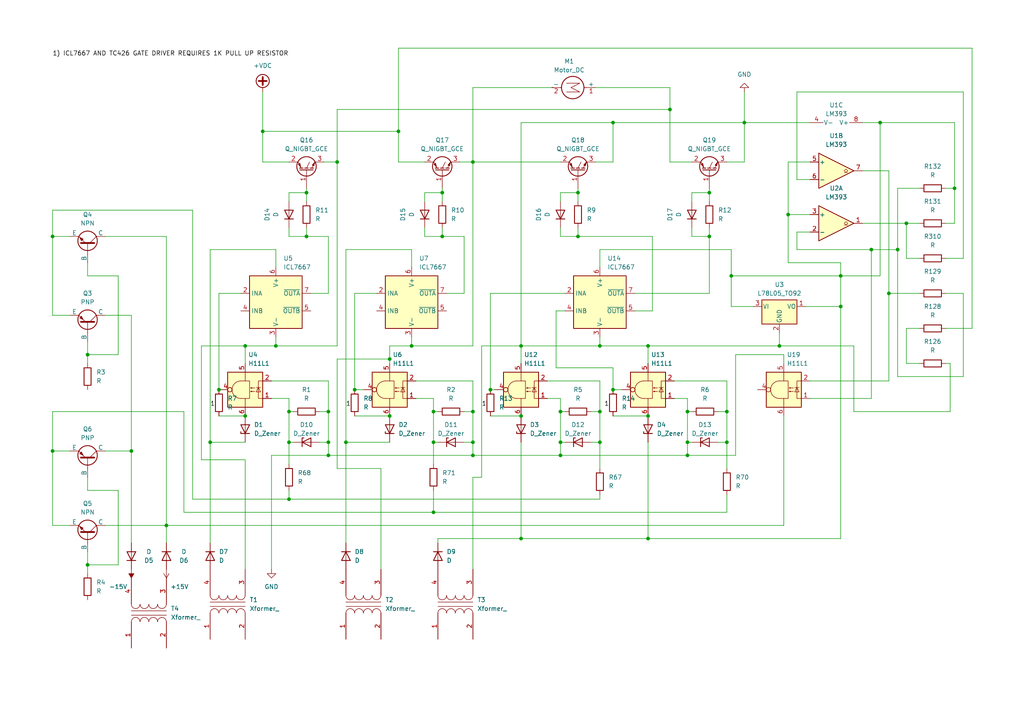
<source format=kicad_sch>
(kicad_sch (version 20230121) (generator eeschema)

  (uuid 05fff0a9-8e19-4090-aeb0-19a8d0efd3d3)

  (paper "A4")

  (lib_symbols
    (symbol "Comparator:LM393" (pin_names (offset 0.127)) (in_bom yes) (on_board yes)
      (property "Reference" "U" (at 3.81 3.81 0)
        (effects (font (size 1.27 1.27)))
      )
      (property "Value" "LM393" (at 6.35 -3.81 0)
        (effects (font (size 1.27 1.27)))
      )
      (property "Footprint" "" (at 0 0 0)
        (effects (font (size 1.27 1.27)) hide)
      )
      (property "Datasheet" "http://www.ti.com/lit/ds/symlink/lm393.pdf" (at 0 0 0)
        (effects (font (size 1.27 1.27)) hide)
      )
      (property "ki_locked" "" (at 0 0 0)
        (effects (font (size 1.27 1.27)))
      )
      (property "ki_keywords" "cmp open collector" (at 0 0 0)
        (effects (font (size 1.27 1.27)) hide)
      )
      (property "ki_description" "Low-Power, Low-Offset Voltage, Dual Comparators, DIP-8/SOIC-8/TO-99-8" (at 0 0 0)
        (effects (font (size 1.27 1.27)) hide)
      )
      (property "ki_fp_filters" "SOIC*3.9x4.9mm*P1.27mm* DIP*W7.62mm* SOP*5.28x5.23mm*P1.27mm* VSSOP*3.0x3.0mm*P0.65mm* TSSOP*4.4x3mm*P0.65mm*" (at 0 0 0)
        (effects (font (size 1.27 1.27)) hide)
      )
      (symbol "LM393_1_1"
        (polyline
          (pts
            (xy -5.08 5.08)
            (xy 5.08 0)
            (xy -5.08 -5.08)
            (xy -5.08 5.08)
          )
          (stroke (width 0.254) (type default))
          (fill (type background))
        )
        (polyline
          (pts
            (xy 3.302 -0.508)
            (xy 2.794 -0.508)
            (xy 3.302 0)
            (xy 2.794 0.508)
            (xy 2.286 0)
            (xy 2.794 -0.508)
            (xy 2.286 -0.508)
          )
          (stroke (width 0.127) (type default))
          (fill (type none))
        )
        (pin open_collector line (at 7.62 0 180) (length 2.54)
          (name "~" (effects (font (size 1.27 1.27))))
          (number "1" (effects (font (size 1.27 1.27))))
        )
        (pin input line (at -7.62 -2.54 0) (length 2.54)
          (name "-" (effects (font (size 1.27 1.27))))
          (number "2" (effects (font (size 1.27 1.27))))
        )
        (pin input line (at -7.62 2.54 0) (length 2.54)
          (name "+" (effects (font (size 1.27 1.27))))
          (number "3" (effects (font (size 1.27 1.27))))
        )
      )
      (symbol "LM393_2_1"
        (polyline
          (pts
            (xy -5.08 5.08)
            (xy 5.08 0)
            (xy -5.08 -5.08)
            (xy -5.08 5.08)
          )
          (stroke (width 0.254) (type default))
          (fill (type background))
        )
        (polyline
          (pts
            (xy 3.302 -0.508)
            (xy 2.794 -0.508)
            (xy 3.302 0)
            (xy 2.794 0.508)
            (xy 2.286 0)
            (xy 2.794 -0.508)
            (xy 2.286 -0.508)
          )
          (stroke (width 0.127) (type default))
          (fill (type none))
        )
        (pin input line (at -7.62 2.54 0) (length 2.54)
          (name "+" (effects (font (size 1.27 1.27))))
          (number "5" (effects (font (size 1.27 1.27))))
        )
        (pin input line (at -7.62 -2.54 0) (length 2.54)
          (name "-" (effects (font (size 1.27 1.27))))
          (number "6" (effects (font (size 1.27 1.27))))
        )
        (pin open_collector line (at 7.62 0 180) (length 2.54)
          (name "~" (effects (font (size 1.27 1.27))))
          (number "7" (effects (font (size 1.27 1.27))))
        )
      )
      (symbol "LM393_3_1"
        (pin power_in line (at -2.54 -7.62 90) (length 3.81)
          (name "V-" (effects (font (size 1.27 1.27))))
          (number "4" (effects (font (size 1.27 1.27))))
        )
        (pin power_in line (at -2.54 7.62 270) (length 3.81)
          (name "V+" (effects (font (size 1.27 1.27))))
          (number "8" (effects (font (size 1.27 1.27))))
        )
      )
    )
    (symbol "Device:D" (pin_numbers hide) (pin_names (offset 1.016) hide) (in_bom yes) (on_board yes)
      (property "Reference" "D" (at 0 2.54 0)
        (effects (font (size 1.27 1.27)))
      )
      (property "Value" "D" (at 0 -2.54 0)
        (effects (font (size 1.27 1.27)))
      )
      (property "Footprint" "" (at 0 0 0)
        (effects (font (size 1.27 1.27)) hide)
      )
      (property "Datasheet" "~" (at 0 0 0)
        (effects (font (size 1.27 1.27)) hide)
      )
      (property "Sim.Device" "D" (at 0 0 0)
        (effects (font (size 1.27 1.27)) hide)
      )
      (property "Sim.Pins" "1=K 2=A" (at 0 0 0)
        (effects (font (size 1.27 1.27)) hide)
      )
      (property "ki_keywords" "diode" (at 0 0 0)
        (effects (font (size 1.27 1.27)) hide)
      )
      (property "ki_description" "Diode" (at 0 0 0)
        (effects (font (size 1.27 1.27)) hide)
      )
      (property "ki_fp_filters" "TO-???* *_Diode_* *SingleDiode* D_*" (at 0 0 0)
        (effects (font (size 1.27 1.27)) hide)
      )
      (symbol "D_0_1"
        (polyline
          (pts
            (xy -1.27 1.27)
            (xy -1.27 -1.27)
          )
          (stroke (width 0.254) (type default))
          (fill (type none))
        )
        (polyline
          (pts
            (xy 1.27 0)
            (xy -1.27 0)
          )
          (stroke (width 0) (type default))
          (fill (type none))
        )
        (polyline
          (pts
            (xy 1.27 1.27)
            (xy 1.27 -1.27)
            (xy -1.27 0)
            (xy 1.27 1.27)
          )
          (stroke (width 0.254) (type default))
          (fill (type none))
        )
      )
      (symbol "D_1_1"
        (pin passive line (at -3.81 0 0) (length 2.54)
          (name "K" (effects (font (size 1.27 1.27))))
          (number "1" (effects (font (size 1.27 1.27))))
        )
        (pin passive line (at 3.81 0 180) (length 2.54)
          (name "A" (effects (font (size 1.27 1.27))))
          (number "2" (effects (font (size 1.27 1.27))))
        )
      )
    )
    (symbol "Device:D_Zener" (pin_numbers hide) (pin_names (offset 1.016) hide) (in_bom yes) (on_board yes)
      (property "Reference" "D" (at 0 2.54 0)
        (effects (font (size 1.27 1.27)))
      )
      (property "Value" "D_Zener" (at 0 -2.54 0)
        (effects (font (size 1.27 1.27)))
      )
      (property "Footprint" "" (at 0 0 0)
        (effects (font (size 1.27 1.27)) hide)
      )
      (property "Datasheet" "~" (at 0 0 0)
        (effects (font (size 1.27 1.27)) hide)
      )
      (property "ki_keywords" "diode" (at 0 0 0)
        (effects (font (size 1.27 1.27)) hide)
      )
      (property "ki_description" "Zener diode" (at 0 0 0)
        (effects (font (size 1.27 1.27)) hide)
      )
      (property "ki_fp_filters" "TO-???* *_Diode_* *SingleDiode* D_*" (at 0 0 0)
        (effects (font (size 1.27 1.27)) hide)
      )
      (symbol "D_Zener_0_1"
        (polyline
          (pts
            (xy 1.27 0)
            (xy -1.27 0)
          )
          (stroke (width 0) (type default))
          (fill (type none))
        )
        (polyline
          (pts
            (xy -1.27 -1.27)
            (xy -1.27 1.27)
            (xy -0.762 1.27)
          )
          (stroke (width 0.254) (type default))
          (fill (type none))
        )
        (polyline
          (pts
            (xy 1.27 -1.27)
            (xy 1.27 1.27)
            (xy -1.27 0)
            (xy 1.27 -1.27)
          )
          (stroke (width 0.254) (type default))
          (fill (type none))
        )
      )
      (symbol "D_Zener_1_1"
        (pin passive line (at -3.81 0 0) (length 2.54)
          (name "K" (effects (font (size 1.27 1.27))))
          (number "1" (effects (font (size 1.27 1.27))))
        )
        (pin passive line (at 3.81 0 180) (length 2.54)
          (name "A" (effects (font (size 1.27 1.27))))
          (number "2" (effects (font (size 1.27 1.27))))
        )
      )
    )
    (symbol "Device:Q_NIGBT_GCE" (pin_names (offset 0) hide) (in_bom yes) (on_board yes)
      (property "Reference" "Q" (at 5.08 1.27 0)
        (effects (font (size 1.27 1.27)) (justify left))
      )
      (property "Value" "Q_NIGBT_GCE" (at 5.08 -1.27 0)
        (effects (font (size 1.27 1.27)) (justify left))
      )
      (property "Footprint" "" (at 5.08 2.54 0)
        (effects (font (size 1.27 1.27)) hide)
      )
      (property "Datasheet" "~" (at 0 0 0)
        (effects (font (size 1.27 1.27)) hide)
      )
      (property "ki_keywords" "transistor IGBT N-IGBT" (at 0 0 0)
        (effects (font (size 1.27 1.27)) hide)
      )
      (property "ki_description" "N-IGBT transistor, gate/collector/emitter" (at 0 0 0)
        (effects (font (size 1.27 1.27)) hide)
      )
      (symbol "Q_NIGBT_GCE_0_1"
        (polyline
          (pts
            (xy 0.762 -1.016)
            (xy 0.762 -2.032)
          )
          (stroke (width 0.254) (type default))
          (fill (type none))
        )
        (polyline
          (pts
            (xy 0.762 0.508)
            (xy 0.762 -0.508)
          )
          (stroke (width 0.254) (type default))
          (fill (type none))
        )
        (polyline
          (pts
            (xy 0.762 2.032)
            (xy 0.762 1.016)
          )
          (stroke (width 0.254) (type default))
          (fill (type none))
        )
        (polyline
          (pts
            (xy 2.54 -2.413)
            (xy 0.762 -1.524)
          )
          (stroke (width 0) (type default))
          (fill (type none))
        )
        (polyline
          (pts
            (xy 2.54 -0.889)
            (xy 0.762 0)
          )
          (stroke (width 0) (type default))
          (fill (type none))
        )
        (polyline
          (pts
            (xy 2.54 2.413)
            (xy 0.762 1.524)
          )
          (stroke (width 0) (type default))
          (fill (type none))
        )
        (polyline
          (pts
            (xy 0.254 1.905)
            (xy 0.254 -1.905)
            (xy 0.254 -1.905)
          )
          (stroke (width 0.254) (type default))
          (fill (type none))
        )
        (polyline
          (pts
            (xy 1.397 -2.159)
            (xy 1.651 -1.651)
            (xy 2.54 -2.413)
            (xy 1.397 -2.159)
          )
          (stroke (width 0) (type default))
          (fill (type outline))
        )
        (polyline
          (pts
            (xy 2.159 1.905)
            (xy 1.905 2.413)
            (xy 1.016 1.651)
            (xy 2.159 1.905)
          )
          (stroke (width 0) (type default))
          (fill (type outline))
        )
        (circle (center 1.27 0) (radius 2.8194)
          (stroke (width 0.254) (type default))
          (fill (type none))
        )
      )
      (symbol "Q_NIGBT_GCE_1_1"
        (pin input line (at -5.08 0 0) (length 5.334)
          (name "G" (effects (font (size 1.27 1.27))))
          (number "1" (effects (font (size 1.27 1.27))))
        )
        (pin passive line (at 2.54 5.08 270) (length 2.54)
          (name "C" (effects (font (size 1.27 1.27))))
          (number "2" (effects (font (size 1.27 1.27))))
        )
        (pin passive line (at 2.54 -5.08 90) (length 2.54)
          (name "E" (effects (font (size 1.27 1.27))))
          (number "3" (effects (font (size 1.27 1.27))))
        )
      )
    )
    (symbol "Device:R" (pin_numbers hide) (pin_names (offset 0)) (in_bom yes) (on_board yes)
      (property "Reference" "R" (at 2.032 0 90)
        (effects (font (size 1.27 1.27)))
      )
      (property "Value" "R" (at 0 0 90)
        (effects (font (size 1.27 1.27)))
      )
      (property "Footprint" "" (at -1.778 0 90)
        (effects (font (size 1.27 1.27)) hide)
      )
      (property "Datasheet" "~" (at 0 0 0)
        (effects (font (size 1.27 1.27)) hide)
      )
      (property "ki_keywords" "R res resistor" (at 0 0 0)
        (effects (font (size 1.27 1.27)) hide)
      )
      (property "ki_description" "Resistor" (at 0 0 0)
        (effects (font (size 1.27 1.27)) hide)
      )
      (property "ki_fp_filters" "R_*" (at 0 0 0)
        (effects (font (size 1.27 1.27)) hide)
      )
      (symbol "R_0_1"
        (rectangle (start -1.016 -2.54) (end 1.016 2.54)
          (stroke (width 0.254) (type default))
          (fill (type none))
        )
      )
      (symbol "R_1_1"
        (pin passive line (at 0 3.81 270) (length 1.27)
          (name "~" (effects (font (size 1.27 1.27))))
          (number "1" (effects (font (size 1.27 1.27))))
        )
        (pin passive line (at 0 -3.81 90) (length 1.27)
          (name "~" (effects (font (size 1.27 1.27))))
          (number "2" (effects (font (size 1.27 1.27))))
        )
      )
    )
    (symbol "Device:Transformer_1P_1S" (pin_names (offset 1.016) hide) (in_bom yes) (on_board yes)
      (property "Reference" "T" (at 0 6.35 0)
        (effects (font (size 1.27 1.27)))
      )
      (property "Value" "Transformer_1P_1S" (at 0 -7.62 0)
        (effects (font (size 1.27 1.27)))
      )
      (property "Footprint" "" (at 0 0 0)
        (effects (font (size 1.27 1.27)) hide)
      )
      (property "Datasheet" "~" (at 0 0 0)
        (effects (font (size 1.27 1.27)) hide)
      )
      (property "ki_keywords" "transformer coil magnet" (at 0 0 0)
        (effects (font (size 1.27 1.27)) hide)
      )
      (property "ki_description" "Transformer, single primary, single secondary" (at 0 0 0)
        (effects (font (size 1.27 1.27)) hide)
      )
      (symbol "Transformer_1P_1S_0_1"
        (arc (start -2.54 -5.0546) (mid -1.6599 -4.6901) (end -1.27 -3.81)
          (stroke (width 0) (type default))
          (fill (type none))
        )
        (arc (start -2.54 -2.5146) (mid -1.6599 -2.1501) (end -1.27 -1.27)
          (stroke (width 0) (type default))
          (fill (type none))
        )
        (arc (start -2.54 0.0254) (mid -1.6599 0.3899) (end -1.27 1.27)
          (stroke (width 0) (type default))
          (fill (type none))
        )
        (arc (start -2.54 2.5654) (mid -1.6599 2.9299) (end -1.27 3.81)
          (stroke (width 0) (type default))
          (fill (type none))
        )
        (arc (start -1.27 -3.81) (mid -1.642 -2.912) (end -2.54 -2.54)
          (stroke (width 0) (type default))
          (fill (type none))
        )
        (arc (start -1.27 -1.27) (mid -1.642 -0.372) (end -2.54 0)
          (stroke (width 0) (type default))
          (fill (type none))
        )
        (arc (start -1.27 1.27) (mid -1.642 2.168) (end -2.54 2.54)
          (stroke (width 0) (type default))
          (fill (type none))
        )
        (arc (start -1.27 3.81) (mid -1.642 4.708) (end -2.54 5.08)
          (stroke (width 0) (type default))
          (fill (type none))
        )
        (polyline
          (pts
            (xy -0.635 5.08)
            (xy -0.635 -5.08)
          )
          (stroke (width 0) (type default))
          (fill (type none))
        )
        (polyline
          (pts
            (xy 0.635 -5.08)
            (xy 0.635 5.08)
          )
          (stroke (width 0) (type default))
          (fill (type none))
        )
        (arc (start 1.2954 -1.27) (mid 1.6599 -2.1501) (end 2.54 -2.5146)
          (stroke (width 0) (type default))
          (fill (type none))
        )
        (arc (start 1.2954 1.27) (mid 1.6599 0.3899) (end 2.54 0.0254)
          (stroke (width 0) (type default))
          (fill (type none))
        )
        (arc (start 1.2954 3.81) (mid 1.6599 2.9299) (end 2.54 2.5654)
          (stroke (width 0) (type default))
          (fill (type none))
        )
        (arc (start 1.3208 -3.81) (mid 1.6853 -4.6901) (end 2.5654 -5.0546)
          (stroke (width 0) (type default))
          (fill (type none))
        )
        (arc (start 2.54 0) (mid 1.642 -0.372) (end 1.2954 -1.27)
          (stroke (width 0) (type default))
          (fill (type none))
        )
        (arc (start 2.54 2.54) (mid 1.642 2.168) (end 1.2954 1.27)
          (stroke (width 0) (type default))
          (fill (type none))
        )
        (arc (start 2.54 5.08) (mid 1.642 4.708) (end 1.2954 3.81)
          (stroke (width 0) (type default))
          (fill (type none))
        )
        (arc (start 2.5654 -2.54) (mid 1.6674 -2.912) (end 1.3208 -3.81)
          (stroke (width 0) (type default))
          (fill (type none))
        )
      )
      (symbol "Transformer_1P_1S_1_1"
        (pin passive line (at -10.16 5.08 0) (length 7.62)
          (name "AA" (effects (font (size 1.27 1.27))))
          (number "1" (effects (font (size 1.27 1.27))))
        )
        (pin passive line (at -10.16 -5.08 0) (length 7.62)
          (name "AB" (effects (font (size 1.27 1.27))))
          (number "2" (effects (font (size 1.27 1.27))))
        )
        (pin passive line (at 10.16 -5.08 180) (length 7.62)
          (name "SA" (effects (font (size 1.27 1.27))))
          (number "3" (effects (font (size 1.27 1.27))))
        )
        (pin passive line (at 10.16 5.08 180) (length 7.62)
          (name "SB" (effects (font (size 1.27 1.27))))
          (number "4" (effects (font (size 1.27 1.27))))
        )
      )
    )
    (symbol "Driver_FET:ICL7667" (in_bom yes) (on_board yes)
      (property "Reference" "U" (at -7.62 8.89 0)
        (effects (font (size 1.27 1.27)) (justify left))
      )
      (property "Value" "ICL7667" (at 1.27 8.89 0)
        (effects (font (size 1.27 1.27)) (justify left))
      )
      (property "Footprint" "" (at 3.81 -21.59 0)
        (effects (font (size 1.27 1.27)) (justify left) hide)
      )
      (property "Datasheet" "http://www.intersil.com/content/dam/Intersil/documents/icl7/icl7667.pdf" (at 5.08 -7.62 0)
        (effects (font (size 1.27 1.27)) hide)
      )
      (property "ki_keywords" "MOSFET driver array" (at 0 0 0)
        (effects (font (size 1.27 1.27)) hide)
      )
      (property "ki_description" "Dual Power MOSFET Driver, DIP-8/SOIC-8" (at 0 0 0)
        (effects (font (size 1.27 1.27)) hide)
      )
      (property "ki_fp_filters" "DIP*W7.62mm* SOIC*3.9x4.9mm*P1.27mm*" (at 0 0 0)
        (effects (font (size 1.27 1.27)) hide)
      )
      (symbol "ICL7667_0_1"
        (rectangle (start -7.62 -7.62) (end 7.62 7.62)
          (stroke (width 0.254) (type default))
          (fill (type background))
        )
      )
      (symbol "ICL7667_1_1"
        (pin no_connect line (at -7.62 0 0) (length 2.54) hide
          (name "NC" (effects (font (size 1.27 1.27))))
          (number "1" (effects (font (size 1.27 1.27))))
        )
        (pin input line (at -10.16 2.54 0) (length 2.54)
          (name "INA" (effects (font (size 1.27 1.27))))
          (number "2" (effects (font (size 1.27 1.27))))
        )
        (pin power_in line (at 0 -10.16 90) (length 2.54)
          (name "V-" (effects (font (size 1.27 1.27))))
          (number "3" (effects (font (size 1.27 1.27))))
        )
        (pin input line (at -10.16 -2.54 0) (length 2.54)
          (name "INB" (effects (font (size 1.27 1.27))))
          (number "4" (effects (font (size 1.27 1.27))))
        )
        (pin output line (at 10.16 -2.54 180) (length 2.54)
          (name "~{OUTB}" (effects (font (size 1.27 1.27))))
          (number "5" (effects (font (size 1.27 1.27))))
        )
        (pin power_in line (at 0 10.16 270) (length 2.54)
          (name "V+" (effects (font (size 1.27 1.27))))
          (number "6" (effects (font (size 1.27 1.27))))
        )
        (pin output line (at 10.16 2.54 180) (length 2.54)
          (name "~{OUTA}" (effects (font (size 1.27 1.27))))
          (number "7" (effects (font (size 1.27 1.27))))
        )
        (pin no_connect line (at 7.62 0 180) (length 2.54) hide
          (name "NC" (effects (font (size 1.27 1.27))))
          (number "8" (effects (font (size 1.27 1.27))))
        )
      )
    )
    (symbol "Isolator:H11L1" (pin_names (offset 1.016)) (in_bom yes) (on_board yes)
      (property "Reference" "U" (at 1.27 8.89 0)
        (effects (font (size 1.27 1.27)) (justify left))
      )
      (property "Value" "H11L1" (at 1.27 6.35 0)
        (effects (font (size 1.27 1.27)) (justify left))
      )
      (property "Footprint" "" (at -2.286 0 0)
        (effects (font (size 1.27 1.27)) hide)
      )
      (property "Datasheet" "https://www.onsemi.com/pub/Collateral/H11L3M-D.PDF" (at -2.286 0 0)
        (effects (font (size 1.27 1.27)) hide)
      )
      (property "ki_keywords" "High Speed Schmitt Optocoupler" (at 0 0 0)
        (effects (font (size 1.27 1.27)) hide)
      )
      (property "ki_description" "Schmitt Trigger Output Optocoupler, High Speed, DIP-6, 1.6mA turn on threshold" (at 0 0 0)
        (effects (font (size 1.27 1.27)) hide)
      )
      (property "ki_fp_filters" "DIP*W7.62mm* DIP*W10.16mm* SMDIP*W9.53mm*" (at 0 0 0)
        (effects (font (size 1.27 1.27)) hide)
      )
      (symbol "H11L1_0_1"
        (rectangle (start -5.08 5.08) (end 5.08 -5.08)
          (stroke (width 0.254) (type default))
          (fill (type background))
        )
        (polyline
          (pts
            (xy -4.445 -0.635)
            (xy -3.175 -0.635)
          )
          (stroke (width 0) (type default))
          (fill (type none))
        )
        (polyline
          (pts
            (xy 0 2.54)
            (xy 0 5.08)
          )
          (stroke (width 0) (type default))
          (fill (type none))
        )
        (polyline
          (pts
            (xy 0 -2.54)
            (xy 0 -5.08)
            (xy 0 -3.81)
          )
          (stroke (width 0) (type default))
          (fill (type none))
        )
        (polyline
          (pts
            (xy -5.08 -2.54)
            (xy -3.81 -2.54)
            (xy -3.81 2.54)
            (xy -5.08 2.54)
          )
          (stroke (width 0) (type default))
          (fill (type none))
        )
        (polyline
          (pts
            (xy -3.81 -0.635)
            (xy -4.445 0.635)
            (xy -3.175 0.635)
            (xy -3.81 -0.635)
          )
          (stroke (width 0) (type default))
          (fill (type none))
        )
        (polyline
          (pts
            (xy 1.27 -2.54)
            (xy -1.27 -2.54)
            (xy -1.27 2.54)
            (xy 1.27 2.54)
          )
          (stroke (width 0) (type default))
          (fill (type none))
        )
        (polyline
          (pts
            (xy -2.794 -0.508)
            (xy -1.524 -0.508)
            (xy -1.905 -0.635)
            (xy -1.905 -0.381)
            (xy -1.524 -0.508)
          )
          (stroke (width 0) (type default))
          (fill (type none))
        )
        (polyline
          (pts
            (xy -2.794 0.508)
            (xy -1.524 0.508)
            (xy -1.905 0.381)
            (xy -1.905 0.635)
            (xy -1.524 0.508)
          )
          (stroke (width 0) (type default))
          (fill (type none))
        )
        (arc (start 1.27 -2.54) (mid 3.799 0) (end 1.27 2.54)
          (stroke (width 0) (type default))
          (fill (type none))
        )
      )
      (symbol "H11L1_1_1"
        (pin passive line (at -7.62 2.54 0) (length 2.54)
          (name "~" (effects (font (size 1.27 1.27))))
          (number "1" (effects (font (size 1.27 1.27))))
        )
        (pin passive line (at -7.62 -2.54 0) (length 2.54)
          (name "~" (effects (font (size 1.27 1.27))))
          (number "2" (effects (font (size 1.27 1.27))))
        )
        (pin no_connect line (at -5.08 0 0) (length 2.54) hide
          (name "~" (effects (font (size 1.27 1.27))))
          (number "3" (effects (font (size 1.27 1.27))))
        )
        (pin output inverted (at 7.62 0 180) (length 3.81)
          (name "~" (effects (font (size 1.27 1.27))))
          (number "4" (effects (font (size 1.27 1.27))))
        )
        (pin power_in line (at 0 -7.62 90) (length 2.54)
          (name "~" (effects (font (size 1.27 1.27))))
          (number "5" (effects (font (size 1.27 1.27))))
        )
        (pin power_in line (at 0 7.62 270) (length 2.54)
          (name "~" (effects (font (size 1.27 1.27))))
          (number "6" (effects (font (size 1.27 1.27))))
        )
      )
    )
    (symbol "Motor:Motor_DC" (pin_names (offset 0)) (in_bom yes) (on_board yes)
      (property "Reference" "M" (at 2.54 2.54 0)
        (effects (font (size 1.27 1.27)) (justify left))
      )
      (property "Value" "Motor_DC" (at 2.54 -5.08 0)
        (effects (font (size 1.27 1.27)) (justify left top))
      )
      (property "Footprint" "" (at 0 -2.286 0)
        (effects (font (size 1.27 1.27)) hide)
      )
      (property "Datasheet" "~" (at 0 -2.286 0)
        (effects (font (size 1.27 1.27)) hide)
      )
      (property "ki_keywords" "DC Motor" (at 0 0 0)
        (effects (font (size 1.27 1.27)) hide)
      )
      (property "ki_description" "DC Motor" (at 0 0 0)
        (effects (font (size 1.27 1.27)) hide)
      )
      (property "ki_fp_filters" "PinHeader*P2.54mm* TerminalBlock*" (at 0 0 0)
        (effects (font (size 1.27 1.27)) hide)
      )
      (symbol "Motor_DC_0_0"
        (polyline
          (pts
            (xy -1.27 -3.302)
            (xy -1.27 0.508)
            (xy 0 -2.032)
            (xy 1.27 0.508)
            (xy 1.27 -3.302)
          )
          (stroke (width 0) (type default))
          (fill (type none))
        )
      )
      (symbol "Motor_DC_0_1"
        (circle (center 0 -1.524) (radius 3.2512)
          (stroke (width 0.254) (type default))
          (fill (type none))
        )
        (polyline
          (pts
            (xy 0 -7.62)
            (xy 0 -7.112)
          )
          (stroke (width 0) (type default))
          (fill (type none))
        )
        (polyline
          (pts
            (xy 0 -4.7752)
            (xy 0 -5.1816)
          )
          (stroke (width 0) (type default))
          (fill (type none))
        )
        (polyline
          (pts
            (xy 0 1.7272)
            (xy 0 2.0828)
          )
          (stroke (width 0) (type default))
          (fill (type none))
        )
        (polyline
          (pts
            (xy 0 2.032)
            (xy 0 2.54)
          )
          (stroke (width 0) (type default))
          (fill (type none))
        )
      )
      (symbol "Motor_DC_1_1"
        (pin passive line (at 0 5.08 270) (length 2.54)
          (name "+" (effects (font (size 1.27 1.27))))
          (number "1" (effects (font (size 1.27 1.27))))
        )
        (pin passive line (at 0 -7.62 90) (length 2.54)
          (name "-" (effects (font (size 1.27 1.27))))
          (number "2" (effects (font (size 1.27 1.27))))
        )
      )
    )
    (symbol "Regulator_Linear:L78L05_TO92" (pin_names (offset 0.254)) (in_bom yes) (on_board yes)
      (property "Reference" "U" (at -3.81 3.175 0)
        (effects (font (size 1.27 1.27)))
      )
      (property "Value" "L78L05_TO92" (at 0 3.175 0)
        (effects (font (size 1.27 1.27)) (justify left))
      )
      (property "Footprint" "Package_TO_SOT_THT:TO-92_Inline" (at 0 5.715 0)
        (effects (font (size 1.27 1.27) italic) hide)
      )
      (property "Datasheet" "http://www.st.com/content/ccc/resource/technical/document/datasheet/15/55/e5/aa/23/5b/43/fd/CD00000446.pdf/files/CD00000446.pdf/jcr:content/translations/en.CD00000446.pdf" (at 0 -1.27 0)
        (effects (font (size 1.27 1.27)) hide)
      )
      (property "ki_keywords" "Voltage Regulator 100mA Positive" (at 0 0 0)
        (effects (font (size 1.27 1.27)) hide)
      )
      (property "ki_description" "Positive 100mA 30V Linear Regulator, Fixed Output 5V, TO-92" (at 0 0 0)
        (effects (font (size 1.27 1.27)) hide)
      )
      (property "ki_fp_filters" "TO?92*" (at 0 0 0)
        (effects (font (size 1.27 1.27)) hide)
      )
      (symbol "L78L05_TO92_0_1"
        (rectangle (start -5.08 -5.08) (end 5.08 1.905)
          (stroke (width 0.254) (type default))
          (fill (type background))
        )
      )
      (symbol "L78L05_TO92_1_1"
        (pin power_out line (at 7.62 0 180) (length 2.54)
          (name "VO" (effects (font (size 1.27 1.27))))
          (number "1" (effects (font (size 1.27 1.27))))
        )
        (pin power_in line (at 0 -7.62 90) (length 2.54)
          (name "GND" (effects (font (size 1.27 1.27))))
          (number "2" (effects (font (size 1.27 1.27))))
        )
        (pin power_in line (at -7.62 0 0) (length 2.54)
          (name "VI" (effects (font (size 1.27 1.27))))
          (number "3" (effects (font (size 1.27 1.27))))
        )
      )
    )
    (symbol "Simulation_SPICE:NPN" (pin_numbers hide) (pin_names (offset 0)) (in_bom yes) (on_board yes)
      (property "Reference" "Q" (at -2.54 7.62 0)
        (effects (font (size 1.27 1.27)))
      )
      (property "Value" "NPN" (at -2.54 5.08 0)
        (effects (font (size 1.27 1.27)))
      )
      (property "Footprint" "" (at 63.5 0 0)
        (effects (font (size 1.27 1.27)) hide)
      )
      (property "Datasheet" "~" (at 63.5 0 0)
        (effects (font (size 1.27 1.27)) hide)
      )
      (property "Sim.Device" "NPN" (at 0 0 0)
        (effects (font (size 1.27 1.27)) hide)
      )
      (property "Sim.Type" "GUMMELPOON" (at 0 0 0)
        (effects (font (size 1.27 1.27)) hide)
      )
      (property "Sim.Pins" "1=C 2=B 3=E" (at 0 0 0)
        (effects (font (size 1.27 1.27)) hide)
      )
      (property "ki_keywords" "simulation" (at 0 0 0)
        (effects (font (size 1.27 1.27)) hide)
      )
      (property "ki_description" "Bipolar transistor symbol for simulation only, substrate tied to the emitter" (at 0 0 0)
        (effects (font (size 1.27 1.27)) hide)
      )
      (symbol "NPN_0_1"
        (polyline
          (pts
            (xy -2.54 0)
            (xy 0.635 0)
          )
          (stroke (width 0.1524) (type default))
          (fill (type none))
        )
        (polyline
          (pts
            (xy 0.635 0.635)
            (xy 2.54 2.54)
          )
          (stroke (width 0) (type default))
          (fill (type none))
        )
        (polyline
          (pts
            (xy 2.794 -1.27)
            (xy 2.794 -1.27)
          )
          (stroke (width 0.1524) (type default))
          (fill (type none))
        )
        (polyline
          (pts
            (xy 2.794 -1.27)
            (xy 2.794 -1.27)
          )
          (stroke (width 0.1524) (type default))
          (fill (type none))
        )
        (polyline
          (pts
            (xy 0.635 -0.635)
            (xy 2.54 -2.54)
            (xy 2.54 -2.54)
          )
          (stroke (width 0) (type default))
          (fill (type none))
        )
        (polyline
          (pts
            (xy 0.635 1.905)
            (xy 0.635 -1.905)
            (xy 0.635 -1.905)
          )
          (stroke (width 0.508) (type default))
          (fill (type none))
        )
        (polyline
          (pts
            (xy 1.27 -1.778)
            (xy 1.778 -1.27)
            (xy 2.286 -2.286)
            (xy 1.27 -1.778)
            (xy 1.27 -1.778)
          )
          (stroke (width 0) (type default))
          (fill (type outline))
        )
        (circle (center 1.27 0) (radius 2.8194)
          (stroke (width 0.254) (type default))
          (fill (type none))
        )
      )
      (symbol "NPN_1_1"
        (pin open_collector line (at 2.54 5.08 270) (length 2.54)
          (name "C" (effects (font (size 1.27 1.27))))
          (number "1" (effects (font (size 1.27 1.27))))
        )
        (pin input line (at -5.08 0 0) (length 2.54)
          (name "B" (effects (font (size 1.27 1.27))))
          (number "2" (effects (font (size 1.27 1.27))))
        )
        (pin open_emitter line (at 2.54 -5.08 90) (length 2.54)
          (name "E" (effects (font (size 1.27 1.27))))
          (number "3" (effects (font (size 1.27 1.27))))
        )
      )
    )
    (symbol "Simulation_SPICE:PNP" (pin_numbers hide) (pin_names (offset 0)) (in_bom yes) (on_board yes)
      (property "Reference" "Q" (at -2.54 7.62 0)
        (effects (font (size 1.27 1.27)))
      )
      (property "Value" "PNP" (at -2.54 5.08 0)
        (effects (font (size 1.27 1.27)))
      )
      (property "Footprint" "" (at 35.56 0 0)
        (effects (font (size 1.27 1.27)) hide)
      )
      (property "Datasheet" "~" (at 35.56 0 0)
        (effects (font (size 1.27 1.27)) hide)
      )
      (property "Sim.Device" "PNP" (at 0 0 0)
        (effects (font (size 1.27 1.27)) hide)
      )
      (property "Sim.Type" "GUMMELPOON" (at 0 0 0)
        (effects (font (size 1.27 1.27)) hide)
      )
      (property "Sim.Pins" "1=C 2=B 3=E" (at 0 0 0)
        (effects (font (size 1.27 1.27)) hide)
      )
      (property "ki_keywords" "simulation" (at 0 0 0)
        (effects (font (size 1.27 1.27)) hide)
      )
      (property "ki_description" "Bipolar transistor symbol for simulation only, substrate tied to the emitter" (at 0 0 0)
        (effects (font (size 1.27 1.27)) hide)
      )
      (symbol "PNP_0_1"
        (polyline
          (pts
            (xy -2.54 0)
            (xy 0.635 0)
          )
          (stroke (width 0.1524) (type default))
          (fill (type none))
        )
        (polyline
          (pts
            (xy 0.635 0.635)
            (xy 2.54 2.54)
          )
          (stroke (width 0) (type default))
          (fill (type none))
        )
        (polyline
          (pts
            (xy 0.635 -0.635)
            (xy 2.54 -2.54)
            (xy 2.54 -2.54)
          )
          (stroke (width 0) (type default))
          (fill (type none))
        )
        (polyline
          (pts
            (xy 0.635 1.905)
            (xy 0.635 -1.905)
            (xy 0.635 -1.905)
          )
          (stroke (width 0.508) (type default))
          (fill (type none))
        )
        (polyline
          (pts
            (xy 2.286 -1.778)
            (xy 1.778 -2.286)
            (xy 1.27 -1.27)
            (xy 2.286 -1.778)
            (xy 2.286 -1.778)
          )
          (stroke (width 0) (type default))
          (fill (type outline))
        )
        (circle (center 1.27 0) (radius 2.8194)
          (stroke (width 0.254) (type default))
          (fill (type none))
        )
      )
      (symbol "PNP_1_1"
        (pin open_collector line (at 2.54 5.08 270) (length 2.54)
          (name "C" (effects (font (size 1.27 1.27))))
          (number "1" (effects (font (size 1.27 1.27))))
        )
        (pin input line (at -5.08 0 0) (length 2.54)
          (name "B" (effects (font (size 1.27 1.27))))
          (number "2" (effects (font (size 1.27 1.27))))
        )
        (pin open_emitter line (at 2.54 -5.08 90) (length 2.54)
          (name "E" (effects (font (size 1.27 1.27))))
          (number "3" (effects (font (size 1.27 1.27))))
        )
      )
    )
    (symbol "power:+15V" (power) (pin_names (offset 0)) (in_bom yes) (on_board yes)
      (property "Reference" "#PWR" (at 0 -3.81 0)
        (effects (font (size 1.27 1.27)) hide)
      )
      (property "Value" "+15V" (at 0 3.556 0)
        (effects (font (size 1.27 1.27)))
      )
      (property "Footprint" "" (at 0 0 0)
        (effects (font (size 1.27 1.27)) hide)
      )
      (property "Datasheet" "" (at 0 0 0)
        (effects (font (size 1.27 1.27)) hide)
      )
      (property "ki_keywords" "global power" (at 0 0 0)
        (effects (font (size 1.27 1.27)) hide)
      )
      (property "ki_description" "Power symbol creates a global label with name \"+15V\"" (at 0 0 0)
        (effects (font (size 1.27 1.27)) hide)
      )
      (symbol "+15V_0_1"
        (polyline
          (pts
            (xy -0.762 1.27)
            (xy 0 2.54)
          )
          (stroke (width 0) (type default))
          (fill (type none))
        )
        (polyline
          (pts
            (xy 0 0)
            (xy 0 2.54)
          )
          (stroke (width 0) (type default))
          (fill (type none))
        )
        (polyline
          (pts
            (xy 0 2.54)
            (xy 0.762 1.27)
          )
          (stroke (width 0) (type default))
          (fill (type none))
        )
      )
      (symbol "+15V_1_1"
        (pin power_in line (at 0 0 90) (length 0) hide
          (name "+15V" (effects (font (size 1.27 1.27))))
          (number "1" (effects (font (size 1.27 1.27))))
        )
      )
    )
    (symbol "power:+VDC" (power) (pin_names (offset 0)) (in_bom yes) (on_board yes)
      (property "Reference" "#PWR" (at 0 -2.54 0)
        (effects (font (size 1.27 1.27)) hide)
      )
      (property "Value" "+VDC" (at 0 6.35 0)
        (effects (font (size 1.27 1.27)))
      )
      (property "Footprint" "" (at 0 0 0)
        (effects (font (size 1.27 1.27)) hide)
      )
      (property "Datasheet" "" (at 0 0 0)
        (effects (font (size 1.27 1.27)) hide)
      )
      (property "ki_keywords" "global power" (at 0 0 0)
        (effects (font (size 1.27 1.27)) hide)
      )
      (property "ki_description" "Power symbol creates a global label with name \"+VDC\"" (at 0 0 0)
        (effects (font (size 1.27 1.27)) hide)
      )
      (symbol "+VDC_0_1"
        (polyline
          (pts
            (xy -1.143 3.175)
            (xy 1.143 3.175)
          )
          (stroke (width 0.508) (type default))
          (fill (type none))
        )
        (polyline
          (pts
            (xy 0 0)
            (xy 0 1.27)
          )
          (stroke (width 0) (type default))
          (fill (type none))
        )
        (polyline
          (pts
            (xy 0 2.032)
            (xy 0 4.318)
          )
          (stroke (width 0.508) (type default))
          (fill (type none))
        )
        (circle (center 0 3.175) (radius 1.905)
          (stroke (width 0.254) (type default))
          (fill (type none))
        )
      )
      (symbol "+VDC_1_1"
        (pin power_in line (at 0 0 90) (length 0) hide
          (name "+VDC" (effects (font (size 1.27 1.27))))
          (number "1" (effects (font (size 1.27 1.27))))
        )
      )
    )
    (symbol "power:-15V" (power) (pin_names (offset 0)) (in_bom yes) (on_board yes)
      (property "Reference" "#PWR" (at 0 2.54 0)
        (effects (font (size 1.27 1.27)) hide)
      )
      (property "Value" "-15V" (at 0 3.81 0)
        (effects (font (size 1.27 1.27)))
      )
      (property "Footprint" "" (at 0 0 0)
        (effects (font (size 1.27 1.27)) hide)
      )
      (property "Datasheet" "" (at 0 0 0)
        (effects (font (size 1.27 1.27)) hide)
      )
      (property "ki_keywords" "global power" (at 0 0 0)
        (effects (font (size 1.27 1.27)) hide)
      )
      (property "ki_description" "Power symbol creates a global label with name \"-15V\"" (at 0 0 0)
        (effects (font (size 1.27 1.27)) hide)
      )
      (symbol "-15V_0_0"
        (pin power_in line (at 0 0 90) (length 0) hide
          (name "-15V" (effects (font (size 1.27 1.27))))
          (number "1" (effects (font (size 1.27 1.27))))
        )
      )
      (symbol "-15V_0_1"
        (polyline
          (pts
            (xy 0 0)
            (xy 0 1.27)
            (xy 0.762 1.27)
            (xy 0 2.54)
            (xy -0.762 1.27)
            (xy 0 1.27)
          )
          (stroke (width 0) (type default))
          (fill (type outline))
        )
      )
    )
    (symbol "power:GND" (power) (pin_names (offset 0)) (in_bom yes) (on_board yes)
      (property "Reference" "#PWR" (at 0 -6.35 0)
        (effects (font (size 1.27 1.27)) hide)
      )
      (property "Value" "GND" (at 0 -3.81 0)
        (effects (font (size 1.27 1.27)))
      )
      (property "Footprint" "" (at 0 0 0)
        (effects (font (size 1.27 1.27)) hide)
      )
      (property "Datasheet" "" (at 0 0 0)
        (effects (font (size 1.27 1.27)) hide)
      )
      (property "ki_keywords" "global power" (at 0 0 0)
        (effects (font (size 1.27 1.27)) hide)
      )
      (property "ki_description" "Power symbol creates a global label with name \"GND\" , ground" (at 0 0 0)
        (effects (font (size 1.27 1.27)) hide)
      )
      (symbol "GND_0_1"
        (polyline
          (pts
            (xy 0 0)
            (xy 0 -1.27)
            (xy 1.27 -1.27)
            (xy 0 -2.54)
            (xy -1.27 -1.27)
            (xy 0 -1.27)
          )
          (stroke (width 0) (type default))
          (fill (type none))
        )
      )
      (symbol "GND_1_1"
        (pin power_in line (at 0 0 270) (length 0) hide
          (name "GND" (effects (font (size 1.27 1.27))))
          (number "1" (effects (font (size 1.27 1.27))))
        )
      )
    )
  )

  (junction (at 71.12 100.33) (diameter 0) (color 0 0 0 0)
    (uuid 004030cf-cdd4-4876-8688-98e3effd3e72)
  )
  (junction (at 162.56 132.08) (diameter 0) (color 0 0 0 0)
    (uuid 026dccc9-9990-4b9e-a487-a273e1e6c1fc)
  )
  (junction (at 60.96 128.27) (diameter 0) (color 0 0 0 0)
    (uuid 04811c26-5e06-4651-b434-321cb68332da)
  )
  (junction (at 215.9 35.56) (diameter 0) (color 0 0 0 0)
    (uuid 11867ad4-ce9f-4a27-93e9-b935604f94bd)
  )
  (junction (at 113.03 104.14) (diameter 0) (color 0 0 0 0)
    (uuid 16b1200c-a24c-4311-ae4a-4b2ac46db2e5)
  )
  (junction (at 151.13 120.65) (diameter 0) (color 0 0 0 0)
    (uuid 27c93528-2f00-4cad-b0e3-142b766d2ebf)
  )
  (junction (at 205.74 55.88) (diameter 0) (color 0 0 0 0)
    (uuid 29bdc505-4389-4f1a-a94c-ba2f995c4249)
  )
  (junction (at 38.1 130.81) (diameter 0) (color 0 0 0 0)
    (uuid 2f8d1d73-ba59-4386-b355-a38e8a6b3914)
  )
  (junction (at 177.8 35.56) (diameter 0) (color 0 0 0 0)
    (uuid 3000dbdb-0719-4c5e-bdcb-3bb1d6b71b8b)
  )
  (junction (at 260.35 72.39) (diameter 0) (color 0 0 0 0)
    (uuid 30e12ade-a333-4ea3-989e-c7ac8b8e16a4)
  )
  (junction (at 167.64 68.58) (diameter 0) (color 0 0 0 0)
    (uuid 389a285b-a568-458c-9d4e-ca7dbf8d286f)
  )
  (junction (at 167.64 55.88) (diameter 0) (color 0 0 0 0)
    (uuid 38dc9745-2d69-49a8-a23f-8199c48afeb2)
  )
  (junction (at 15.24 68.58) (diameter 0) (color 0 0 0 0)
    (uuid 3d093c49-d2e2-4998-80f0-d4d103d76cc2)
  )
  (junction (at 255.27 35.56) (diameter 0) (color 0 0 0 0)
    (uuid 4254598d-96b2-4153-8302-d48e60e4fcba)
  )
  (junction (at 125.73 128.27) (diameter 0) (color 0 0 0 0)
    (uuid 43911f13-a0f4-42bf-a00b-931fca77f175)
  )
  (junction (at 128.27 55.88) (diameter 0) (color 0 0 0 0)
    (uuid 44f18ad9-2fdf-407a-9b4e-6c032c6a11b4)
  )
  (junction (at 252.73 72.39) (diameter 0) (color 0 0 0 0)
    (uuid 47adf06c-b000-4cef-9e77-ccdabb7b65b5)
  )
  (junction (at 15.24 130.81) (diameter 0) (color 0 0 0 0)
    (uuid 488773aa-c6d0-48f2-a830-2c8ed26577fa)
  )
  (junction (at 173.99 128.27) (diameter 0) (color 0 0 0 0)
    (uuid 574726fd-d412-4bbf-ad73-ed9a7ae0d087)
  )
  (junction (at 125.73 119.38) (diameter 0) (color 0 0 0 0)
    (uuid 59cfd367-77ff-44b0-826a-9b5c8797a4a5)
  )
  (junction (at 173.99 119.38) (diameter 0) (color 0 0 0 0)
    (uuid 5aa78469-1bff-4d69-961f-85c94ba5bc97)
  )
  (junction (at 151.13 156.21) (diameter 0) (color 0 0 0 0)
    (uuid 5ad78903-4a51-4e90-826d-a889911ba745)
  )
  (junction (at 25.4 102.87) (diameter 0) (color 0 0 0 0)
    (uuid 5e7a7635-af97-49fe-ab30-63a15c236a63)
  )
  (junction (at 125.73 148.59) (diameter 0) (color 0 0 0 0)
    (uuid 6084ba1a-c170-4fa0-b8e3-802224694df1)
  )
  (junction (at 276.86 54.61) (diameter 0) (color 0 0 0 0)
    (uuid 68dfd30c-723c-4038-b4de-d4d6209f21e2)
  )
  (junction (at 187.96 100.33) (diameter 0) (color 0 0 0 0)
    (uuid 6da25ff7-e080-44b5-9f3e-0c081161de97)
  )
  (junction (at 210.82 128.27) (diameter 0) (color 0 0 0 0)
    (uuid 6e7b99bc-11d6-4d9a-abe8-a0f4ed21badd)
  )
  (junction (at 80.01 100.33) (diameter 0) (color 0 0 0 0)
    (uuid 72e33aa1-cdcf-4026-9f4d-c6e968909567)
  )
  (junction (at 100.33 128.27) (diameter 0) (color 0 0 0 0)
    (uuid 740f72dc-97a5-4d99-9d8f-05d247cd3e41)
  )
  (junction (at 137.16 46.99) (diameter 0) (color 0 0 0 0)
    (uuid 7898703e-ef35-4764-93d7-3d773e12d8aa)
  )
  (junction (at 162.56 119.38) (diameter 0) (color 0 0 0 0)
    (uuid 7cf33dea-192f-4128-a0c4-d9e5de277884)
  )
  (junction (at 243.84 88.9) (diameter 0) (color 0 0 0 0)
    (uuid 7dee313f-749e-4f67-af00-dd91e7d04d8e)
  )
  (junction (at 137.16 132.08) (diameter 0) (color 0 0 0 0)
    (uuid 808377eb-632e-4dc9-a671-877c8ef037b9)
  )
  (junction (at 243.84 80.01) (diameter 0) (color 0 0 0 0)
    (uuid 81c9398b-25a0-4cf6-b139-f0517b1bb0f6)
  )
  (junction (at 95.25 119.38) (diameter 0) (color 0 0 0 0)
    (uuid 8217d5f8-2da0-408a-94cb-9779e0254861)
  )
  (junction (at 119.38 100.33) (diameter 0) (color 0 0 0 0)
    (uuid 836ee6a6-1736-48ca-8451-edb240d2ade7)
  )
  (junction (at 97.79 46.99) (diameter 0) (color 0 0 0 0)
    (uuid 8f97104b-72c3-40cf-a92c-7ae79f9aa86c)
  )
  (junction (at 212.09 80.01) (diameter 0) (color 0 0 0 0)
    (uuid 92ac52f2-4b1d-4181-a265-2fd25d066b11)
  )
  (junction (at 88.9 55.88) (diameter 0) (color 0 0 0 0)
    (uuid 948b9cd3-f239-4960-b7f9-f6ac4020edf6)
  )
  (junction (at 162.56 128.27) (diameter 0) (color 0 0 0 0)
    (uuid 99f6f9cd-537b-4d87-8900-f245525e058e)
  )
  (junction (at 25.4 163.83) (diameter 0) (color 0 0 0 0)
    (uuid 9a7bb58c-8649-468c-80f9-7737badb9de9)
  )
  (junction (at 257.81 85.09) (diameter 0) (color 0 0 0 0)
    (uuid 9c1d1b5f-58cb-49da-a81c-0e14e9f3ecb2)
  )
  (junction (at 173.99 100.33) (diameter 0) (color 0 0 0 0)
    (uuid 9cad3a32-384d-4d51-83b5-3dd8929fc28c)
  )
  (junction (at 76.2 38.1) (diameter 0) (color 0 0 0 0)
    (uuid a2b2e017-ba3c-44a4-9f3d-e2cb1512d165)
  )
  (junction (at 228.6 62.23) (diameter 0) (color 0 0 0 0)
    (uuid a3244fe5-e0e9-4e3e-a59c-0718d119361f)
  )
  (junction (at 113.03 120.65) (diameter 0) (color 0 0 0 0)
    (uuid a348a181-adb2-4ad7-a2e8-857a13b4635e)
  )
  (junction (at 205.74 68.58) (diameter 0) (color 0 0 0 0)
    (uuid a37a23b9-3951-49e5-8c46-d0b6531faca7)
  )
  (junction (at 177.8 113.03) (diameter 0) (color 0 0 0 0)
    (uuid a7e8672e-7078-49ef-9258-adebcf51d367)
  )
  (junction (at 115.57 38.1) (diameter 0) (color 0 0 0 0)
    (uuid a9fd57be-d3e0-44bc-ae49-fd8abdccdb1b)
  )
  (junction (at 48.26 152.4) (diameter 0) (color 0 0 0 0)
    (uuid af045289-a065-4b5b-9f46-ff03889c580e)
  )
  (junction (at 199.39 119.38) (diameter 0) (color 0 0 0 0)
    (uuid b5f94276-dcb8-44d9-b8ac-2864dd6d2931)
  )
  (junction (at 128.27 68.58) (diameter 0) (color 0 0 0 0)
    (uuid b7d98e4f-e1bd-4aaf-bb47-857af30585b7)
  )
  (junction (at 151.13 100.33) (diameter 0) (color 0 0 0 0)
    (uuid b848c862-ef37-4b95-ad80-a2fb678aa8b3)
  )
  (junction (at 137.16 128.27) (diameter 0) (color 0 0 0 0)
    (uuid bb5f1d88-888a-498b-9688-0456e2345f14)
  )
  (junction (at 199.39 128.27) (diameter 0) (color 0 0 0 0)
    (uuid bc531efc-d679-47b0-9469-520f1e62e849)
  )
  (junction (at 226.06 100.33) (diameter 0) (color 0 0 0 0)
    (uuid c35153ea-6908-44a3-9a4e-544a77b427e6)
  )
  (junction (at 199.39 132.08) (diameter 0) (color 0 0 0 0)
    (uuid c8dcc168-0403-4825-8be4-009c585c3ed3)
  )
  (junction (at 102.87 113.03) (diameter 0) (color 0 0 0 0)
    (uuid cb88788b-57ab-4e91-b4fc-fd076aed22e0)
  )
  (junction (at 137.16 119.38) (diameter 0) (color 0 0 0 0)
    (uuid d54587bb-0984-47f4-93a7-f2f27cc0dff4)
  )
  (junction (at 262.89 64.77) (diameter 0) (color 0 0 0 0)
    (uuid d9943a37-c82c-44ef-9db4-fe73a2973e26)
  )
  (junction (at 210.82 119.38) (diameter 0) (color 0 0 0 0)
    (uuid d9ca6bef-642c-4822-9090-c713675ccccf)
  )
  (junction (at 187.96 120.65) (diameter 0) (color 0 0 0 0)
    (uuid da0172b8-af9a-44aa-be17-514165201432)
  )
  (junction (at 83.82 119.38) (diameter 0) (color 0 0 0 0)
    (uuid da43a358-ecb3-444d-b89d-d47d8cde40f5)
  )
  (junction (at 95.25 128.27) (diameter 0) (color 0 0 0 0)
    (uuid e0f5b260-b5d3-46b0-bef4-b3ea3dc99a56)
  )
  (junction (at 63.5 113.03) (diameter 0) (color 0 0 0 0)
    (uuid e42aa96f-7327-4e03-a8e6-1bf9deec3a80)
  )
  (junction (at 187.96 156.21) (diameter 0) (color 0 0 0 0)
    (uuid e4b1f904-856f-4698-8b38-2d52231c8c64)
  )
  (junction (at 194.31 31.75) (diameter 0) (color 0 0 0 0)
    (uuid e86dc3f3-635a-4733-b853-de8f7bea77ec)
  )
  (junction (at 142.24 113.03) (diameter 0) (color 0 0 0 0)
    (uuid eb746761-eecb-4055-ab1b-3b7e7a82d945)
  )
  (junction (at 95.25 132.08) (diameter 0) (color 0 0 0 0)
    (uuid ed8310e7-46aa-44c1-9742-c3ca34d8d5e2)
  )
  (junction (at 88.9 68.58) (diameter 0) (color 0 0 0 0)
    (uuid ed9a607a-1803-4543-8c7b-109474884c11)
  )
  (junction (at 71.12 120.65) (diameter 0) (color 0 0 0 0)
    (uuid ee1f0d43-3035-46ec-b650-251d9ec88131)
  )
  (junction (at 83.82 128.27) (diameter 0) (color 0 0 0 0)
    (uuid f0165634-1995-45e6-b2a3-c0b8520d7d82)
  )
  (junction (at 83.82 144.78) (diameter 0) (color 0 0 0 0)
    (uuid f2d3f726-158a-4685-b2a0-c8fe7a7a6522)
  )

  (wire (pts (xy 123.19 55.88) (xy 128.27 55.88))
    (stroke (width 0) (type default))
    (uuid 000001a3-920a-410b-b2b0-a38b892975da)
  )
  (wire (pts (xy 113.03 100.33) (xy 113.03 104.14))
    (stroke (width 0) (type default))
    (uuid 01e35daa-c2ac-4be0-ab87-260c9be5418d)
  )
  (wire (pts (xy 158.75 110.49) (xy 173.99 110.49))
    (stroke (width 0) (type default))
    (uuid 01f57bd8-a8fd-4120-84e7-c08b2096d417)
  )
  (wire (pts (xy 213.36 132.08) (xy 213.36 102.87))
    (stroke (width 0) (type default))
    (uuid 029f826f-255a-4736-878f-b7dfb3e74de7)
  )
  (wire (pts (xy 262.89 64.77) (xy 266.7 64.77))
    (stroke (width 0) (type default))
    (uuid 03c72f4b-aa1e-4dec-991e-92856aecc5ba)
  )
  (wire (pts (xy 243.84 156.21) (xy 187.96 156.21))
    (stroke (width 0) (type default))
    (uuid 040e0774-4e9e-42cc-b967-f5c9bcb66e16)
  )
  (wire (pts (xy 142.24 120.65) (xy 151.13 120.65))
    (stroke (width 0) (type default))
    (uuid 058d276d-ae8b-4cbd-b342-92183053bd41)
  )
  (wire (pts (xy 83.82 58.42) (xy 83.82 55.88))
    (stroke (width 0) (type default))
    (uuid 07e425b0-0e3b-42d6-861c-63c59c831d1a)
  )
  (wire (pts (xy 100.33 128.27) (xy 113.03 128.27))
    (stroke (width 0) (type default))
    (uuid 07e9357a-d7b6-423c-acbd-48efc550e5bd)
  )
  (wire (pts (xy 71.12 165.1) (xy 71.12 133.35))
    (stroke (width 0) (type default))
    (uuid 080e5386-df1b-40d1-ada8-488734360c21)
  )
  (wire (pts (xy 102.87 120.65) (xy 113.03 120.65))
    (stroke (width 0) (type default))
    (uuid 084ba24c-18ec-42a1-bf9a-bd88a42c67aa)
  )
  (wire (pts (xy 58.42 100.33) (xy 71.12 100.33))
    (stroke (width 0) (type default))
    (uuid 0920e6a8-5cdd-4293-87df-72293b3a6af0)
  )
  (wire (pts (xy 243.84 80.01) (xy 243.84 76.2))
    (stroke (width 0) (type default))
    (uuid 0aee7820-06ff-4957-8020-6d32a6e099b9)
  )
  (wire (pts (xy 83.82 144.78) (xy 173.99 144.78))
    (stroke (width 0) (type default))
    (uuid 0b9c507f-64e4-4842-ae32-9e19f48b55e7)
  )
  (wire (pts (xy 167.64 68.58) (xy 167.64 66.04))
    (stroke (width 0) (type default))
    (uuid 0d11232c-5fa1-4aa7-a436-72538c2615b8)
  )
  (wire (pts (xy 215.9 35.56) (xy 234.95 35.56))
    (stroke (width 0) (type default))
    (uuid 0d70c590-5d4a-4844-bb00-2d21d8074de2)
  )
  (wire (pts (xy 128.27 54.61) (xy 128.27 55.88))
    (stroke (width 0) (type default))
    (uuid 0de05c48-dcbd-4fa2-b878-1a2e26ed48b8)
  )
  (wire (pts (xy 252.73 72.39) (xy 231.14 72.39))
    (stroke (width 0) (type default))
    (uuid 0e62b41d-a1ae-41c6-9640-2b1db1cf6563)
  )
  (wire (pts (xy 151.13 100.33) (xy 151.13 105.41))
    (stroke (width 0) (type default))
    (uuid 0f6c5768-f303-4e8f-9a1f-26a3f323679d)
  )
  (wire (pts (xy 180.34 113.03) (xy 177.8 113.03))
    (stroke (width 0) (type default))
    (uuid 101bfb30-35e1-44f3-8872-e0b79f8ce972)
  )
  (wire (pts (xy 83.82 128.27) (xy 85.09 128.27))
    (stroke (width 0) (type default))
    (uuid 1022691b-8d2f-423b-a2e8-409848e84594)
  )
  (wire (pts (xy 137.16 132.08) (xy 137.16 128.27))
    (stroke (width 0) (type default))
    (uuid 10714e5e-ea01-4892-9788-f6163e08bc10)
  )
  (wire (pts (xy 20.32 152.4) (xy 15.24 152.4))
    (stroke (width 0) (type default))
    (uuid 107b4637-292b-4ddc-b51c-82e2ef4082ca)
  )
  (wire (pts (xy 210.82 119.38) (xy 208.28 119.38))
    (stroke (width 0) (type default))
    (uuid 109b2e12-9b99-44e0-84b5-ad0eb9f831eb)
  )
  (wire (pts (xy 250.19 64.77) (xy 262.89 64.77))
    (stroke (width 0) (type default))
    (uuid 10fdd060-7ab7-4d56-b8bd-4c9259d70934)
  )
  (wire (pts (xy 97.79 100.33) (xy 80.01 100.33))
    (stroke (width 0) (type default))
    (uuid 12b3a596-0845-435e-bd27-c0e0ef235cd7)
  )
  (wire (pts (xy 189.23 90.17) (xy 189.23 68.58))
    (stroke (width 0) (type default))
    (uuid 14b209bd-51ee-435a-b55a-7cef84ccd034)
  )
  (wire (pts (xy 173.99 119.38) (xy 173.99 128.27))
    (stroke (width 0) (type default))
    (uuid 15221c7f-93e7-49bb-a4d3-1be51e6c8d62)
  )
  (wire (pts (xy 177.8 35.56) (xy 177.8 46.99))
    (stroke (width 0) (type default))
    (uuid 15fb5c33-ee6a-4107-8cea-6c8b9c3e2f7e)
  )
  (wire (pts (xy 162.56 115.57) (xy 162.56 119.38))
    (stroke (width 0) (type default))
    (uuid 1847a350-fbe8-408b-91aa-12d57487f547)
  )
  (wire (pts (xy 15.24 91.44) (xy 15.24 68.58))
    (stroke (width 0) (type default))
    (uuid 1acfbd75-3a0d-477c-bad5-bc50392cd0f0)
  )
  (wire (pts (xy 160.02 25.4) (xy 137.16 25.4))
    (stroke (width 0) (type default))
    (uuid 1aea1086-7001-4c84-9e63-6d4e06534eb0)
  )
  (wire (pts (xy 200.66 68.58) (xy 205.74 68.58))
    (stroke (width 0) (type default))
    (uuid 1b7b77af-cad3-4a72-b846-e47479e00b74)
  )
  (wire (pts (xy 210.82 119.38) (xy 210.82 128.27))
    (stroke (width 0) (type default))
    (uuid 1b7ffdb0-d01b-45c2-a0f3-872dc2a81ffb)
  )
  (wire (pts (xy 92.71 128.27) (xy 95.25 128.27))
    (stroke (width 0) (type default))
    (uuid 1c244f35-d8c5-41d0-af0e-0f647e0130c2)
  )
  (wire (pts (xy 110.49 135.89) (xy 97.79 135.89))
    (stroke (width 0) (type default))
    (uuid 1c4e0081-6a51-4961-a980-e9e16cd7cd83)
  )
  (wire (pts (xy 250.19 35.56) (xy 255.27 35.56))
    (stroke (width 0) (type default))
    (uuid 1ca34795-d8aa-4a17-8d61-2402f133ee71)
  )
  (wire (pts (xy 243.84 88.9) (xy 243.84 156.21))
    (stroke (width 0) (type default))
    (uuid 1fa3965b-6074-4f1e-a201-7d0814366ae1)
  )
  (wire (pts (xy 83.82 55.88) (xy 88.9 55.88))
    (stroke (width 0) (type default))
    (uuid 213d15ba-3be6-4a19-8122-64daf1e71fe4)
  )
  (wire (pts (xy 25.4 99.06) (xy 25.4 102.87))
    (stroke (width 0) (type default))
    (uuid 23c2ff42-1df6-40be-8a52-4f0bd8ed0f96)
  )
  (wire (pts (xy 243.84 76.2) (xy 228.6 76.2))
    (stroke (width 0) (type default))
    (uuid 2560766c-a99c-47a8-ab6c-f827a1407c25)
  )
  (wire (pts (xy 226.06 96.52) (xy 226.06 100.33))
    (stroke (width 0) (type default))
    (uuid 25b78916-edad-457f-9ffa-220108f76841)
  )
  (wire (pts (xy 78.74 132.08) (xy 78.74 165.1))
    (stroke (width 0) (type default))
    (uuid 26c6f9bc-82e8-4248-90f8-a2c56f112db8)
  )
  (wire (pts (xy 279.4 109.22) (xy 260.35 109.22))
    (stroke (width 0) (type default))
    (uuid 272f89b7-8b99-4dfc-89e7-7728af62806d)
  )
  (wire (pts (xy 30.48 130.81) (xy 38.1 130.81))
    (stroke (width 0) (type default))
    (uuid 27ed97ff-4b70-4d36-ba0d-e7392ed6cbbd)
  )
  (wire (pts (xy 205.74 54.61) (xy 205.74 55.88))
    (stroke (width 0) (type default))
    (uuid 284e7b90-b81f-4dd7-9645-e70419e06f9e)
  )
  (wire (pts (xy 134.62 128.27) (xy 137.16 128.27))
    (stroke (width 0) (type default))
    (uuid 29ae6aa5-a84d-4ed3-b2cb-c70e60bbe3fe)
  )
  (wire (pts (xy 194.31 25.4) (xy 194.31 31.75))
    (stroke (width 0) (type default))
    (uuid 2a94788b-250d-43ac-973b-26794fa4b054)
  )
  (wire (pts (xy 151.13 100.33) (xy 173.99 100.33))
    (stroke (width 0) (type default))
    (uuid 2adfc5ee-fd82-4095-a32a-a7a3ec32fb3d)
  )
  (wire (pts (xy 34.29 142.24) (xy 34.29 163.83))
    (stroke (width 0) (type default))
    (uuid 2c52247c-d6ac-4e9d-87b7-293f251fd7fc)
  )
  (wire (pts (xy 137.16 165.1) (xy 137.16 138.43))
    (stroke (width 0) (type default))
    (uuid 2cded260-7ea6-428f-9233-8326d58f9532)
  )
  (wire (pts (xy 88.9 68.58) (xy 88.9 66.04))
    (stroke (width 0) (type default))
    (uuid 2db0bca9-8658-4934-a8cf-ddfa4f5aa2ba)
  )
  (wire (pts (xy 78.74 132.08) (xy 95.25 132.08))
    (stroke (width 0) (type default))
    (uuid 2dfc8a70-63a1-4188-9fe4-7522b491026c)
  )
  (wire (pts (xy 115.57 13.97) (xy 115.57 38.1))
    (stroke (width 0) (type default))
    (uuid 2e4c31de-0fba-41c4-b4cd-02b3eeecbb25)
  )
  (wire (pts (xy 123.19 46.99) (xy 115.57 46.99))
    (stroke (width 0) (type default))
    (uuid 2e70ec0a-7f9b-44f0-baff-bf86644c61a5)
  )
  (wire (pts (xy 162.56 132.08) (xy 137.16 132.08))
    (stroke (width 0) (type default))
    (uuid 2f0c1c1b-a0ba-47d4-a675-f9c4065f5e77)
  )
  (wire (pts (xy 38.1 157.48) (xy 38.1 130.81))
    (stroke (width 0) (type default))
    (uuid 2f0d40f3-706e-49b9-9e62-f5019ebd856b)
  )
  (wire (pts (xy 119.38 97.79) (xy 119.38 100.33))
    (stroke (width 0) (type default))
    (uuid 2f4c7e4c-4e1d-4223-8d8b-32500e90de51)
  )
  (wire (pts (xy 143.51 113.03) (xy 142.24 113.03))
    (stroke (width 0) (type default))
    (uuid 2ff74ba9-a383-4784-adf2-5ff0c043d6f7)
  )
  (wire (pts (xy 255.27 35.56) (xy 255.27 80.01))
    (stroke (width 0) (type default))
    (uuid 30b86c89-2e4a-41ca-acf1-c3916870fb11)
  )
  (wire (pts (xy 162.56 128.27) (xy 162.56 132.08))
    (stroke (width 0) (type default))
    (uuid 311ee000-630c-49ea-8355-61299b3b2308)
  )
  (wire (pts (xy 243.84 80.01) (xy 243.84 88.9))
    (stroke (width 0) (type default))
    (uuid 323a84d1-6f20-4307-85aa-c1eda2f1e2ec)
  )
  (wire (pts (xy 15.24 130.81) (xy 15.24 152.4))
    (stroke (width 0) (type default))
    (uuid 32c7da7e-d577-4a60-a332-72c695925d80)
  )
  (wire (pts (xy 97.79 31.75) (xy 194.31 31.75))
    (stroke (width 0) (type default))
    (uuid 35102227-7f2e-4fd5-ac55-c1cf323c0fc6)
  )
  (wire (pts (xy 173.99 144.78) (xy 173.99 143.51))
    (stroke (width 0) (type default))
    (uuid 363af98a-e532-4655-a2db-d15ee474c9f5)
  )
  (wire (pts (xy 255.27 80.01) (xy 243.84 80.01))
    (stroke (width 0) (type default))
    (uuid 36f1b46a-6801-47c5-8f35-b21b6828c868)
  )
  (wire (pts (xy 210.82 128.27) (xy 210.82 135.89))
    (stroke (width 0) (type default))
    (uuid 3719a27a-c536-4e63-964e-c599fffeb359)
  )
  (wire (pts (xy 274.32 85.09) (xy 279.4 85.09))
    (stroke (width 0) (type default))
    (uuid 374df023-f161-4d6e-b4c9-7ef2e3e4327b)
  )
  (wire (pts (xy 113.03 104.14) (xy 113.03 105.41))
    (stroke (width 0) (type default))
    (uuid 38209488-fc5a-4538-a93a-99ddba7c8424)
  )
  (wire (pts (xy 88.9 54.61) (xy 88.9 55.88))
    (stroke (width 0) (type default))
    (uuid 3aceb5bb-d325-4682-b3e9-45e2b65d8210)
  )
  (wire (pts (xy 212.09 80.01) (xy 212.09 72.39))
    (stroke (width 0) (type default))
    (uuid 3b5d283d-a8f0-46f1-adbe-d540fb378009)
  )
  (wire (pts (xy 127 156.21) (xy 127 157.48))
    (stroke (width 0) (type default))
    (uuid 3b81170c-c3af-4472-ae92-5040a7640e27)
  )
  (wire (pts (xy 184.15 90.17) (xy 189.23 90.17))
    (stroke (width 0) (type default))
    (uuid 3d05e43f-39d5-4381-ac4c-ded3bd69bfd7)
  )
  (wire (pts (xy 234.95 115.57) (xy 252.73 115.57))
    (stroke (width 0) (type default))
    (uuid 3ffaa887-2f54-43f2-9af3-b436616b9eff)
  )
  (wire (pts (xy 25.4 102.87) (xy 25.4 105.41))
    (stroke (width 0) (type default))
    (uuid 42cb6d1c-6395-426d-a41e-c6ac89e5d291)
  )
  (wire (pts (xy 78.74 110.49) (xy 95.25 110.49))
    (stroke (width 0) (type default))
    (uuid 436a8201-9790-428f-96f8-64212ad197cc)
  )
  (wire (pts (xy 194.31 31.75) (xy 194.31 46.99))
    (stroke (width 0) (type default))
    (uuid 43da2bb3-7f37-4fa8-922f-e29d9f85fb0e)
  )
  (wire (pts (xy 210.82 128.27) (xy 208.28 128.27))
    (stroke (width 0) (type default))
    (uuid 441374a8-8cdd-4944-9f5f-0951e7b0a597)
  )
  (wire (pts (xy 63.5 120.65) (xy 71.12 120.65))
    (stroke (width 0) (type default))
    (uuid 446caea6-bcc1-4754-af81-2c88e4ba4da8)
  )
  (wire (pts (xy 210.82 110.49) (xy 210.82 119.38))
    (stroke (width 0) (type default))
    (uuid 4634c0e0-340a-4d25-bd96-0816c599c6da)
  )
  (wire (pts (xy 80.01 97.79) (xy 80.01 100.33))
    (stroke (width 0) (type default))
    (uuid 4692b923-f249-4a82-9c91-d56466eb9c4f)
  )
  (wire (pts (xy 15.24 68.58) (xy 20.32 68.58))
    (stroke (width 0) (type default))
    (uuid 46dabd24-dbeb-41bf-a3f0-a44495d0daec)
  )
  (wire (pts (xy 113.03 100.33) (xy 119.38 100.33))
    (stroke (width 0) (type default))
    (uuid 4aa67e7b-4e93-4935-9e93-cb7a92b086db)
  )
  (wire (pts (xy 137.16 110.49) (xy 120.65 110.49))
    (stroke (width 0) (type default))
    (uuid 4ba8588d-c627-445d-b8b4-fae4d8f5b723)
  )
  (wire (pts (xy 252.73 115.57) (xy 252.73 72.39))
    (stroke (width 0) (type default))
    (uuid 50bcead5-b3ac-485d-a1ca-db75d58b6272)
  )
  (wire (pts (xy 200.66 66.04) (xy 200.66 68.58))
    (stroke (width 0) (type default))
    (uuid 516c5442-d641-41df-8aba-80d9d54bbc32)
  )
  (wire (pts (xy 60.96 72.39) (xy 60.96 128.27))
    (stroke (width 0) (type default))
    (uuid 5190f837-e7a1-4c54-83a6-2f5f1b7ba458)
  )
  (wire (pts (xy 279.4 85.09) (xy 279.4 109.22))
    (stroke (width 0) (type default))
    (uuid 520e10e9-1cb1-4578-9fd3-2830a58baa3c)
  )
  (wire (pts (xy 262.89 64.77) (xy 262.89 74.93))
    (stroke (width 0) (type default))
    (uuid 530bd319-3221-42cc-9fa4-9c89ea9a90e3)
  )
  (wire (pts (xy 102.87 85.09) (xy 102.87 113.03))
    (stroke (width 0) (type default))
    (uuid 533beafe-6ebb-400c-acc9-49423a85d758)
  )
  (wire (pts (xy 95.25 85.09) (xy 95.25 68.58))
    (stroke (width 0) (type default))
    (uuid 5391f73f-92bb-4b74-9cfc-15fc3aa51050)
  )
  (wire (pts (xy 125.73 142.24) (xy 125.73 148.59))
    (stroke (width 0) (type default))
    (uuid 55c04769-78e0-40af-9ef2-b6b6a0fbcd15)
  )
  (wire (pts (xy 210.82 148.59) (xy 210.82 143.51))
    (stroke (width 0) (type default))
    (uuid 55f7d430-2342-495d-9e84-8ec07e1791ed)
  )
  (wire (pts (xy 231.14 26.67) (xy 279.4 26.67))
    (stroke (width 0) (type default))
    (uuid 56987b2f-238d-42ae-b950-1a2cf287ad6b)
  )
  (wire (pts (xy 134.62 85.09) (xy 134.62 68.58))
    (stroke (width 0) (type default))
    (uuid 58462d3e-95f1-4c35-807e-5c37dfd4f76b)
  )
  (wire (pts (xy 97.79 46.99) (xy 97.79 100.33))
    (stroke (width 0) (type default))
    (uuid 5a447ed7-44d7-49f3-ae3e-0b887e0accaa)
  )
  (wire (pts (xy 260.35 109.22) (xy 260.35 72.39))
    (stroke (width 0) (type default))
    (uuid 5baa8e2c-e059-482e-b9da-0c2b13bd94f7)
  )
  (wire (pts (xy 137.16 46.99) (xy 162.56 46.99))
    (stroke (width 0) (type default))
    (uuid 5dc3b456-718d-47ec-9258-3cd4c36bcbda)
  )
  (wire (pts (xy 100.33 72.39) (xy 100.33 128.27))
    (stroke (width 0) (type default))
    (uuid 5e6f5c8d-9c15-43e8-9539-558e151e3765)
  )
  (wire (pts (xy 15.24 68.58) (xy 15.24 60.96))
    (stroke (width 0) (type default))
    (uuid 5f2fdbad-4d97-4b1a-9fa8-dcfb183eecd3)
  )
  (wire (pts (xy 257.81 49.53) (xy 257.81 85.09))
    (stroke (width 0) (type default))
    (uuid 5f4c2e4c-0881-4c71-bbb7-d61bfec8d2ad)
  )
  (wire (pts (xy 151.13 35.56) (xy 177.8 35.56))
    (stroke (width 0) (type default))
    (uuid 6323973f-0626-4f5d-b664-3bfd61cb9041)
  )
  (wire (pts (xy 137.16 138.43) (xy 139.7 138.43))
    (stroke (width 0) (type default))
    (uuid 64368668-c6b2-4e41-a467-2bc8fefb58d0)
  )
  (wire (pts (xy 227.33 102.87) (xy 227.33 105.41))
    (stroke (width 0) (type default))
    (uuid 64985645-491e-4a24-8207-e9224bd19712)
  )
  (wire (pts (xy 110.49 165.1) (xy 110.49 135.89))
    (stroke (width 0) (type default))
    (uuid 64e6d05f-cb7a-412a-8a1d-77b860fc2b0d)
  )
  (wire (pts (xy 125.73 128.27) (xy 127 128.27))
    (stroke (width 0) (type default))
    (uuid 650919d7-d54e-422d-8d48-72b709404d6e)
  )
  (wire (pts (xy 262.89 95.25) (xy 262.89 105.41))
    (stroke (width 0) (type default))
    (uuid 65e3f59f-c044-4bcc-8dc4-db92e89a8f94)
  )
  (wire (pts (xy 173.99 128.27) (xy 173.99 135.89))
    (stroke (width 0) (type default))
    (uuid 65e865a4-b77f-4255-83b6-e62308b1c9be)
  )
  (wire (pts (xy 95.25 119.38) (xy 95.25 128.27))
    (stroke (width 0) (type default))
    (uuid 65f90b44-d3f1-4e77-a412-c3efd61bbddd)
  )
  (wire (pts (xy 257.81 85.09) (xy 266.7 85.09))
    (stroke (width 0) (type default))
    (uuid 6682e4ff-ccb3-4faa-a036-ed676be28379)
  )
  (wire (pts (xy 83.82 144.78) (xy 83.82 142.24))
    (stroke (width 0) (type default))
    (uuid 66bbb500-b9ba-45f8-bdda-f02dbaa0c04c)
  )
  (wire (pts (xy 125.73 119.38) (xy 125.73 128.27))
    (stroke (width 0) (type default))
    (uuid 67f96ac2-59c3-4ffa-90a4-d0082760eb48)
  )
  (wire (pts (xy 177.8 120.65) (xy 187.96 120.65))
    (stroke (width 0) (type default))
    (uuid 69f327ad-0f2b-4679-97da-2104baff6bdb)
  )
  (wire (pts (xy 137.16 128.27) (xy 137.16 119.38))
    (stroke (width 0) (type default))
    (uuid 6a0d68fe-acbe-4700-a896-927e8d059636)
  )
  (wire (pts (xy 60.96 128.27) (xy 60.96 157.48))
    (stroke (width 0) (type default))
    (uuid 6a486a57-cc3c-4373-bc0c-b29e3dd45ea5)
  )
  (wire (pts (xy 199.39 119.38) (xy 200.66 119.38))
    (stroke (width 0) (type default))
    (uuid 6acbe542-f23e-4bc8-9c98-3d92d44a5f9f)
  )
  (wire (pts (xy 80.01 72.39) (xy 60.96 72.39))
    (stroke (width 0) (type default))
    (uuid 6bc8f682-c45a-4581-a3fa-8a90da151a4d)
  )
  (wire (pts (xy 173.99 77.47) (xy 173.99 72.39))
    (stroke (width 0) (type default))
    (uuid 6d40db18-3ece-4fe9-9406-2f89f03ddabd)
  )
  (wire (pts (xy 167.64 55.88) (xy 167.64 58.42))
    (stroke (width 0) (type default))
    (uuid 6ddf7f72-8a59-4965-9be8-1b21a6b1e3d0)
  )
  (wire (pts (xy 161.29 106.68) (xy 177.8 106.68))
    (stroke (width 0) (type default))
    (uuid 6e120b46-992d-4415-83ff-a800377dc0db)
  )
  (wire (pts (xy 199.39 132.08) (xy 162.56 132.08))
    (stroke (width 0) (type default))
    (uuid 6e3a73c5-664a-4092-b06f-c52df8981219)
  )
  (wire (pts (xy 266.7 54.61) (xy 260.35 54.61))
    (stroke (width 0) (type default))
    (uuid 6e4ccb04-3215-4fd6-a55b-b87ffeca4018)
  )
  (wire (pts (xy 63.5 113.03) (xy 63.5 85.09))
    (stroke (width 0) (type default))
    (uuid 6f206845-591b-43f9-b097-706dcb3594f8)
  )
  (wire (pts (xy 171.45 128.27) (xy 173.99 128.27))
    (stroke (width 0) (type default))
    (uuid 6f3a8655-6433-434c-bcd2-f890eba068c4)
  )
  (wire (pts (xy 25.4 76.2) (xy 25.4 80.01))
    (stroke (width 0) (type default))
    (uuid 714dd35c-68d9-45ac-a67d-c89231d7b705)
  )
  (wire (pts (xy 60.96 128.27) (xy 71.12 128.27))
    (stroke (width 0) (type default))
    (uuid 740e7746-bc8e-47c3-a973-ed82694d7353)
  )
  (wire (pts (xy 231.14 52.07) (xy 231.14 26.67))
    (stroke (width 0) (type default))
    (uuid 74e8a39e-376b-4af8-b369-dd2a953c692a)
  )
  (wire (pts (xy 257.81 85.09) (xy 257.81 110.49))
    (stroke (width 0) (type default))
    (uuid 75e0ee61-55e4-4da1-b88e-efac0cfe6696)
  )
  (wire (pts (xy 55.88 60.96) (xy 55.88 144.78))
    (stroke (width 0) (type default))
    (uuid 75feca07-6e1f-435f-869e-a318a35fcadb)
  )
  (wire (pts (xy 177.8 106.68) (xy 177.8 113.03))
    (stroke (width 0) (type default))
    (uuid 7692379b-7823-4f44-b93d-11ecb777e797)
  )
  (wire (pts (xy 125.73 115.57) (xy 125.73 119.38))
    (stroke (width 0) (type default))
    (uuid 781f0c06-7b33-4da6-9efc-5d05528734e4)
  )
  (wire (pts (xy 83.82 128.27) (xy 83.82 134.62))
    (stroke (width 0) (type default))
    (uuid 78d11da7-3664-4056-b581-9161757225f0)
  )
  (wire (pts (xy 266.7 74.93) (xy 262.89 74.93))
    (stroke (width 0) (type default))
    (uuid 7902c27e-944c-463f-9c61-ff0302bbf561)
  )
  (wire (pts (xy 260.35 54.61) (xy 260.35 72.39))
    (stroke (width 0) (type default))
    (uuid 79494185-b732-4a03-9c83-72433085e32b)
  )
  (wire (pts (xy 199.39 132.08) (xy 213.36 132.08))
    (stroke (width 0) (type default))
    (uuid 7c596ecb-64d8-4326-9768-a6071c4644fa)
  )
  (wire (pts (xy 173.99 97.79) (xy 173.99 100.33))
    (stroke (width 0) (type default))
    (uuid 7c973db5-44d6-43aa-a20e-63b86dcedbfa)
  )
  (wire (pts (xy 80.01 77.47) (xy 80.01 72.39))
    (stroke (width 0) (type default))
    (uuid 7de62045-ce37-41cb-b814-b9ee32701d07)
  )
  (wire (pts (xy 120.65 115.57) (xy 125.73 115.57))
    (stroke (width 0) (type default))
    (uuid 7faaddfe-bd79-435e-9606-255c928a3546)
  )
  (wire (pts (xy 276.86 64.77) (xy 276.86 54.61))
    (stroke (width 0) (type default))
    (uuid 809ff6db-53a1-4d4c-99ea-e308c02902c5)
  )
  (wire (pts (xy 279.4 74.93) (xy 274.32 74.93))
    (stroke (width 0) (type default))
    (uuid 819514a5-d9d5-40f8-9bbd-ae0c0bd974dc)
  )
  (wire (pts (xy 205.74 68.58) (xy 205.74 85.09))
    (stroke (width 0) (type default))
    (uuid 836c3c87-5d4c-4a47-88ec-56ce604ce1e3)
  )
  (wire (pts (xy 275.59 119.38) (xy 247.65 119.38))
    (stroke (width 0) (type default))
    (uuid 83d11041-b428-4755-9617-1aa7c65b7de1)
  )
  (wire (pts (xy 161.29 90.17) (xy 163.83 90.17))
    (stroke (width 0) (type default))
    (uuid 83dfb5ed-0736-4c7e-af60-d1daf7249c64)
  )
  (wire (pts (xy 173.99 100.33) (xy 187.96 100.33))
    (stroke (width 0) (type default))
    (uuid 8418fcf5-8eeb-4ed8-9602-5943d1744ac9)
  )
  (wire (pts (xy 125.73 148.59) (xy 210.82 148.59))
    (stroke (width 0) (type default))
    (uuid 8570ea41-f6c3-4bb4-b353-a20465f54e8b)
  )
  (wire (pts (xy 276.86 54.61) (xy 276.86 35.56))
    (stroke (width 0) (type default))
    (uuid 85dfe183-8656-4e07-beaa-7320e370a4a9)
  )
  (wire (pts (xy 137.16 25.4) (xy 137.16 46.99))
    (stroke (width 0) (type default))
    (uuid 85fbf60f-5bf7-48cb-a9bc-6f0c1bb5bdd4)
  )
  (wire (pts (xy 184.15 85.09) (xy 205.74 85.09))
    (stroke (width 0) (type default))
    (uuid 865d7249-983a-4aa7-b955-4a1eb268ef39)
  )
  (wire (pts (xy 194.31 46.99) (xy 200.66 46.99))
    (stroke (width 0) (type default))
    (uuid 884c1669-1c52-41ad-b926-dd67dc01eb1b)
  )
  (wire (pts (xy 123.19 66.04) (xy 123.19 68.58))
    (stroke (width 0) (type default))
    (uuid 89c851e8-7b72-4a90-a855-4882a827b353)
  )
  (wire (pts (xy 78.74 115.57) (xy 83.82 115.57))
    (stroke (width 0) (type default))
    (uuid 8aa324d1-63f4-41c4-a435-1a39a7a08538)
  )
  (wire (pts (xy 200.66 58.42) (xy 200.66 55.88))
    (stroke (width 0) (type default))
    (uuid 8bb16ab9-c950-4af8-ac17-322538f2ff61)
  )
  (wire (pts (xy 105.41 113.03) (xy 102.87 113.03))
    (stroke (width 0) (type default))
    (uuid 8d2ffe6a-c6ee-41e6-8ae2-d336f9af8c08)
  )
  (wire (pts (xy 151.13 35.56) (xy 151.13 100.33))
    (stroke (width 0) (type default))
    (uuid 8e68bcb6-bbcc-4e52-8e19-5a5641d78a8c)
  )
  (wire (pts (xy 199.39 128.27) (xy 200.66 128.27))
    (stroke (width 0) (type default))
    (uuid 8e8ea178-af0d-4d31-961f-cdd8b6681192)
  )
  (wire (pts (xy 25.4 80.01) (xy 34.29 80.01))
    (stroke (width 0) (type default))
    (uuid 8ed34670-f434-40b2-965e-6f49048b5a98)
  )
  (wire (pts (xy 15.24 130.81) (xy 15.24 119.38))
    (stroke (width 0) (type default))
    (uuid 8f8edc8f-d84f-4413-9c50-f13cdb4419b2)
  )
  (wire (pts (xy 119.38 72.39) (xy 100.33 72.39))
    (stroke (width 0) (type default))
    (uuid 8f9b3586-3e9d-441f-8880-a36686fad887)
  )
  (wire (pts (xy 276.86 35.56) (xy 255.27 35.56))
    (stroke (width 0) (type default))
    (uuid 92389af3-9074-49c5-9419-bcc693d4deeb)
  )
  (wire (pts (xy 34.29 163.83) (xy 25.4 163.83))
    (stroke (width 0) (type default))
    (uuid 929819ee-a0fe-401a-9872-c8aa1e3cc885)
  )
  (wire (pts (xy 215.9 26.67) (xy 215.9 35.56))
    (stroke (width 0) (type default))
    (uuid 9322bc1a-63aa-42ce-af0d-e8e2ffc01e3f)
  )
  (wire (pts (xy 205.74 55.88) (xy 205.74 58.42))
    (stroke (width 0) (type default))
    (uuid 93e9a26b-7624-44f7-bf47-c99b6e76ddbf)
  )
  (wire (pts (xy 137.16 119.38) (xy 137.16 110.49))
    (stroke (width 0) (type default))
    (uuid 9420ac2c-4055-42ed-bc03-59931515cb12)
  )
  (wire (pts (xy 133.35 46.99) (xy 137.16 46.99))
    (stroke (width 0) (type default))
    (uuid 96eb98a9-68dd-481a-9acf-2fc3c92df46c)
  )
  (wire (pts (xy 276.86 54.61) (xy 274.32 54.61))
    (stroke (width 0) (type default))
    (uuid 97a6a50b-a05e-400d-8719-44d9e4ff6b3c)
  )
  (wire (pts (xy 167.64 54.61) (xy 167.64 55.88))
    (stroke (width 0) (type default))
    (uuid 97b48f8d-469b-41df-b745-4affdc9d3e23)
  )
  (wire (pts (xy 173.99 110.49) (xy 173.99 119.38))
    (stroke (width 0) (type default))
    (uuid 98504f0a-85f8-4435-b477-a63914266b7b)
  )
  (wire (pts (xy 187.96 100.33) (xy 187.96 105.41))
    (stroke (width 0) (type default))
    (uuid 9a65d9d6-52ef-436d-8b3a-e2314f4f61aa)
  )
  (wire (pts (xy 171.45 119.38) (xy 173.99 119.38))
    (stroke (width 0) (type default))
    (uuid 9f211acd-c1e0-425c-9ac5-a5cb2da9c9c4)
  )
  (wire (pts (xy 48.26 152.4) (xy 48.26 157.48))
    (stroke (width 0) (type default))
    (uuid a0643283-cb7d-4fa4-a5e2-2b1112cf9281)
  )
  (wire (pts (xy 119.38 77.47) (xy 119.38 72.39))
    (stroke (width 0) (type default))
    (uuid a17899b6-a7ff-40fe-90b1-ecbdd4144d96)
  )
  (wire (pts (xy 199.39 119.38) (xy 199.39 128.27))
    (stroke (width 0) (type default))
    (uuid a38f9151-d16f-445d-98ec-482bbd73c379)
  )
  (wire (pts (xy 172.72 25.4) (xy 194.31 25.4))
    (stroke (width 0) (type default))
    (uuid a421e6a5-567f-438c-911f-566ddc3120c8)
  )
  (wire (pts (xy 187.96 128.27) (xy 187.96 156.21))
    (stroke (width 0) (type default))
    (uuid a585284c-037d-4aa8-8cd0-19df6a94a4ec)
  )
  (wire (pts (xy 275.59 105.41) (xy 274.32 105.41))
    (stroke (width 0) (type default))
    (uuid a604f47a-9ff1-46e4-91ac-f0ac2f56a848)
  )
  (wire (pts (xy 76.2 26.67) (xy 76.2 38.1))
    (stroke (width 0) (type default))
    (uuid a6f865c2-5454-4f8e-872a-e5192e9c77d7)
  )
  (wire (pts (xy 125.73 119.38) (xy 127 119.38))
    (stroke (width 0) (type default))
    (uuid a7495ffd-e71f-4108-b882-046744a8913d)
  )
  (wire (pts (xy 215.9 46.99) (xy 215.9 35.56))
    (stroke (width 0) (type default))
    (uuid a7e3d86d-ca7d-4ba8-8dec-4cdc35229816)
  )
  (wire (pts (xy 25.4 163.83) (xy 25.4 166.37))
    (stroke (width 0) (type default))
    (uuid a7fd720d-e28c-46e0-9565-bf2ad4cb8caa)
  )
  (wire (pts (xy 95.25 110.49) (xy 95.25 119.38))
    (stroke (width 0) (type default))
    (uuid a892e8f0-c5fe-4515-8073-98c8124c29bf)
  )
  (wire (pts (xy 173.99 72.39) (xy 212.09 72.39))
    (stroke (width 0) (type default))
    (uuid a977e3c7-6443-4765-8127-4a492315b6b7)
  )
  (wire (pts (xy 128.27 55.88) (xy 128.27 58.42))
    (stroke (width 0) (type default))
    (uuid a9c3b6e5-6d5d-4c17-a300-6c5a43086f19)
  )
  (wire (pts (xy 30.48 91.44) (xy 38.1 91.44))
    (stroke (width 0) (type default))
    (uuid aabf2bd3-a067-4610-9f15-a907f9e7c080)
  )
  (wire (pts (xy 228.6 62.23) (xy 234.95 62.23))
    (stroke (width 0) (type default))
    (uuid ab33de80-6aff-4f60-b02b-3ecaded19e9d)
  )
  (wire (pts (xy 134.62 119.38) (xy 137.16 119.38))
    (stroke (width 0) (type default))
    (uuid ac21809e-9ca8-46b7-8846-852ac45f8348)
  )
  (wire (pts (xy 234.95 46.99) (xy 228.6 46.99))
    (stroke (width 0) (type default))
    (uuid ac3cec7e-f0d0-4283-ac10-bf7226b9b662)
  )
  (wire (pts (xy 55.88 144.78) (xy 83.82 144.78))
    (stroke (width 0) (type default))
    (uuid ac5999cc-347b-477a-96af-11d741ad3c70)
  )
  (wire (pts (xy 200.66 55.88) (xy 205.74 55.88))
    (stroke (width 0) (type default))
    (uuid ac6171d8-aa02-492a-a39a-89d86b4fb4be)
  )
  (wire (pts (xy 53.34 148.59) (xy 125.73 148.59))
    (stroke (width 0) (type default))
    (uuid aca868c9-dbee-4023-8a8a-e97a1992bf54)
  )
  (wire (pts (xy 38.1 91.44) (xy 38.1 130.81))
    (stroke (width 0) (type default))
    (uuid ad192737-d4c8-439c-aad0-8cb5fecf97b7)
  )
  (wire (pts (xy 83.82 68.58) (xy 88.9 68.58))
    (stroke (width 0) (type default))
    (uuid ad3189e3-964c-4094-8b1b-34fce4fe7383)
  )
  (wire (pts (xy 63.5 85.09) (xy 69.85 85.09))
    (stroke (width 0) (type default))
    (uuid ad8f1368-a2c8-44d0-8d92-6500ba03a772)
  )
  (wire (pts (xy 213.36 102.87) (xy 227.33 102.87))
    (stroke (width 0) (type default))
    (uuid adba2c91-f767-4575-9ce7-17d493d42692)
  )
  (wire (pts (xy 218.44 88.9) (xy 212.09 88.9))
    (stroke (width 0) (type default))
    (uuid ae287839-9be2-4141-a6ac-1c878ad707b4)
  )
  (wire (pts (xy 76.2 38.1) (xy 115.57 38.1))
    (stroke (width 0) (type default))
    (uuid ae43550f-35fb-474a-9d7c-ff386a1a91b3)
  )
  (wire (pts (xy 137.16 46.99) (xy 137.16 100.33))
    (stroke (width 0) (type default))
    (uuid af15df8c-700a-4023-90d8-facdbd725006)
  )
  (wire (pts (xy 95.25 128.27) (xy 95.25 132.08))
    (stroke (width 0) (type default))
    (uuid af89e6d7-0013-4601-900a-88991b3917c0)
  )
  (wire (pts (xy 243.84 88.9) (xy 233.68 88.9))
    (stroke (width 0) (type default))
    (uuid afac7277-a6fa-4190-9944-70c3442a8b10)
  )
  (wire (pts (xy 275.59 105.41) (xy 275.59 119.38))
    (stroke (width 0) (type default))
    (uuid b0b904c1-ca4d-4e6b-b13a-4b15c9040bdc)
  )
  (wire (pts (xy 97.79 135.89) (xy 97.79 104.14))
    (stroke (width 0) (type default))
    (uuid b18cef38-8787-484e-bd73-888d3fe48267)
  )
  (wire (pts (xy 97.79 104.14) (xy 113.03 104.14))
    (stroke (width 0) (type default))
    (uuid b32923f0-f96e-40b3-8529-aec1c2bafacf)
  )
  (wire (pts (xy 162.56 58.42) (xy 162.56 55.88))
    (stroke (width 0) (type default))
    (uuid b355ecba-1f43-468e-bd4f-4bdb904451c9)
  )
  (wire (pts (xy 25.4 160.02) (xy 25.4 163.83))
    (stroke (width 0) (type default))
    (uuid b3bd5254-9519-4fee-9793-b60f7aedf5b9)
  )
  (wire (pts (xy 123.19 68.58) (xy 128.27 68.58))
    (stroke (width 0) (type default))
    (uuid b4d0e6d5-3fc7-4a2d-a605-2727813b98f1)
  )
  (wire (pts (xy 34.29 80.01) (xy 34.29 102.87))
    (stroke (width 0) (type default))
    (uuid b5e1cea5-0c38-468c-93ab-4c2114893c19)
  )
  (wire (pts (xy 71.12 100.33) (xy 71.12 105.41))
    (stroke (width 0) (type default))
    (uuid b8e2b018-608c-4a9a-983f-819c29140d3f)
  )
  (wire (pts (xy 134.62 68.58) (xy 128.27 68.58))
    (stroke (width 0) (type default))
    (uuid b9a60288-76d6-4642-9f64-ee3b36259f1c)
  )
  (wire (pts (xy 95.25 68.58) (xy 88.9 68.58))
    (stroke (width 0) (type default))
    (uuid ba6eb735-ae35-4f4f-b5d2-367798c5f8fe)
  )
  (wire (pts (xy 199.39 115.57) (xy 199.39 119.38))
    (stroke (width 0) (type default))
    (uuid bad4a9da-e886-4ce2-b2d9-83ecf71261d3)
  )
  (wire (pts (xy 142.24 85.09) (xy 142.24 113.03))
    (stroke (width 0) (type default))
    (uuid bb2dd7a3-b5f9-44c7-848b-6c8370c8b626)
  )
  (wire (pts (xy 162.56 128.27) (xy 163.83 128.27))
    (stroke (width 0) (type default))
    (uuid bc81a312-54b8-467c-b3bd-4a4ae59d7189)
  )
  (wire (pts (xy 274.32 95.25) (xy 281.94 95.25))
    (stroke (width 0) (type default))
    (uuid bdf2a585-aed5-4230-bb38-9a0c0aed038d)
  )
  (wire (pts (xy 83.82 115.57) (xy 83.82 119.38))
    (stroke (width 0) (type default))
    (uuid be8082df-9bc3-4ce5-bf4c-a612cdaed19b)
  )
  (wire (pts (xy 257.81 110.49) (xy 234.95 110.49))
    (stroke (width 0) (type default))
    (uuid be9588a5-cf4a-4d68-8964-667e78b13309)
  )
  (wire (pts (xy 53.34 119.38) (xy 53.34 148.59))
    (stroke (width 0) (type default))
    (uuid bfad9878-0923-41eb-9799-3672c8520590)
  )
  (wire (pts (xy 187.96 156.21) (xy 151.13 156.21))
    (stroke (width 0) (type default))
    (uuid c28d1fb8-3455-443b-b3ca-068434be48d8)
  )
  (wire (pts (xy 30.48 152.4) (xy 48.26 152.4))
    (stroke (width 0) (type default))
    (uuid c30b7db5-c486-47bb-9035-057f9d43656b)
  )
  (wire (pts (xy 228.6 76.2) (xy 228.6 62.23))
    (stroke (width 0) (type default))
    (uuid c4f981ec-0e24-44c8-ab4c-26ac1ae3b5fb)
  )
  (wire (pts (xy 151.13 156.21) (xy 127 156.21))
    (stroke (width 0) (type default))
    (uuid c521f140-26a2-4ef5-89c8-071f5ec24c2b)
  )
  (wire (pts (xy 34.29 102.87) (xy 25.4 102.87))
    (stroke (width 0) (type default))
    (uuid c58f9c8a-9b24-4a56-8f93-baeb5f610273)
  )
  (wire (pts (xy 25.4 142.24) (xy 34.29 142.24))
    (stroke (width 0) (type default))
    (uuid c6805936-13fc-4231-b6ae-3ece06deaec7)
  )
  (wire (pts (xy 142.24 85.09) (xy 163.83 85.09))
    (stroke (width 0) (type default))
    (uuid c7a743d9-d81b-44df-b1be-a80f30eed790)
  )
  (wire (pts (xy 162.56 119.38) (xy 163.83 119.38))
    (stroke (width 0) (type default))
    (uuid c91e251d-adb9-4e6f-a33a-bb25f36fed36)
  )
  (wire (pts (xy 25.4 138.43) (xy 25.4 142.24))
    (stroke (width 0) (type default))
    (uuid ca204058-66ae-4684-8dbc-9c2b4b571bc2)
  )
  (wire (pts (xy 281.94 13.97) (xy 115.57 13.97))
    (stroke (width 0) (type default))
    (uuid cb0abcb7-4a71-4dbf-8dbe-d3ddf6bc22c8)
  )
  (wire (pts (xy 177.8 46.99) (xy 172.72 46.99))
    (stroke (width 0) (type default))
    (uuid cb4ebb86-debd-4d54-9681-178bc655262f)
  )
  (wire (pts (xy 88.9 55.88) (xy 88.9 58.42))
    (stroke (width 0) (type default))
    (uuid cd5d6b8c-5643-4803-bc87-c8c6caf65014)
  )
  (wire (pts (xy 195.58 110.49) (xy 210.82 110.49))
    (stroke (width 0) (type default))
    (uuid cd892310-44ed-44b3-bdc5-4f15c2f081ae)
  )
  (wire (pts (xy 162.56 55.88) (xy 167.64 55.88))
    (stroke (width 0) (type default))
    (uuid d0c334a9-ccba-4652-8c44-0ab0024e032b)
  )
  (wire (pts (xy 266.7 95.25) (xy 262.89 95.25))
    (stroke (width 0) (type default))
    (uuid d0de4f97-b849-4ee8-8409-a405fdb4b696)
  )
  (wire (pts (xy 162.56 68.58) (xy 162.56 66.04))
    (stroke (width 0) (type default))
    (uuid d1c8b31f-cd3f-4b8c-99ab-c79c01bd43ca)
  )
  (wire (pts (xy 162.56 119.38) (xy 162.56 128.27))
    (stroke (width 0) (type default))
    (uuid d1f78908-6440-43ce-adc8-1caf8528c5ba)
  )
  (wire (pts (xy 83.82 119.38) (xy 85.09 119.38))
    (stroke (width 0) (type default))
    (uuid d2a74949-7a8a-4136-b820-7dfdfabaff8e)
  )
  (wire (pts (xy 123.19 58.42) (xy 123.19 55.88))
    (stroke (width 0) (type default))
    (uuid d3734b04-e4b6-41b2-b02a-6f5b9c941041)
  )
  (wire (pts (xy 48.26 152.4) (xy 227.33 152.4))
    (stroke (width 0) (type default))
    (uuid d38f9512-40a7-4b1c-9e3b-b4f4f235ca46)
  )
  (wire (pts (xy 97.79 46.99) (xy 97.79 31.75))
    (stroke (width 0) (type default))
    (uuid d39ba77f-4ed2-46e7-a4a6-87c661bc2d23)
  )
  (wire (pts (xy 139.7 138.43) (xy 139.7 100.33))
    (stroke (width 0) (type default))
    (uuid d493c5f8-ea67-4c0e-8084-b881ebbc59d1)
  )
  (wire (pts (xy 76.2 46.99) (xy 76.2 38.1))
    (stroke (width 0) (type default))
    (uuid d4e9937a-e5de-4886-8c89-fd3303bbdee1)
  )
  (wire (pts (xy 212.09 80.01) (xy 243.84 80.01))
    (stroke (width 0) (type default))
    (uuid d56d5bc1-f22d-4d90-88c1-4442961e4be3)
  )
  (wire (pts (xy 205.74 66.04) (xy 205.74 68.58))
    (stroke (width 0) (type default))
    (uuid d5aaf2b4-584e-4d3f-9725-89c19de28101)
  )
  (wire (pts (xy 129.54 85.09) (xy 134.62 85.09))
    (stroke (width 0) (type default))
    (uuid d8b2f99e-4001-43dc-ab3a-c47d5a1f14b7)
  )
  (wire (pts (xy 189.23 68.58) (xy 167.64 68.58))
    (stroke (width 0) (type default))
    (uuid de0f5fec-c1f8-4bc6-aa53-d3f924ac5738)
  )
  (wire (pts (xy 167.64 68.58) (xy 162.56 68.58))
    (stroke (width 0) (type default))
    (uuid de2308af-3c25-44ce-9b8d-1643da2f1094)
  )
  (wire (pts (xy 58.42 133.35) (xy 58.42 100.33))
    (stroke (width 0) (type default))
    (uuid de4cb4c6-c8ac-4977-b5cc-ab83788d5a33)
  )
  (wire (pts (xy 262.89 105.41) (xy 266.7 105.41))
    (stroke (width 0) (type default))
    (uuid de6e7bcb-fa4e-475b-9558-9f6e93606900)
  )
  (wire (pts (xy 252.73 72.39) (xy 260.35 72.39))
    (stroke (width 0) (type default))
    (uuid e0cc0167-ca2b-4fba-9f13-c62cb676722f)
  )
  (wire (pts (xy 279.4 26.67) (xy 279.4 74.93))
    (stroke (width 0) (type default))
    (uuid e1862829-2b56-4fc9-8555-a6cc9c1e5566)
  )
  (wire (pts (xy 161.29 90.17) (xy 161.29 106.68))
    (stroke (width 0) (type default))
    (uuid e26ff852-6359-4eea-b65d-14fd15c4eea6)
  )
  (wire (pts (xy 151.13 128.27) (xy 151.13 156.21))
    (stroke (width 0) (type default))
    (uuid e2ba15ae-5161-4976-8e6b-40844bf97f87)
  )
  (wire (pts (xy 195.58 115.57) (xy 199.39 115.57))
    (stroke (width 0) (type default))
    (uuid e2e1a75c-60d6-4d47-b6e5-77e9b4831020)
  )
  (wire (pts (xy 128.27 68.58) (xy 128.27 66.04))
    (stroke (width 0) (type default))
    (uuid e2e1c87d-6eda-4840-b139-5d42c5aa73e2)
  )
  (wire (pts (xy 92.71 119.38) (xy 95.25 119.38))
    (stroke (width 0) (type default))
    (uuid e4467e57-f062-4337-8d9d-5bed2fadcdcb)
  )
  (wire (pts (xy 95.25 132.08) (xy 137.16 132.08))
    (stroke (width 0) (type default))
    (uuid e4d4d28c-953e-4a7f-89fc-1e6c69270c5d)
  )
  (wire (pts (xy 227.33 120.65) (xy 227.33 152.4))
    (stroke (width 0) (type default))
    (uuid e53a95ac-2170-474e-884c-de3e0b9fcf37)
  )
  (wire (pts (xy 228.6 46.99) (xy 228.6 62.23))
    (stroke (width 0) (type default))
    (uuid e5c332f4-e2d8-4cfa-b467-8903e32dfa32)
  )
  (wire (pts (xy 15.24 119.38) (xy 53.34 119.38))
    (stroke (width 0) (type default))
    (uuid e7988491-d036-4a56-8db4-e701cd7446f2)
  )
  (wire (pts (xy 48.26 68.58) (xy 48.26 152.4))
    (stroke (width 0) (type default))
    (uuid e7ef12e0-a4f7-4d25-89a8-7d6b5f013cce)
  )
  (wire (pts (xy 125.73 128.27) (xy 125.73 134.62))
    (stroke (width 0) (type default))
    (uuid e947fee0-bdeb-4f10-9ac2-98e49cc6da1d)
  )
  (wire (pts (xy 215.9 46.99) (xy 210.82 46.99))
    (stroke (width 0) (type default))
    (uuid e974ac1e-7536-4014-831a-83d578a61199)
  )
  (wire (pts (xy 115.57 46.99) (xy 115.57 38.1))
    (stroke (width 0) (type default))
    (uuid e9b72304-9cd5-4404-a0bf-8f30628c9aae)
  )
  (wire (pts (xy 71.12 133.35) (xy 58.42 133.35))
    (stroke (width 0) (type default))
    (uuid ea315f9a-0388-454d-af73-868919efb996)
  )
  (wire (pts (xy 234.95 52.07) (xy 231.14 52.07))
    (stroke (width 0) (type default))
    (uuid ea330656-e9c5-4612-b021-73bb6c486e99)
  )
  (wire (pts (xy 30.48 68.58) (xy 48.26 68.58))
    (stroke (width 0) (type default))
    (uuid ea68d26e-fabd-425f-968e-5f8f90a88aee)
  )
  (wire (pts (xy 274.32 64.77) (xy 276.86 64.77))
    (stroke (width 0) (type default))
    (uuid eacfcdc3-24f6-401b-bf19-8334aee430a5)
  )
  (wire (pts (xy 177.8 35.56) (xy 215.9 35.56))
    (stroke (width 0) (type default))
    (uuid eb57aa7d-0afd-4c4e-b00f-6e6939f8f1d8)
  )
  (wire (pts (xy 199.39 128.27) (xy 199.39 132.08))
    (stroke (width 0) (type default))
    (uuid ebf0251d-725b-44bf-bf37-cd0d8bba69a3)
  )
  (wire (pts (xy 281.94 95.25) (xy 281.94 13.97))
    (stroke (width 0) (type default))
    (uuid edc3f8ff-8e3f-4b03-a275-d61495ac6ef9)
  )
  (wire (pts (xy 247.65 119.38) (xy 247.65 100.33))
    (stroke (width 0) (type default))
    (uuid ef7154af-930c-4a14-8df1-c148739f5a08)
  )
  (wire (pts (xy 139.7 100.33) (xy 151.13 100.33))
    (stroke (width 0) (type default))
    (uuid f109db44-fe77-4df3-a30a-f84f5b28a795)
  )
  (wire (pts (xy 231.14 67.31) (xy 234.95 67.31))
    (stroke (width 0) (type default))
    (uuid f16450a8-c538-4e31-bc8c-ab7af9488480)
  )
  (wire (pts (xy 83.82 66.04) (xy 83.82 68.58))
    (stroke (width 0) (type default))
    (uuid f21bd7f6-bb76-41b9-8094-4fadc921fa5a)
  )
  (wire (pts (xy 83.82 46.99) (xy 76.2 46.99))
    (stroke (width 0) (type default))
    (uuid f282b131-65b1-4415-a7ac-e71f5c10bbf9)
  )
  (wire (pts (xy 102.87 85.09) (xy 109.22 85.09))
    (stroke (width 0) (type default))
    (uuid f4714613-d58e-4d81-9683-c8ad736bd39f)
  )
  (wire (pts (xy 226.06 100.33) (xy 247.65 100.33))
    (stroke (width 0) (type default))
    (uuid f55db329-2616-4698-a725-d24d327e5d85)
  )
  (wire (pts (xy 15.24 130.81) (xy 20.32 130.81))
    (stroke (width 0) (type default))
    (uuid f57ec005-22ce-4a58-9291-0688c835aa5f)
  )
  (wire (pts (xy 20.32 91.44) (xy 15.24 91.44))
    (stroke (width 0) (type default))
    (uuid f5e8f1a2-1e69-4302-9172-eebf7ad62137)
  )
  (wire (pts (xy 231.14 72.39) (xy 231.14 67.31))
    (stroke (width 0) (type default))
    (uuid f6eca20d-1c39-4a59-b5c5-56bb485c5b5e)
  )
  (wire (pts (xy 250.19 49.53) (xy 257.81 49.53))
    (stroke (width 0) (type default))
    (uuid f986baed-e6e0-44cc-9d7f-6308187e89a5)
  )
  (wire (pts (xy 226.06 100.33) (xy 187.96 100.33))
    (stroke (width 0) (type default))
    (uuid f9ccdc77-1008-4810-b967-923cc621ac2f)
  )
  (wire (pts (xy 83.82 119.38) (xy 83.82 128.27))
    (stroke (width 0) (type default))
    (uuid f9f360d8-a725-478d-a602-fe80d9e72c54)
  )
  (wire (pts (xy 212.09 80.01) (xy 212.09 88.9))
    (stroke (width 0) (type default))
    (uuid fb324968-9056-47a1-a932-8d8dc1566725)
  )
  (wire (pts (xy 90.17 85.09) (xy 95.25 85.09))
    (stroke (width 0) (type default))
    (uuid fc31566a-0e43-4d27-affa-976eec5d5b03)
  )
  (wire (pts (xy 158.75 115.57) (xy 162.56 115.57))
    (stroke (width 0) (type default))
    (uuid fcddbfa1-1adf-4a7b-b138-2ca0272bc7c6)
  )
  (wire (pts (xy 119.38 100.33) (xy 137.16 100.33))
    (stroke (width 0) (type default))
    (uuid fe25dc7a-b871-43c8-b994-8d60ef07d204)
  )
  (wire (pts (xy 100.33 128.27) (xy 100.33 157.48))
    (stroke (width 0) (type default))
    (uuid feb021ed-d823-46d3-b72d-a70fb26c7ca8)
  )
  (wire (pts (xy 80.01 100.33) (xy 71.12 100.33))
    (stroke (width 0) (type default))
    (uuid ffd545f1-67b9-42ce-8fb0-317beeddf87a)
  )
  (wire (pts (xy 93.98 46.99) (xy 97.79 46.99))
    (stroke (width 0) (type default))
    (uuid fff14b7e-701a-49d4-81a6-f5c8750402e8)
  )
  (wire (pts (xy 15.24 60.96) (xy 55.88 60.96))
    (stroke (width 0) (type default))
    (uuid fff5007e-6b4d-406d-895a-2ddb8159506d)
  )

  (label "1) ICL7667 AND TC426 GATE DRIVER REQUIRES 1K PULL UP RESISTOR"
    (at 15.24 16.51 0) (fields_autoplaced)
    (effects (font (size 1.27 1.27)) (justify left bottom))
    (uuid 13b8a4b1-dae7-4b63-86ff-8cb974f47329)
  )
  (label "1" (at 100.33 118.11 0) (fields_autoplaced)
    (effects (font (size 1.27 1.27)) (justify left bottom))
    (uuid 1e90b226-731a-4fb6-a630-f9896635ce57)
  )
  (label "1" (at 139.7 118.11 0) (fields_autoplaced)
    (effects (font (size 1.27 1.27)) (justify left bottom))
    (uuid 675461a0-3ae8-4fa6-a213-1ffb4cf9a797)
  )
  (label "1" (at 60.96 118.11 0) (fields_autoplaced)
    (effects (font (size 1.27 1.27)) (justify left bottom))
    (uuid af43b3cd-b342-43ba-8718-c66e9350592f)
  )
  (label "1" (at 175.26 118.11 0) (fields_autoplaced)
    (effects (font (size 1.27 1.27)) (justify left bottom))
    (uuid c69f5a29-a41f-43ee-93a4-a2fc75151967)
  )

  (symbol (lib_id "Device:Transformer_1P_1S") (at 132.08 175.26 90) (unit 1)
    (in_bom yes) (on_board yes) (dnp no) (fields_autoplaced)
    (uuid 06b5e420-cfac-4a6e-9a71-7ee328458715)
    (property "Reference" "T3" (at 138.43 173.9773 90)
      (effects (font (size 1.27 1.27)) (justify right))
    )
    (property "Value" "Xformer_" (at 138.43 176.5173 90)
      (effects (font (size 1.27 1.27)) (justify right))
    )
    (property "Footprint" "" (at 132.08 175.26 0)
      (effects (font (size 1.27 1.27)) hide)
    )
    (property "Datasheet" "~" (at 132.08 175.26 0)
      (effects (font (size 1.27 1.27)) hide)
    )
    (pin "1" (uuid 5a974cca-a73b-4755-abf2-8302a4969f93))
    (pin "3" (uuid 629639c7-61e5-4ae1-8927-9218779b6e35))
    (pin "4" (uuid 8a1fdf41-e80e-4da5-a9a2-176527cef102))
    (pin "2" (uuid 60bb7cc6-0b83-4ed3-b97f-2ea9a7044d1e))
    (instances
      (project "Milltronics Glentek Servo Drive"
        (path "/05fff0a9-8e19-4090-aeb0-19a8d0efd3d3"
          (reference "T3") (unit 1)
        )
      )
    )
  )

  (symbol (lib_id "Comparator:LM393") (at 242.57 38.1 270) (unit 3)
    (in_bom yes) (on_board yes) (dnp no) (fields_autoplaced)
    (uuid 071e9781-f2af-4783-89ba-abb0f22d03db)
    (property "Reference" "U1" (at 242.57 30.48 90)
      (effects (font (size 1.27 1.27)))
    )
    (property "Value" "LM393" (at 242.57 33.02 90)
      (effects (font (size 1.27 1.27)))
    )
    (property "Footprint" "" (at 242.57 38.1 0)
      (effects (font (size 1.27 1.27)) hide)
    )
    (property "Datasheet" "http://www.ti.com/lit/ds/symlink/lm393.pdf" (at 242.57 38.1 0)
      (effects (font (size 1.27 1.27)) hide)
    )
    (pin "3" (uuid 22d5b257-c9ea-49e0-a4eb-6d768b9f9bee))
    (pin "8" (uuid e746aa45-6dfb-4ad9-9a78-c4c74cdedacb))
    (pin "5" (uuid 0bc0b434-0969-460a-b6d0-a5096ea908fd))
    (pin "6" (uuid 290485c4-e2fe-4374-be61-0c5051d840e2))
    (pin "4" (uuid 67803028-ed8f-48c4-8c9f-56f99f761480))
    (pin "1" (uuid acac02d1-f579-4d19-bac9-93261b4b0639))
    (pin "2" (uuid 057c2c66-d105-4478-af73-8d7393ed5e53))
    (pin "7" (uuid 02b30f76-2724-4b84-b3fd-1ee4ebf4bb43))
    (instances
      (project "Milltronics Glentek Servo Drive"
        (path "/05fff0a9-8e19-4090-aeb0-19a8d0efd3d3"
          (reference "U1") (unit 3)
        )
      )
    )
  )

  (symbol (lib_id "Device:R") (at 177.8 116.84 0) (unit 1)
    (in_bom yes) (on_board yes) (dnp no) (fields_autoplaced)
    (uuid 07b46449-8714-4e3d-b5ad-607cac43a344)
    (property "Reference" "R14" (at 180.34 115.57 0)
      (effects (font (size 1.27 1.27)) (justify left))
    )
    (property "Value" "R" (at 180.34 118.11 0)
      (effects (font (size 1.27 1.27)) (justify left))
    )
    (property "Footprint" "" (at 176.022 116.84 90)
      (effects (font (size 1.27 1.27)) hide)
    )
    (property "Datasheet" "~" (at 177.8 116.84 0)
      (effects (font (size 1.27 1.27)) hide)
    )
    (pin "1" (uuid f0faa470-3ddc-4644-a64a-09de975b13be))
    (pin "2" (uuid ee3b274b-b27b-41aa-ba16-95b890d4ce87))
    (instances
      (project "Milltronics Glentek Servo Drive"
        (path "/05fff0a9-8e19-4090-aeb0-19a8d0efd3d3"
          (reference "R14") (unit 1)
        )
      )
    )
  )

  (symbol (lib_id "Isolator:H11L1") (at 227.33 113.03 180) (unit 1)
    (in_bom yes) (on_board yes) (dnp no) (fields_autoplaced)
    (uuid 08a2d43d-5a60-48de-ac4d-d04fecb23d34)
    (property "Reference" "U19" (at 228.2189 102.87 0)
      (effects (font (size 1.27 1.27)) (justify right))
    )
    (property "Value" "H11L1" (at 228.2189 105.41 0)
      (effects (font (size 1.27 1.27)) (justify right))
    )
    (property "Footprint" "" (at 229.616 113.03 0)
      (effects (font (size 1.27 1.27)) hide)
    )
    (property "Datasheet" "https://www.onsemi.com/pub/Collateral/H11L3M-D.PDF" (at 229.616 113.03 0)
      (effects (font (size 1.27 1.27)) hide)
    )
    (pin "1" (uuid b1d3dae1-3917-4f34-b08d-d164d6f1aee1))
    (pin "3" (uuid 30ab808d-12e5-4819-93c9-299eafee876a))
    (pin "6" (uuid e270ccc5-2773-4262-858f-33a1458ab5a8))
    (pin "5" (uuid 3f61dec7-70ae-4c7f-b1e8-cda80be5cc9f))
    (pin "4" (uuid a393171f-5867-4c06-8c4a-763cee6c1b87))
    (pin "2" (uuid 8758ce1c-d695-440a-af59-7604b3781d53))
    (instances
      (project "Milltronics Glentek Servo Drive"
        (path "/05fff0a9-8e19-4090-aeb0-19a8d0efd3d3"
          (reference "U19") (unit 1)
        )
      )
    )
  )

  (symbol (lib_id "Device:R") (at 88.9 119.38 90) (unit 1)
    (in_bom yes) (on_board yes) (dnp no) (fields_autoplaced)
    (uuid 08b9ceba-7970-4ee0-9a1f-9982c483e5ee)
    (property "Reference" "R1" (at 88.9 113.03 90)
      (effects (font (size 1.27 1.27)))
    )
    (property "Value" "R" (at 88.9 115.57 90)
      (effects (font (size 1.27 1.27)))
    )
    (property "Footprint" "" (at 88.9 121.158 90)
      (effects (font (size 1.27 1.27)) hide)
    )
    (property "Datasheet" "~" (at 88.9 119.38 0)
      (effects (font (size 1.27 1.27)) hide)
    )
    (pin "1" (uuid 2bb9b315-d556-4ffa-8f97-d183ac6ca82d))
    (pin "2" (uuid c4a5aec3-c707-4931-bdca-42fd22337ef2))
    (instances
      (project "Milltronics Glentek Servo Drive"
        (path "/05fff0a9-8e19-4090-aeb0-19a8d0efd3d3"
          (reference "R1") (unit 1)
        )
      )
    )
  )

  (symbol (lib_id "Device:D_Zener") (at 151.13 124.46 90) (unit 1)
    (in_bom yes) (on_board yes) (dnp no) (fields_autoplaced)
    (uuid 0eba5077-f95a-4f62-b5c0-2834864bed54)
    (property "Reference" "D3" (at 153.67 123.19 90)
      (effects (font (size 1.27 1.27)) (justify right))
    )
    (property "Value" "D_Zener" (at 153.67 125.73 90)
      (effects (font (size 1.27 1.27)) (justify right))
    )
    (property "Footprint" "" (at 151.13 124.46 0)
      (effects (font (size 1.27 1.27)) hide)
    )
    (property "Datasheet" "~" (at 151.13 124.46 0)
      (effects (font (size 1.27 1.27)) hide)
    )
    (pin "2" (uuid ca802d49-0218-472a-a8f0-5f65163d56d6))
    (pin "1" (uuid a13b4628-fd52-40d9-b979-90dbed3ac329))
    (instances
      (project "Milltronics Glentek Servo Drive"
        (path "/05fff0a9-8e19-4090-aeb0-19a8d0efd3d3"
          (reference "D3") (unit 1)
        )
      )
    )
  )

  (symbol (lib_id "Device:D") (at 48.26 161.29 270) (unit 1)
    (in_bom yes) (on_board yes) (dnp no)
    (uuid 13a8bdbd-41e1-49d4-83ff-8b513a64a265)
    (property "Reference" "D6" (at 53.34 162.56 90)
      (effects (font (size 1.27 1.27)))
    )
    (property "Value" "D" (at 53.34 160.02 90)
      (effects (font (size 1.27 1.27)))
    )
    (property "Footprint" "" (at 48.26 161.29 0)
      (effects (font (size 1.27 1.27)) hide)
    )
    (property "Datasheet" "~" (at 48.26 161.29 0)
      (effects (font (size 1.27 1.27)) hide)
    )
    (property "Sim.Device" "D" (at 48.26 161.29 0)
      (effects (font (size 1.27 1.27)) hide)
    )
    (property "Sim.Pins" "1=K 2=A" (at 48.26 161.29 0)
      (effects (font (size 1.27 1.27)) hide)
    )
    (pin "1" (uuid 21e67105-9d28-42e3-b230-1c7bb0805ad0))
    (pin "2" (uuid 264a69ab-2538-4062-94a2-fbc0e1df5d21))
    (instances
      (project "Milltronics Glentek Servo Drive"
        (path "/05fff0a9-8e19-4090-aeb0-19a8d0efd3d3"
          (reference "D6") (unit 1)
        )
      )
    )
  )

  (symbol (lib_id "Device:D") (at 127 161.29 270) (unit 1)
    (in_bom yes) (on_board yes) (dnp no) (fields_autoplaced)
    (uuid 1498035e-d744-4a86-9442-bd988d5506ae)
    (property "Reference" "D9" (at 129.54 160.02 90)
      (effects (font (size 1.27 1.27)) (justify left))
    )
    (property "Value" "D" (at 129.54 162.56 90)
      (effects (font (size 1.27 1.27)) (justify left))
    )
    (property "Footprint" "" (at 127 161.29 0)
      (effects (font (size 1.27 1.27)) hide)
    )
    (property "Datasheet" "~" (at 127 161.29 0)
      (effects (font (size 1.27 1.27)) hide)
    )
    (property "Sim.Device" "D" (at 127 161.29 0)
      (effects (font (size 1.27 1.27)) hide)
    )
    (property "Sim.Pins" "1=K 2=A" (at 127 161.29 0)
      (effects (font (size 1.27 1.27)) hide)
    )
    (pin "1" (uuid 8be46650-cb24-4c9a-a338-8f52d6890f7d))
    (pin "2" (uuid 5f3f0723-26a8-4117-a5c0-3758ec888ff3))
    (instances
      (project "Milltronics Glentek Servo Drive"
        (path "/05fff0a9-8e19-4090-aeb0-19a8d0efd3d3"
          (reference "D9") (unit 1)
        )
      )
    )
  )

  (symbol (lib_id "Simulation_SPICE:NPN") (at 25.4 154.94 270) (mirror x) (unit 1)
    (in_bom yes) (on_board yes) (dnp no)
    (uuid 19487202-dacd-45f7-b6ef-50943d2652b0)
    (property "Reference" "Q5" (at 25.4 146.05 90)
      (effects (font (size 1.27 1.27)))
    )
    (property "Value" "NPN" (at 25.4 148.59 90)
      (effects (font (size 1.27 1.27)))
    )
    (property "Footprint" "" (at 25.4 91.44 0)
      (effects (font (size 1.27 1.27)) hide)
    )
    (property "Datasheet" "~" (at 25.4 91.44 0)
      (effects (font (size 1.27 1.27)) hide)
    )
    (property "Sim.Device" "NPN" (at 25.4 154.94 0)
      (effects (font (size 1.27 1.27)) hide)
    )
    (property "Sim.Type" "GUMMELPOON" (at 25.4 154.94 0)
      (effects (font (size 1.27 1.27)) hide)
    )
    (property "Sim.Pins" "1=C 2=B 3=E" (at 25.4 154.94 0)
      (effects (font (size 1.27 1.27)) hide)
    )
    (pin "1" (uuid d060fb88-03ca-4f05-ab69-0bf39a56987c))
    (pin "3" (uuid 89b2f860-3bea-45cb-b4a5-d6677a3e00a3))
    (pin "2" (uuid a0bb93e0-4603-43bf-906e-bdd5dfd8e7ab))
    (instances
      (project "Milltronics Glentek Servo Drive"
        (path "/05fff0a9-8e19-4090-aeb0-19a8d0efd3d3"
          (reference "Q5") (unit 1)
        )
      )
    )
  )

  (symbol (lib_id "Device:D_Zener") (at 113.03 124.46 90) (unit 1)
    (in_bom yes) (on_board yes) (dnp no) (fields_autoplaced)
    (uuid 1db0ca73-4cbe-43f7-bf1a-2343776515d9)
    (property "Reference" "D2" (at 115.57 123.19 90)
      (effects (font (size 1.27 1.27)) (justify right))
    )
    (property "Value" "D_Zener" (at 115.57 125.73 90)
      (effects (font (size 1.27 1.27)) (justify right))
    )
    (property "Footprint" "" (at 113.03 124.46 0)
      (effects (font (size 1.27 1.27)) hide)
    )
    (property "Datasheet" "~" (at 113.03 124.46 0)
      (effects (font (size 1.27 1.27)) hide)
    )
    (pin "2" (uuid e54722e3-43cc-441d-9b0e-5c5af25f38a9))
    (pin "1" (uuid 4455d3de-faa3-476a-8f70-9f1082f6bcb6))
    (instances
      (project "Milltronics Glentek Servo Drive"
        (path "/05fff0a9-8e19-4090-aeb0-19a8d0efd3d3"
          (reference "D2") (unit 1)
        )
      )
    )
  )

  (symbol (lib_id "Device:D") (at 60.96 161.29 270) (unit 1)
    (in_bom yes) (on_board yes) (dnp no) (fields_autoplaced)
    (uuid 1fb2a5d1-cf9b-430e-9aae-ac165067b2b9)
    (property "Reference" "D7" (at 63.5 160.02 90)
      (effects (font (size 1.27 1.27)) (justify left))
    )
    (property "Value" "D" (at 63.5 162.56 90)
      (effects (font (size 1.27 1.27)) (justify left))
    )
    (property "Footprint" "" (at 60.96 161.29 0)
      (effects (font (size 1.27 1.27)) hide)
    )
    (property "Datasheet" "~" (at 60.96 161.29 0)
      (effects (font (size 1.27 1.27)) hide)
    )
    (property "Sim.Device" "D" (at 60.96 161.29 0)
      (effects (font (size 1.27 1.27)) hide)
    )
    (property "Sim.Pins" "1=K 2=A" (at 60.96 161.29 0)
      (effects (font (size 1.27 1.27)) hide)
    )
    (pin "1" (uuid 590bf206-6a75-4f46-89ae-4ef4c8f0f5e9))
    (pin "2" (uuid 853d8c31-a19c-47b9-994a-b538646783e6))
    (instances
      (project "Milltronics Glentek Servo Drive"
        (path "/05fff0a9-8e19-4090-aeb0-19a8d0efd3d3"
          (reference "D7") (unit 1)
        )
      )
    )
  )

  (symbol (lib_id "Device:R") (at 167.64 62.23 0) (unit 1)
    (in_bom yes) (on_board yes) (dnp no) (fields_autoplaced)
    (uuid 26f54332-23b6-472a-96b6-2dbdf505b9b7)
    (property "Reference" "R9" (at 170.18 60.96 0)
      (effects (font (size 1.27 1.27)) (justify left))
    )
    (property "Value" "R" (at 170.18 63.5 0)
      (effects (font (size 1.27 1.27)) (justify left))
    )
    (property "Footprint" "" (at 165.862 62.23 90)
      (effects (font (size 1.27 1.27)) hide)
    )
    (property "Datasheet" "~" (at 167.64 62.23 0)
      (effects (font (size 1.27 1.27)) hide)
    )
    (pin "2" (uuid fa079591-86d9-4099-b180-16f11060883c))
    (pin "1" (uuid 53c97473-93a1-45c4-9b2d-1f04a352329d))
    (instances
      (project "Milltronics Glentek Servo Drive"
        (path "/05fff0a9-8e19-4090-aeb0-19a8d0efd3d3"
          (reference "R9") (unit 1)
        )
      )
    )
  )

  (symbol (lib_id "Isolator:H11L1") (at 113.03 113.03 180) (unit 1)
    (in_bom yes) (on_board yes) (dnp no) (fields_autoplaced)
    (uuid 31df2b3d-e270-40a7-b360-d6314436cc7b)
    (property "Reference" "U6" (at 113.9189 102.87 0)
      (effects (font (size 1.27 1.27)) (justify right))
    )
    (property "Value" "H11L1" (at 113.9189 105.41 0)
      (effects (font (size 1.27 1.27)) (justify right))
    )
    (property "Footprint" "" (at 115.316 113.03 0)
      (effects (font (size 1.27 1.27)) hide)
    )
    (property "Datasheet" "https://www.onsemi.com/pub/Collateral/H11L3M-D.PDF" (at 115.316 113.03 0)
      (effects (font (size 1.27 1.27)) hide)
    )
    (pin "1" (uuid eec8078c-3f64-405b-b691-7ae1a6ae9afb))
    (pin "3" (uuid f0330b1b-831e-469f-b3bb-1369dfe1ea4b))
    (pin "6" (uuid 4c51cb97-f458-4aa9-8555-32cd828d6b04))
    (pin "5" (uuid 1c371470-8551-4b46-9b0b-d1ebc2792f10))
    (pin "4" (uuid 0c420a3f-fea7-495f-b428-01a9a68cca02))
    (pin "2" (uuid 45b2e18e-ef50-46aa-a970-d1144d11a175))
    (instances
      (project "Milltronics Glentek Servo Drive"
        (path "/05fff0a9-8e19-4090-aeb0-19a8d0efd3d3"
          (reference "U6") (unit 1)
        )
      )
    )
  )

  (symbol (lib_id "Device:R") (at 205.74 62.23 0) (unit 1)
    (in_bom yes) (on_board yes) (dnp no) (fields_autoplaced)
    (uuid 38c031eb-4d5c-4daa-98e5-c056cefe7ae7)
    (property "Reference" "R12" (at 208.28 60.96 0)
      (effects (font (size 1.27 1.27)) (justify left))
    )
    (property "Value" "R" (at 208.28 63.5 0)
      (effects (font (size 1.27 1.27)) (justify left))
    )
    (property "Footprint" "" (at 203.962 62.23 90)
      (effects (font (size 1.27 1.27)) hide)
    )
    (property "Datasheet" "~" (at 205.74 62.23 0)
      (effects (font (size 1.27 1.27)) hide)
    )
    (pin "2" (uuid d0189be8-31f1-4e3c-b370-463010e0771c))
    (pin "1" (uuid a5032d73-6565-4c10-9eb8-3933786d2bb1))
    (instances
      (project "Milltronics Glentek Servo Drive"
        (path "/05fff0a9-8e19-4090-aeb0-19a8d0efd3d3"
          (reference "R12") (unit 1)
        )
      )
    )
  )

  (symbol (lib_id "Isolator:H11L1") (at 71.12 113.03 180) (unit 1)
    (in_bom yes) (on_board yes) (dnp no) (fields_autoplaced)
    (uuid 3b3b10e2-c7de-46b5-aff5-0218aa846416)
    (property "Reference" "U4" (at 72.0089 102.87 0)
      (effects (font (size 1.27 1.27)) (justify right))
    )
    (property "Value" "H11L1" (at 72.0089 105.41 0)
      (effects (font (size 1.27 1.27)) (justify right))
    )
    (property "Footprint" "" (at 73.406 113.03 0)
      (effects (font (size 1.27 1.27)) hide)
    )
    (property "Datasheet" "https://www.onsemi.com/pub/Collateral/H11L3M-D.PDF" (at 73.406 113.03 0)
      (effects (font (size 1.27 1.27)) hide)
    )
    (pin "1" (uuid 01ea176c-b3da-451e-8a91-0d10b71ebf63))
    (pin "3" (uuid f7744890-a6ca-4bb1-bd6b-72498c625c4d))
    (pin "6" (uuid 0a34aed8-5d68-4f90-bd4b-fc362de3364b))
    (pin "5" (uuid 149bc8e5-74a9-49e4-87ee-e54f8e6ac2c9))
    (pin "4" (uuid fc9bf23a-7c7a-4912-90c4-b1bfb520fcee))
    (pin "2" (uuid 3b296b28-b347-4623-b9a8-b8f72f26e84e))
    (instances
      (project "Milltronics Glentek Servo Drive"
        (path "/05fff0a9-8e19-4090-aeb0-19a8d0efd3d3"
          (reference "U4") (unit 1)
        )
      )
    )
  )

  (symbol (lib_id "Isolator:H11L1") (at 187.96 113.03 180) (unit 1)
    (in_bom yes) (on_board yes) (dnp no) (fields_autoplaced)
    (uuid 3dab366b-c295-41f8-bbf8-c5d0ca264f1a)
    (property "Reference" "U13" (at 188.8489 102.87 0)
      (effects (font (size 1.27 1.27)) (justify right))
    )
    (property "Value" "H11L1" (at 188.8489 105.41 0)
      (effects (font (size 1.27 1.27)) (justify right))
    )
    (property "Footprint" "" (at 190.246 113.03 0)
      (effects (font (size 1.27 1.27)) hide)
    )
    (property "Datasheet" "https://www.onsemi.com/pub/Collateral/H11L3M-D.PDF" (at 190.246 113.03 0)
      (effects (font (size 1.27 1.27)) hide)
    )
    (pin "1" (uuid fffe7f05-ca8f-4838-b028-386145bcdd32))
    (pin "3" (uuid d6adeffc-bf95-4792-8621-b3bf8cbd04e3))
    (pin "6" (uuid f901892e-90ec-4539-9112-eebe294da739))
    (pin "5" (uuid 97c78482-3008-429f-9c61-158f2947d7dd))
    (pin "4" (uuid 8b226067-4fd9-4d88-8dc1-f32ce88de4e7))
    (pin "2" (uuid cd355f56-e802-4d8c-a315-1d6dcec34bc1))
    (instances
      (project "Milltronics Glentek Servo Drive"
        (path "/05fff0a9-8e19-4090-aeb0-19a8d0efd3d3"
          (reference "U13") (unit 1)
        )
      )
    )
  )

  (symbol (lib_id "power:+15V") (at 48.26 165.1 0) (mirror x) (unit 1)
    (in_bom yes) (on_board yes) (dnp no)
    (uuid 410a2a70-de60-4fe7-923f-1016ba36fc04)
    (property "Reference" "#PWR01" (at 48.26 161.29 0)
      (effects (font (size 1.27 1.27)) hide)
    )
    (property "Value" "+15V" (at 52.07 170.18 0)
      (effects (font (size 1.27 1.27)))
    )
    (property "Footprint" "" (at 48.26 165.1 0)
      (effects (font (size 1.27 1.27)) hide)
    )
    (property "Datasheet" "" (at 48.26 165.1 0)
      (effects (font (size 1.27 1.27)) hide)
    )
    (pin "1" (uuid 9425a894-7478-4b7b-b426-dbe14ac10d05))
    (instances
      (project "Milltronics Glentek Servo Drive"
        (path "/05fff0a9-8e19-4090-aeb0-19a8d0efd3d3"
          (reference "#PWR01") (unit 1)
        )
      )
    )
  )

  (symbol (lib_id "Device:R") (at 210.82 139.7 0) (unit 1)
    (in_bom yes) (on_board yes) (dnp no) (fields_autoplaced)
    (uuid 45fda84e-e03c-4325-98a8-7c9dbe9d0517)
    (property "Reference" "R70" (at 213.36 138.43 0)
      (effects (font (size 1.27 1.27)) (justify left))
    )
    (property "Value" "R" (at 213.36 140.97 0)
      (effects (font (size 1.27 1.27)) (justify left))
    )
    (property "Footprint" "" (at 209.042 139.7 90)
      (effects (font (size 1.27 1.27)) hide)
    )
    (property "Datasheet" "~" (at 210.82 139.7 0)
      (effects (font (size 1.27 1.27)) hide)
    )
    (pin "1" (uuid f6490e3d-8177-4daa-b41f-56925c2f9de7))
    (pin "2" (uuid 1f27c96f-418c-4589-816d-ed7925ae9777))
    (instances
      (project "Milltronics Glentek Servo Drive"
        (path "/05fff0a9-8e19-4090-aeb0-19a8d0efd3d3"
          (reference "R70") (unit 1)
        )
      )
    )
  )

  (symbol (lib_id "Simulation_SPICE:NPN") (at 25.4 71.12 270) (mirror x) (unit 1)
    (in_bom yes) (on_board yes) (dnp no)
    (uuid 468a3384-1e10-4e18-abdc-fedf9adef540)
    (property "Reference" "Q4" (at 25.4 62.23 90)
      (effects (font (size 1.27 1.27)))
    )
    (property "Value" "NPN" (at 25.4 64.77 90)
      (effects (font (size 1.27 1.27)))
    )
    (property "Footprint" "" (at 25.4 7.62 0)
      (effects (font (size 1.27 1.27)) hide)
    )
    (property "Datasheet" "~" (at 25.4 7.62 0)
      (effects (font (size 1.27 1.27)) hide)
    )
    (property "Sim.Device" "NPN" (at 25.4 71.12 0)
      (effects (font (size 1.27 1.27)) hide)
    )
    (property "Sim.Type" "GUMMELPOON" (at 25.4 71.12 0)
      (effects (font (size 1.27 1.27)) hide)
    )
    (property "Sim.Pins" "1=C 2=B 3=E" (at 25.4 71.12 0)
      (effects (font (size 1.27 1.27)) hide)
    )
    (pin "1" (uuid d74fc1dd-9880-41f0-ba17-d819537d9000))
    (pin "3" (uuid 0b1692af-82c6-46c5-a720-10ab80c60fc9))
    (pin "2" (uuid fb4bdb51-2901-4a78-843f-91e96529baf8))
    (instances
      (project "Milltronics Glentek Servo Drive"
        (path "/05fff0a9-8e19-4090-aeb0-19a8d0efd3d3"
          (reference "Q4") (unit 1)
        )
      )
    )
  )

  (symbol (lib_id "Device:R") (at 270.51 74.93 90) (unit 1)
    (in_bom yes) (on_board yes) (dnp no) (fields_autoplaced)
    (uuid 499a0382-5575-4ddc-968f-e80f348d30eb)
    (property "Reference" "R310" (at 270.51 68.58 90)
      (effects (font (size 1.27 1.27)))
    )
    (property "Value" "R" (at 270.51 71.12 90)
      (effects (font (size 1.27 1.27)))
    )
    (property "Footprint" "" (at 270.51 76.708 90)
      (effects (font (size 1.27 1.27)) hide)
    )
    (property "Datasheet" "~" (at 270.51 74.93 0)
      (effects (font (size 1.27 1.27)) hide)
    )
    (pin "2" (uuid f47a3291-4c56-481e-9c25-0f2a36a058fa))
    (pin "1" (uuid 5715b66b-aa37-4a3a-9367-e1927af58c45))
    (instances
      (project "Milltronics Glentek Servo Drive"
        (path "/05fff0a9-8e19-4090-aeb0-19a8d0efd3d3"
          (reference "R310") (unit 1)
        )
      )
    )
  )

  (symbol (lib_id "Device:R") (at 83.82 138.43 0) (unit 1)
    (in_bom yes) (on_board yes) (dnp no) (fields_autoplaced)
    (uuid 4dbd8974-9653-48ba-ad7c-6ac6a8a9bceb)
    (property "Reference" "R68" (at 86.36 137.16 0)
      (effects (font (size 1.27 1.27)) (justify left))
    )
    (property "Value" "R" (at 86.36 139.7 0)
      (effects (font (size 1.27 1.27)) (justify left))
    )
    (property "Footprint" "" (at 82.042 138.43 90)
      (effects (font (size 1.27 1.27)) hide)
    )
    (property "Datasheet" "~" (at 83.82 138.43 0)
      (effects (font (size 1.27 1.27)) hide)
    )
    (pin "1" (uuid 93f4e222-ffc7-40d2-8d74-6eb3c059fb12))
    (pin "2" (uuid a344d72c-2874-45ba-81e7-67c673d97fb7))
    (instances
      (project "Milltronics Glentek Servo Drive"
        (path "/05fff0a9-8e19-4090-aeb0-19a8d0efd3d3"
          (reference "R68") (unit 1)
        )
      )
    )
  )

  (symbol (lib_id "Device:D") (at 123.19 62.23 90) (unit 1)
    (in_bom yes) (on_board yes) (dnp no)
    (uuid 579a8d71-1b76-4831-969f-2f1ceacf7ef9)
    (property "Reference" "D15" (at 116.84 62.23 0)
      (effects (font (size 1.27 1.27)))
    )
    (property "Value" "D" (at 119.38 62.23 0)
      (effects (font (size 1.27 1.27)))
    )
    (property "Footprint" "" (at 123.19 62.23 0)
      (effects (font (size 1.27 1.27)) hide)
    )
    (property "Datasheet" "~" (at 123.19 62.23 0)
      (effects (font (size 1.27 1.27)) hide)
    )
    (property "Sim.Device" "D" (at 123.19 62.23 0)
      (effects (font (size 1.27 1.27)) hide)
    )
    (property "Sim.Pins" "1=K 2=A" (at 123.19 62.23 0)
      (effects (font (size 1.27 1.27)) hide)
    )
    (pin "1" (uuid fa1ccdea-fd59-4724-aab9-2d876d68e648))
    (pin "2" (uuid 3586d6f7-7340-4a6a-b586-126684ca5253))
    (instances
      (project "Milltronics Glentek Servo Drive"
        (path "/05fff0a9-8e19-4090-aeb0-19a8d0efd3d3"
          (reference "D15") (unit 1)
        )
      )
    )
  )

  (symbol (lib_id "Device:R") (at 128.27 62.23 0) (unit 1)
    (in_bom yes) (on_board yes) (dnp no) (fields_autoplaced)
    (uuid 5f575742-4f8a-4d53-9c9a-575fb6822c31)
    (property "Reference" "R10" (at 130.81 60.96 0)
      (effects (font (size 1.27 1.27)) (justify left))
    )
    (property "Value" "R" (at 130.81 63.5 0)
      (effects (font (size 1.27 1.27)) (justify left))
    )
    (property "Footprint" "" (at 126.492 62.23 90)
      (effects (font (size 1.27 1.27)) hide)
    )
    (property "Datasheet" "~" (at 128.27 62.23 0)
      (effects (font (size 1.27 1.27)) hide)
    )
    (pin "2" (uuid e4149d30-e52f-4833-ae97-b0db8b697a58))
    (pin "1" (uuid 9d437efc-043b-41e8-bd1b-52893475baf8))
    (instances
      (project "Milltronics Glentek Servo Drive"
        (path "/05fff0a9-8e19-4090-aeb0-19a8d0efd3d3"
          (reference "R10") (unit 1)
        )
      )
    )
  )

  (symbol (lib_id "Driver_FET:ICL7667") (at 173.99 87.63 0) (unit 1)
    (in_bom yes) (on_board yes) (dnp no) (fields_autoplaced)
    (uuid 61490f0b-9795-4cda-b53c-453c16574d9f)
    (property "Reference" "U14" (at 176.1841 74.93 0)
      (effects (font (size 1.27 1.27)) (justify left))
    )
    (property "Value" "ICL7667" (at 176.1841 77.47 0)
      (effects (font (size 1.27 1.27)) (justify left))
    )
    (property "Footprint" "" (at 177.8 109.22 0)
      (effects (font (size 1.27 1.27)) (justify left) hide)
    )
    (property "Datasheet" "http://www.intersil.com/content/dam/Intersil/documents/icl7/icl7667.pdf" (at 179.07 95.25 0)
      (effects (font (size 1.27 1.27)) hide)
    )
    (pin "7" (uuid 145ad0fb-1c19-4fb2-94a3-e94d51e596c7))
    (pin "2" (uuid 8b341fbb-9a4b-4761-ab14-035b24994851))
    (pin "5" (uuid 66a02903-b619-4a7d-8b0e-66bb5b7b9e76))
    (pin "3" (uuid dc0a72ea-4aa1-4d4c-aa3a-31684e8773d7))
    (pin "1" (uuid 50b0a332-55c5-43e1-bfdc-f73fbade8512))
    (pin "6" (uuid 83570250-4a98-4bf3-8d94-9a651063b834))
    (pin "4" (uuid f0e55560-f84c-4140-b453-97b84641eb5c))
    (pin "8" (uuid 8ac17264-303b-4c2f-9d63-ac4e25dee488))
    (instances
      (project "Milltronics Glentek Servo Drive"
        (path "/05fff0a9-8e19-4090-aeb0-19a8d0efd3d3"
          (reference "U14") (unit 1)
        )
      )
    )
  )

  (symbol (lib_id "Device:Transformer_1P_1S") (at 43.18 177.8 90) (unit 1)
    (in_bom yes) (on_board yes) (dnp no) (fields_autoplaced)
    (uuid 65b6f654-50a0-40ac-b2f7-360439c840fc)
    (property "Reference" "T4" (at 49.53 176.5173 90)
      (effects (font (size 1.27 1.27)) (justify right))
    )
    (property "Value" "Xformer_" (at 49.53 179.0573 90)
      (effects (font (size 1.27 1.27)) (justify right))
    )
    (property "Footprint" "" (at 43.18 177.8 0)
      (effects (font (size 1.27 1.27)) hide)
    )
    (property "Datasheet" "~" (at 43.18 177.8 0)
      (effects (font (size 1.27 1.27)) hide)
    )
    (pin "1" (uuid c44502fc-58e8-4dd0-860f-5a85030af442))
    (pin "3" (uuid 59aa4fa3-8440-486b-9640-d8a3f429aa50))
    (pin "4" (uuid 586db1bd-7e26-4f76-abf5-842eca6af748))
    (pin "2" (uuid 018cc996-9927-40d6-989b-d4484482faf0))
    (instances
      (project "Milltronics Glentek Servo Drive"
        (path "/05fff0a9-8e19-4090-aeb0-19a8d0efd3d3"
          (reference "T4") (unit 1)
        )
      )
    )
  )

  (symbol (lib_id "Device:D_Zener") (at 204.47 128.27 0) (unit 1)
    (in_bom yes) (on_board yes) (dnp no) (fields_autoplaced)
    (uuid 6675c2c6-da36-45b6-95cb-30639f611223)
    (property "Reference" "D13" (at 204.47 123.19 0)
      (effects (font (size 1.27 1.27)))
    )
    (property "Value" "D_Zener" (at 204.47 125.73 0)
      (effects (font (size 1.27 1.27)))
    )
    (property "Footprint" "" (at 204.47 128.27 0)
      (effects (font (size 1.27 1.27)) hide)
    )
    (property "Datasheet" "~" (at 204.47 128.27 0)
      (effects (font (size 1.27 1.27)) hide)
    )
    (pin "2" (uuid a36d2c3c-3a33-47ab-a640-8b0b198ed62c))
    (pin "1" (uuid dc88147c-14fe-4f9c-ba67-7e6ff7ea3276))
    (instances
      (project "Milltronics Glentek Servo Drive"
        (path "/05fff0a9-8e19-4090-aeb0-19a8d0efd3d3"
          (reference "D13") (unit 1)
        )
      )
    )
  )

  (symbol (lib_id "Device:R") (at 167.64 119.38 90) (unit 1)
    (in_bom yes) (on_board yes) (dnp no) (fields_autoplaced)
    (uuid 6c12225f-a2f2-4ee0-987f-68f7e3a828a8)
    (property "Reference" "R5" (at 167.64 113.03 90)
      (effects (font (size 1.27 1.27)))
    )
    (property "Value" "R" (at 167.64 115.57 90)
      (effects (font (size 1.27 1.27)))
    )
    (property "Footprint" "" (at 167.64 121.158 90)
      (effects (font (size 1.27 1.27)) hide)
    )
    (property "Datasheet" "~" (at 167.64 119.38 0)
      (effects (font (size 1.27 1.27)) hide)
    )
    (pin "1" (uuid 18920f62-952a-4dc1-ae57-46e509aec711))
    (pin "2" (uuid bd8b18dd-2513-473a-9af3-c35ceacf9a4c))
    (instances
      (project "Milltronics Glentek Servo Drive"
        (path "/05fff0a9-8e19-4090-aeb0-19a8d0efd3d3"
          (reference "R5") (unit 1)
        )
      )
    )
  )

  (symbol (lib_id "Device:D") (at 38.1 161.29 270) (mirror x) (unit 1)
    (in_bom yes) (on_board yes) (dnp no)
    (uuid 6e3b572c-d07c-47c2-96d6-959f0abe7d3a)
    (property "Reference" "D5" (at 43.18 162.56 90)
      (effects (font (size 1.27 1.27)))
    )
    (property "Value" "D" (at 43.18 160.02 90)
      (effects (font (size 1.27 1.27)))
    )
    (property "Footprint" "" (at 38.1 161.29 0)
      (effects (font (size 1.27 1.27)) hide)
    )
    (property "Datasheet" "~" (at 38.1 161.29 0)
      (effects (font (size 1.27 1.27)) hide)
    )
    (property "Sim.Device" "D" (at 38.1 161.29 0)
      (effects (font (size 1.27 1.27)) hide)
    )
    (property "Sim.Pins" "1=K 2=A" (at 38.1 161.29 0)
      (effects (font (size 1.27 1.27)) hide)
    )
    (pin "1" (uuid 69ca43f7-60e8-4821-b09f-a8c2cd8e3bcd))
    (pin "2" (uuid a1f97909-a545-4ccd-ac5a-bc23b11eccc9))
    (instances
      (project "Milltronics Glentek Servo Drive"
        (path "/05fff0a9-8e19-4090-aeb0-19a8d0efd3d3"
          (reference "D5") (unit 1)
        )
      )
    )
  )

  (symbol (lib_id "Driver_FET:ICL7667") (at 80.01 87.63 0) (unit 1)
    (in_bom yes) (on_board yes) (dnp no) (fields_autoplaced)
    (uuid 6ef0259f-6d04-40f1-a1b8-9dddc9bbfe1a)
    (property "Reference" "U5" (at 82.2041 74.93 0)
      (effects (font (size 1.27 1.27)) (justify left))
    )
    (property "Value" "ICL7667" (at 82.2041 77.47 0)
      (effects (font (size 1.27 1.27)) (justify left))
    )
    (property "Footprint" "" (at 83.82 109.22 0)
      (effects (font (size 1.27 1.27)) (justify left) hide)
    )
    (property "Datasheet" "http://www.intersil.com/content/dam/Intersil/documents/icl7/icl7667.pdf" (at 85.09 95.25 0)
      (effects (font (size 1.27 1.27)) hide)
    )
    (pin "7" (uuid d8d58b06-0fe2-4248-86cc-2a1adc45966d))
    (pin "2" (uuid 559db053-d070-4b95-bd4a-835e35344d51))
    (pin "5" (uuid d60ca9e7-4742-437f-bbfb-5523c1885ca2))
    (pin "3" (uuid 52888a59-b00b-4b9f-93c5-ccddc3f823b5))
    (pin "1" (uuid ec42d692-2ede-40fd-a93f-07438076c89a))
    (pin "6" (uuid 78bbd77c-a15a-445a-b6d1-0c2452a65299))
    (pin "4" (uuid 62ee237b-9db1-4d4e-987d-02bf11eeed04))
    (pin "8" (uuid e1669918-ba8e-40e4-946d-9a3af50bb715))
    (instances
      (project "Milltronics Glentek Servo Drive"
        (path "/05fff0a9-8e19-4090-aeb0-19a8d0efd3d3"
          (reference "U5") (unit 1)
        )
      )
    )
  )

  (symbol (lib_id "power:GND") (at 215.9 26.67 0) (mirror x) (unit 1)
    (in_bom yes) (on_board yes) (dnp no) (fields_autoplaced)
    (uuid 72313739-9589-4e56-96cd-9ada85fea38a)
    (property "Reference" "#PWR07" (at 215.9 20.32 0)
      (effects (font (size 1.27 1.27)) hide)
    )
    (property "Value" "GND" (at 215.9 21.59 0)
      (effects (font (size 1.27 1.27)))
    )
    (property "Footprint" "" (at 215.9 26.67 0)
      (effects (font (size 1.27 1.27)) hide)
    )
    (property "Datasheet" "" (at 215.9 26.67 0)
      (effects (font (size 1.27 1.27)) hide)
    )
    (pin "1" (uuid ebbff81d-a43c-4da7-9045-90e7754c50a2))
    (instances
      (project "Milltronics Glentek Servo Drive"
        (path "/05fff0a9-8e19-4090-aeb0-19a8d0efd3d3"
          (reference "#PWR07") (unit 1)
        )
      )
    )
  )

  (symbol (lib_id "Device:Q_NIGBT_GCE") (at 128.27 49.53 90) (unit 1)
    (in_bom yes) (on_board yes) (dnp no) (fields_autoplaced)
    (uuid 72395e9f-4e1f-41be-b3b6-73dec673f166)
    (property "Reference" "Q17" (at 128.27 40.64 90)
      (effects (font (size 1.27 1.27)))
    )
    (property "Value" "Q_NIGBT_GCE" (at 128.27 43.18 90)
      (effects (font (size 1.27 1.27)))
    )
    (property "Footprint" "" (at 125.73 44.45 0)
      (effects (font (size 1.27 1.27)) hide)
    )
    (property "Datasheet" "~" (at 128.27 49.53 0)
      (effects (font (size 1.27 1.27)) hide)
    )
    (pin "1" (uuid 0f8ec1f7-e6e8-4395-a2eb-1dea41b27c1a))
    (pin "3" (uuid 72ab3e91-14d1-4ed3-a14c-e978d56ad812))
    (pin "2" (uuid b063e4ff-df18-413e-851d-d3a67723a1db))
    (instances
      (project "Milltronics Glentek Servo Drive"
        (path "/05fff0a9-8e19-4090-aeb0-19a8d0efd3d3"
          (reference "Q17") (unit 1)
        )
      )
    )
  )

  (symbol (lib_id "Simulation_SPICE:PNP") (at 25.4 93.98 270) (mirror x) (unit 1)
    (in_bom yes) (on_board yes) (dnp no)
    (uuid 74ef8abe-6373-4730-9550-bcc2162e8058)
    (property "Reference" "Q3" (at 25.4 85.09 90)
      (effects (font (size 1.27 1.27)))
    )
    (property "Value" "PNP" (at 25.4 87.63 90)
      (effects (font (size 1.27 1.27)))
    )
    (property "Footprint" "" (at 25.4 58.42 0)
      (effects (font (size 1.27 1.27)) hide)
    )
    (property "Datasheet" "~" (at 25.4 58.42 0)
      (effects (font (size 1.27 1.27)) hide)
    )
    (property "Sim.Device" "PNP" (at 25.4 93.98 0)
      (effects (font (size 1.27 1.27)) hide)
    )
    (property "Sim.Type" "GUMMELPOON" (at 25.4 93.98 0)
      (effects (font (size 1.27 1.27)) hide)
    )
    (property "Sim.Pins" "1=C 2=B 3=E" (at 25.4 93.98 0)
      (effects (font (size 1.27 1.27)) hide)
    )
    (pin "3" (uuid 3b02b619-8582-4793-a7de-fa7f84a2d18e))
    (pin "2" (uuid 84c9187d-fc79-4a74-bdac-6c4b99b9b87f))
    (pin "1" (uuid 450cbf68-3d1a-4a08-8a79-d7f0eb0a9742))
    (instances
      (project "Milltronics Glentek Servo Drive"
        (path "/05fff0a9-8e19-4090-aeb0-19a8d0efd3d3"
          (reference "Q3") (unit 1)
        )
      )
    )
  )

  (symbol (lib_id "Comparator:LM393") (at 242.57 49.53 0) (unit 2)
    (in_bom yes) (on_board yes) (dnp no) (fields_autoplaced)
    (uuid 76732dbb-b741-4c31-8d30-19eb06058a24)
    (property "Reference" "U1" (at 242.57 39.37 0)
      (effects (font (size 1.27 1.27)))
    )
    (property "Value" "LM393" (at 242.57 41.91 0)
      (effects (font (size 1.27 1.27)))
    )
    (property "Footprint" "" (at 242.57 49.53 0)
      (effects (font (size 1.27 1.27)) hide)
    )
    (property "Datasheet" "http://www.ti.com/lit/ds/symlink/lm393.pdf" (at 242.57 49.53 0)
      (effects (font (size 1.27 1.27)) hide)
    )
    (pin "3" (uuid 22d5b257-c9ea-49e0-a4eb-6d768b9f9bef))
    (pin "8" (uuid e746aa45-6dfb-4ad9-9a78-c4c74cdedacc))
    (pin "5" (uuid 0bc0b434-0969-460a-b6d0-a5096ea908fe))
    (pin "6" (uuid 290485c4-e2fe-4374-be61-0c5051d840e3))
    (pin "4" (uuid 67803028-ed8f-48c4-8c9f-56f99f761481))
    (pin "1" (uuid acac02d1-f579-4d19-bac9-93261b4b063a))
    (pin "2" (uuid 057c2c66-d105-4478-af73-8d7393ed5e54))
    (pin "7" (uuid 02b30f76-2724-4b84-b3fd-1ee4ebf4bb44))
    (instances
      (project "Milltronics Glentek Servo Drive"
        (path "/05fff0a9-8e19-4090-aeb0-19a8d0efd3d3"
          (reference "U1") (unit 2)
        )
      )
    )
  )

  (symbol (lib_id "Device:R") (at 270.51 54.61 90) (unit 1)
    (in_bom yes) (on_board yes) (dnp no) (fields_autoplaced)
    (uuid 7dc76462-7029-4db1-969f-90f1823bdc1c)
    (property "Reference" "R132" (at 270.51 48.26 90)
      (effects (font (size 1.27 1.27)))
    )
    (property "Value" "R" (at 270.51 50.8 90)
      (effects (font (size 1.27 1.27)))
    )
    (property "Footprint" "" (at 270.51 56.388 90)
      (effects (font (size 1.27 1.27)) hide)
    )
    (property "Datasheet" "~" (at 270.51 54.61 0)
      (effects (font (size 1.27 1.27)) hide)
    )
    (pin "2" (uuid a5ccafdd-7ca8-49ea-8b87-e6fddb1980d3))
    (pin "1" (uuid e0a4a2e2-54d8-4287-bc9b-0717eb00d5da))
    (instances
      (project "Milltronics Glentek Servo Drive"
        (path "/05fff0a9-8e19-4090-aeb0-19a8d0efd3d3"
          (reference "R132") (unit 1)
        )
      )
    )
  )

  (symbol (lib_id "Device:R") (at 204.47 119.38 90) (unit 1)
    (in_bom yes) (on_board yes) (dnp no) (fields_autoplaced)
    (uuid 7f9fea4a-ab45-4ea5-b379-76d6b77b088e)
    (property "Reference" "R6" (at 204.47 113.03 90)
      (effects (font (size 1.27 1.27)))
    )
    (property "Value" "R" (at 204.47 115.57 90)
      (effects (font (size 1.27 1.27)))
    )
    (property "Footprint" "" (at 204.47 121.158 90)
      (effects (font (size 1.27 1.27)) hide)
    )
    (property "Datasheet" "~" (at 204.47 119.38 0)
      (effects (font (size 1.27 1.27)) hide)
    )
    (pin "1" (uuid 6753c3d1-614f-475a-936d-03915608b5f2))
    (pin "2" (uuid 366529dd-f3da-427a-a930-d799bbd89cf0))
    (instances
      (project "Milltronics Glentek Servo Drive"
        (path "/05fff0a9-8e19-4090-aeb0-19a8d0efd3d3"
          (reference "R6") (unit 1)
        )
      )
    )
  )

  (symbol (lib_id "Device:Q_NIGBT_GCE") (at 205.74 49.53 90) (unit 1)
    (in_bom yes) (on_board yes) (dnp no) (fields_autoplaced)
    (uuid 80c0db1e-7405-41f7-a156-8a7c01695d2d)
    (property "Reference" "Q19" (at 205.74 40.64 90)
      (effects (font (size 1.27 1.27)))
    )
    (property "Value" "Q_NIGBT_GCE" (at 205.74 43.18 90)
      (effects (font (size 1.27 1.27)))
    )
    (property "Footprint" "" (at 203.2 44.45 0)
      (effects (font (size 1.27 1.27)) hide)
    )
    (property "Datasheet" "~" (at 205.74 49.53 0)
      (effects (font (size 1.27 1.27)) hide)
    )
    (pin "1" (uuid e2f97d87-4e82-4f5d-9771-a0b5f3dd4d1a))
    (pin "3" (uuid 9a48ff48-b10b-4e2f-86db-bc65098f01f9))
    (pin "2" (uuid eb2fe233-5341-4b78-ba6e-13590c6d05d6))
    (instances
      (project "Milltronics Glentek Servo Drive"
        (path "/05fff0a9-8e19-4090-aeb0-19a8d0efd3d3"
          (reference "Q19") (unit 1)
        )
      )
    )
  )

  (symbol (lib_id "Device:R") (at 125.73 138.43 0) (unit 1)
    (in_bom yes) (on_board yes) (dnp no) (fields_autoplaced)
    (uuid 81e339de-16eb-43bc-b12d-274ed14f8bac)
    (property "Reference" "R71" (at 128.27 137.16 0)
      (effects (font (size 1.27 1.27)) (justify left))
    )
    (property "Value" "R" (at 128.27 139.7 0)
      (effects (font (size 1.27 1.27)) (justify left))
    )
    (property "Footprint" "" (at 123.952 138.43 90)
      (effects (font (size 1.27 1.27)) hide)
    )
    (property "Datasheet" "~" (at 125.73 138.43 0)
      (effects (font (size 1.27 1.27)) hide)
    )
    (pin "1" (uuid 7915b7b1-f964-4dfd-94a5-bc12e94e6428))
    (pin "2" (uuid e9312f11-8504-4f98-ae0b-8f1a0119c897))
    (instances
      (project "Milltronics Glentek Servo Drive"
        (path "/05fff0a9-8e19-4090-aeb0-19a8d0efd3d3"
          (reference "R71") (unit 1)
        )
      )
    )
  )

  (symbol (lib_id "Device:Q_NIGBT_GCE") (at 167.64 49.53 90) (unit 1)
    (in_bom yes) (on_board yes) (dnp no) (fields_autoplaced)
    (uuid 82725b12-bcfd-4d67-b8fb-a9e03232ab21)
    (property "Reference" "Q18" (at 167.64 40.64 90)
      (effects (font (size 1.27 1.27)))
    )
    (property "Value" "Q_NIGBT_GCE" (at 167.64 43.18 90)
      (effects (font (size 1.27 1.27)))
    )
    (property "Footprint" "" (at 165.1 44.45 0)
      (effects (font (size 1.27 1.27)) hide)
    )
    (property "Datasheet" "~" (at 167.64 49.53 0)
      (effects (font (size 1.27 1.27)) hide)
    )
    (pin "1" (uuid 53cd43af-3e4c-42bd-85a5-18d343228f50))
    (pin "3" (uuid e4baa5c0-3d24-4d4f-9589-28a60e42cc10))
    (pin "2" (uuid 69cc69d0-e332-475b-ac63-d42f62335d98))
    (instances
      (project "Milltronics Glentek Servo Drive"
        (path "/05fff0a9-8e19-4090-aeb0-19a8d0efd3d3"
          (reference "Q18") (unit 1)
        )
      )
    )
  )

  (symbol (lib_id "Device:R") (at 270.51 105.41 90) (unit 1)
    (in_bom yes) (on_board yes) (dnp no) (fields_autoplaced)
    (uuid 835deb6f-3578-4e55-b799-bacb9d7a5fe9)
    (property "Reference" "R126" (at 270.51 99.06 90)
      (effects (font (size 1.27 1.27)))
    )
    (property "Value" "R" (at 270.51 101.6 90)
      (effects (font (size 1.27 1.27)))
    )
    (property "Footprint" "" (at 270.51 107.188 90)
      (effects (font (size 1.27 1.27)) hide)
    )
    (property "Datasheet" "~" (at 270.51 105.41 0)
      (effects (font (size 1.27 1.27)) hide)
    )
    (pin "2" (uuid 48bc95ea-397e-4f80-b4f9-897b30d37ace))
    (pin "1" (uuid 7b2ed37e-a614-48b3-adee-d5e6d3f7d2d2))
    (instances
      (project "Milltronics Glentek Servo Drive"
        (path "/05fff0a9-8e19-4090-aeb0-19a8d0efd3d3"
          (reference "R126") (unit 1)
        )
      )
    )
  )

  (symbol (lib_id "power:+VDC") (at 76.2 26.67 0) (unit 1)
    (in_bom yes) (on_board yes) (dnp no) (fields_autoplaced)
    (uuid 8605102b-b3e1-44f6-8d04-0631dc81a082)
    (property "Reference" "#PWR06" (at 76.2 29.21 0)
      (effects (font (size 1.27 1.27)) hide)
    )
    (property "Value" "+VDC" (at 76.2 19.05 0)
      (effects (font (size 1.27 1.27)))
    )
    (property "Footprint" "" (at 76.2 26.67 0)
      (effects (font (size 1.27 1.27)) hide)
    )
    (property "Datasheet" "" (at 76.2 26.67 0)
      (effects (font (size 1.27 1.27)) hide)
    )
    (pin "1" (uuid 14fec781-0fe3-4c77-a436-4a825adad6c7))
    (instances
      (project "Milltronics Glentek Servo Drive"
        (path "/05fff0a9-8e19-4090-aeb0-19a8d0efd3d3"
          (reference "#PWR06") (unit 1)
        )
      )
    )
  )

  (symbol (lib_id "Device:R") (at 25.4 109.22 0) (unit 1)
    (in_bom yes) (on_board yes) (dnp no) (fields_autoplaced)
    (uuid 88b91cc8-c581-4587-b251-34c8a998db0c)
    (property "Reference" "R3" (at 27.94 107.95 0)
      (effects (font (size 1.27 1.27)) (justify left))
    )
    (property "Value" "R" (at 27.94 110.49 0)
      (effects (font (size 1.27 1.27)) (justify left))
    )
    (property "Footprint" "" (at 23.622 109.22 90)
      (effects (font (size 1.27 1.27)) hide)
    )
    (property "Datasheet" "~" (at 25.4 109.22 0)
      (effects (font (size 1.27 1.27)) hide)
    )
    (pin "1" (uuid 562f421e-adff-4137-9b87-35314f478631))
    (pin "2" (uuid 3131703e-28b1-45c0-8e5f-4e67677d0d9f))
    (instances
      (project "Milltronics Glentek Servo Drive"
        (path "/05fff0a9-8e19-4090-aeb0-19a8d0efd3d3"
          (reference "R3") (unit 1)
        )
      )
    )
  )

  (symbol (lib_id "power:-15V") (at 38.1 165.1 0) (mirror x) (unit 1)
    (in_bom yes) (on_board yes) (dnp no)
    (uuid 89fbbdb0-67a4-46b4-b444-ba4204db06dd)
    (property "Reference" "#PWR02" (at 38.1 167.64 0)
      (effects (font (size 1.27 1.27)) hide)
    )
    (property "Value" "-15V" (at 34.29 170.18 0)
      (effects (font (size 1.27 1.27)))
    )
    (property "Footprint" "" (at 38.1 165.1 0)
      (effects (font (size 1.27 1.27)) hide)
    )
    (property "Datasheet" "" (at 38.1 165.1 0)
      (effects (font (size 1.27 1.27)) hide)
    )
    (pin "1" (uuid a397fc73-e166-4ac3-beae-4a18ac0ffcb3))
    (instances
      (project "Milltronics Glentek Servo Drive"
        (path "/05fff0a9-8e19-4090-aeb0-19a8d0efd3d3"
          (reference "#PWR02") (unit 1)
        )
      )
    )
  )

  (symbol (lib_id "Device:D") (at 100.33 161.29 270) (unit 1)
    (in_bom yes) (on_board yes) (dnp no) (fields_autoplaced)
    (uuid 8bbd9de4-acaf-40d7-8c50-68c3ae9e6ad5)
    (property "Reference" "D8" (at 102.87 160.02 90)
      (effects (font (size 1.27 1.27)) (justify left))
    )
    (property "Value" "D" (at 102.87 162.56 90)
      (effects (font (size 1.27 1.27)) (justify left))
    )
    (property "Footprint" "" (at 100.33 161.29 0)
      (effects (font (size 1.27 1.27)) hide)
    )
    (property "Datasheet" "~" (at 100.33 161.29 0)
      (effects (font (size 1.27 1.27)) hide)
    )
    (property "Sim.Device" "D" (at 100.33 161.29 0)
      (effects (font (size 1.27 1.27)) hide)
    )
    (property "Sim.Pins" "1=K 2=A" (at 100.33 161.29 0)
      (effects (font (size 1.27 1.27)) hide)
    )
    (pin "1" (uuid 70b7f12b-a16b-4773-9adb-9a57448e8ded))
    (pin "2" (uuid a77900ed-06ac-42fb-bb5d-dda1f7a1dc38))
    (instances
      (project "Milltronics Glentek Servo Drive"
        (path "/05fff0a9-8e19-4090-aeb0-19a8d0efd3d3"
          (reference "D8") (unit 1)
        )
      )
    )
  )

  (symbol (lib_id "Comparator:LM393") (at 242.57 64.77 0) (unit 1)
    (in_bom yes) (on_board yes) (dnp no) (fields_autoplaced)
    (uuid 8c67ffa0-e480-4fe4-9d5b-b4f36ebca0bd)
    (property "Reference" "U2" (at 242.57 54.61 0)
      (effects (font (size 1.27 1.27)))
    )
    (property "Value" "LM393" (at 242.57 57.15 0)
      (effects (font (size 1.27 1.27)))
    )
    (property "Footprint" "" (at 242.57 64.77 0)
      (effects (font (size 1.27 1.27)) hide)
    )
    (property "Datasheet" "http://www.ti.com/lit/ds/symlink/lm393.pdf" (at 242.57 64.77 0)
      (effects (font (size 1.27 1.27)) hide)
    )
    (pin "3" (uuid 22d5b257-c9ea-49e0-a4eb-6d768b9f9bf0))
    (pin "8" (uuid e746aa45-6dfb-4ad9-9a78-c4c74cdedacd))
    (pin "5" (uuid 0bc0b434-0969-460a-b6d0-a5096ea908ff))
    (pin "6" (uuid 290485c4-e2fe-4374-be61-0c5051d840e4))
    (pin "4" (uuid 67803028-ed8f-48c4-8c9f-56f99f761482))
    (pin "1" (uuid acac02d1-f579-4d19-bac9-93261b4b063b))
    (pin "2" (uuid 057c2c66-d105-4478-af73-8d7393ed5e55))
    (pin "7" (uuid 02b30f76-2724-4b84-b3fd-1ee4ebf4bb45))
    (instances
      (project "Milltronics Glentek Servo Drive"
        (path "/05fff0a9-8e19-4090-aeb0-19a8d0efd3d3"
          (reference "U2") (unit 1)
        )
      )
    )
  )

  (symbol (lib_id "Device:Transformer_1P_1S") (at 105.41 175.26 90) (unit 1)
    (in_bom yes) (on_board yes) (dnp no) (fields_autoplaced)
    (uuid 8d89090e-b2a1-486d-ac7f-e4fac50f95a0)
    (property "Reference" "T2" (at 111.76 173.9773 90)
      (effects (font (size 1.27 1.27)) (justify right))
    )
    (property "Value" "Xformer_" (at 111.76 176.5173 90)
      (effects (font (size 1.27 1.27)) (justify right))
    )
    (property "Footprint" "" (at 105.41 175.26 0)
      (effects (font (size 1.27 1.27)) hide)
    )
    (property "Datasheet" "~" (at 105.41 175.26 0)
      (effects (font (size 1.27 1.27)) hide)
    )
    (pin "1" (uuid 026fd0eb-a3df-43bc-85f1-4f9ce216bb6e))
    (pin "3" (uuid edb5c279-f739-4043-813e-348b8ab4aaf8))
    (pin "4" (uuid 7096b50c-8546-469d-bf6c-3e44c662bc8c))
    (pin "2" (uuid 7d2467be-57f5-4a5f-b08a-33e585918d6c))
    (instances
      (project "Milltronics Glentek Servo Drive"
        (path "/05fff0a9-8e19-4090-aeb0-19a8d0efd3d3"
          (reference "T2") (unit 1)
        )
      )
    )
  )

  (symbol (lib_id "Device:D_Zener") (at 187.96 124.46 90) (unit 1)
    (in_bom yes) (on_board yes) (dnp no) (fields_autoplaced)
    (uuid 920e6fb0-f0b8-437a-8c24-08b602886616)
    (property "Reference" "D4" (at 190.5 123.19 90)
      (effects (font (size 1.27 1.27)) (justify right))
    )
    (property "Value" "D_Zener" (at 190.5 125.73 90)
      (effects (font (size 1.27 1.27)) (justify right))
    )
    (property "Footprint" "" (at 187.96 124.46 0)
      (effects (font (size 1.27 1.27)) hide)
    )
    (property "Datasheet" "~" (at 187.96 124.46 0)
      (effects (font (size 1.27 1.27)) hide)
    )
    (pin "2" (uuid f1e4e485-757d-43a9-8266-b0600f0bd39d))
    (pin "1" (uuid 1a07ff4f-b5fc-4c8f-b27f-1c039af46b2d))
    (instances
      (project "Milltronics Glentek Servo Drive"
        (path "/05fff0a9-8e19-4090-aeb0-19a8d0efd3d3"
          (reference "D4") (unit 1)
        )
      )
    )
  )

  (symbol (lib_id "Device:D_Zener") (at 88.9 128.27 0) (unit 1)
    (in_bom yes) (on_board yes) (dnp no) (fields_autoplaced)
    (uuid 97296cf2-695a-47ba-a9f8-520a7e10be09)
    (property "Reference" "D10" (at 88.9 123.19 0)
      (effects (font (size 1.27 1.27)))
    )
    (property "Value" "D_Zener" (at 88.9 125.73 0)
      (effects (font (size 1.27 1.27)))
    )
    (property "Footprint" "" (at 88.9 128.27 0)
      (effects (font (size 1.27 1.27)) hide)
    )
    (property "Datasheet" "~" (at 88.9 128.27 0)
      (effects (font (size 1.27 1.27)) hide)
    )
    (pin "2" (uuid 222147b3-0185-4399-a9d7-bc8ce6a5fc45))
    (pin "1" (uuid 001a4880-3f83-4422-9ec4-f6bfd4fc0aff))
    (instances
      (project "Milltronics Glentek Servo Drive"
        (path "/05fff0a9-8e19-4090-aeb0-19a8d0efd3d3"
          (reference "D10") (unit 1)
        )
      )
    )
  )

  (symbol (lib_id "Device:D") (at 200.66 62.23 90) (unit 1)
    (in_bom yes) (on_board yes) (dnp no)
    (uuid 97aff2cd-467b-45d7-91b4-62dd2601eebb)
    (property "Reference" "D17" (at 194.31 62.23 0)
      (effects (font (size 1.27 1.27)))
    )
    (property "Value" "D" (at 196.85 62.23 0)
      (effects (font (size 1.27 1.27)))
    )
    (property "Footprint" "" (at 200.66 62.23 0)
      (effects (font (size 1.27 1.27)) hide)
    )
    (property "Datasheet" "~" (at 200.66 62.23 0)
      (effects (font (size 1.27 1.27)) hide)
    )
    (property "Sim.Device" "D" (at 200.66 62.23 0)
      (effects (font (size 1.27 1.27)) hide)
    )
    (property "Sim.Pins" "1=K 2=A" (at 200.66 62.23 0)
      (effects (font (size 1.27 1.27)) hide)
    )
    (pin "1" (uuid 9b51fdcf-7766-48c3-857d-00da202f4460))
    (pin "2" (uuid 8f0724ee-014b-40d0-9611-93d4d362e161))
    (instances
      (project "Milltronics Glentek Servo Drive"
        (path "/05fff0a9-8e19-4090-aeb0-19a8d0efd3d3"
          (reference "D17") (unit 1)
        )
      )
    )
  )

  (symbol (lib_id "Device:R") (at 173.99 139.7 0) (unit 1)
    (in_bom yes) (on_board yes) (dnp no) (fields_autoplaced)
    (uuid 98baea4c-8b37-4170-86a2-0fc084322ec8)
    (property "Reference" "R67" (at 176.53 138.43 0)
      (effects (font (size 1.27 1.27)) (justify left))
    )
    (property "Value" "R" (at 176.53 140.97 0)
      (effects (font (size 1.27 1.27)) (justify left))
    )
    (property "Footprint" "" (at 172.212 139.7 90)
      (effects (font (size 1.27 1.27)) hide)
    )
    (property "Datasheet" "~" (at 173.99 139.7 0)
      (effects (font (size 1.27 1.27)) hide)
    )
    (pin "1" (uuid 175cb883-869f-4154-8531-4da671405ce7))
    (pin "2" (uuid b8e503f2-2678-4ab8-bf9d-1216fae50d8d))
    (instances
      (project "Milltronics Glentek Servo Drive"
        (path "/05fff0a9-8e19-4090-aeb0-19a8d0efd3d3"
          (reference "R67") (unit 1)
        )
      )
    )
  )

  (symbol (lib_id "Device:R") (at 270.51 64.77 90) (unit 1)
    (in_bom yes) (on_board yes) (dnp no) (fields_autoplaced)
    (uuid 9e550e6d-a0fe-47aa-ac1b-6f2542084ddc)
    (property "Reference" "R131" (at 270.51 58.42 90)
      (effects (font (size 1.27 1.27)))
    )
    (property "Value" "R" (at 270.51 60.96 90)
      (effects (font (size 1.27 1.27)))
    )
    (property "Footprint" "" (at 270.51 66.548 90)
      (effects (font (size 1.27 1.27)) hide)
    )
    (property "Datasheet" "~" (at 270.51 64.77 0)
      (effects (font (size 1.27 1.27)) hide)
    )
    (pin "2" (uuid 1e9be17e-c8f0-4d33-a4df-7fecf04f8f22))
    (pin "1" (uuid 167fbf82-e373-4103-ad04-1e23cfe5981c))
    (instances
      (project "Milltronics Glentek Servo Drive"
        (path "/05fff0a9-8e19-4090-aeb0-19a8d0efd3d3"
          (reference "R131") (unit 1)
        )
      )
    )
  )

  (symbol (lib_id "Device:R") (at 88.9 62.23 0) (unit 1)
    (in_bom yes) (on_board yes) (dnp no) (fields_autoplaced)
    (uuid a10d7ead-f751-4abf-a4c5-75972dadac42)
    (property "Reference" "R11" (at 91.44 60.96 0)
      (effects (font (size 1.27 1.27)) (justify left))
    )
    (property "Value" "R" (at 91.44 63.5 0)
      (effects (font (size 1.27 1.27)) (justify left))
    )
    (property "Footprint" "" (at 87.122 62.23 90)
      (effects (font (size 1.27 1.27)) hide)
    )
    (property "Datasheet" "~" (at 88.9 62.23 0)
      (effects (font (size 1.27 1.27)) hide)
    )
    (pin "2" (uuid 438c7f4e-4187-4cc5-a6b7-f15fed54b73d))
    (pin "1" (uuid c2882f48-44de-44d5-8b25-6212574e0c0c))
    (instances
      (project "Milltronics Glentek Servo Drive"
        (path "/05fff0a9-8e19-4090-aeb0-19a8d0efd3d3"
          (reference "R11") (unit 1)
        )
      )
    )
  )

  (symbol (lib_id "Device:R") (at 142.24 116.84 0) (unit 1)
    (in_bom yes) (on_board yes) (dnp no) (fields_autoplaced)
    (uuid a49f646f-2575-4662-897f-967050cd1c15)
    (property "Reference" "R13" (at 144.78 115.57 0)
      (effects (font (size 1.27 1.27)) (justify left))
    )
    (property "Value" "R" (at 144.78 118.11 0)
      (effects (font (size 1.27 1.27)) (justify left))
    )
    (property "Footprint" "" (at 140.462 116.84 90)
      (effects (font (size 1.27 1.27)) hide)
    )
    (property "Datasheet" "~" (at 142.24 116.84 0)
      (effects (font (size 1.27 1.27)) hide)
    )
    (pin "1" (uuid 5be5777c-92a3-4d20-af92-c233f8c0d648))
    (pin "2" (uuid 2de693d6-ea07-4744-b6bf-9c7fb31cf7ad))
    (instances
      (project "Milltronics Glentek Servo Drive"
        (path "/05fff0a9-8e19-4090-aeb0-19a8d0efd3d3"
          (reference "R13") (unit 1)
        )
      )
    )
  )

  (symbol (lib_id "Device:D") (at 83.82 62.23 90) (unit 1)
    (in_bom yes) (on_board yes) (dnp no)
    (uuid a50eee2e-490a-4655-a17f-5fb815593721)
    (property "Reference" "D14" (at 77.47 62.23 0)
      (effects (font (size 1.27 1.27)))
    )
    (property "Value" "D" (at 80.01 62.23 0)
      (effects (font (size 1.27 1.27)))
    )
    (property "Footprint" "" (at 83.82 62.23 0)
      (effects (font (size 1.27 1.27)) hide)
    )
    (property "Datasheet" "~" (at 83.82 62.23 0)
      (effects (font (size 1.27 1.27)) hide)
    )
    (property "Sim.Device" "D" (at 83.82 62.23 0)
      (effects (font (size 1.27 1.27)) hide)
    )
    (property "Sim.Pins" "1=K 2=A" (at 83.82 62.23 0)
      (effects (font (size 1.27 1.27)) hide)
    )
    (pin "1" (uuid 485dac65-a498-40c8-bc8d-a5dd114ca130))
    (pin "2" (uuid 7c794caa-4558-49d7-beb8-e4d0fca0218b))
    (instances
      (project "Milltronics Glentek Servo Drive"
        (path "/05fff0a9-8e19-4090-aeb0-19a8d0efd3d3"
          (reference "D14") (unit 1)
        )
      )
    )
  )

  (symbol (lib_id "Isolator:H11L1") (at 151.13 113.03 180) (unit 1)
    (in_bom yes) (on_board yes) (dnp no) (fields_autoplaced)
    (uuid b01a7aff-392d-4d0d-9eea-058452616356)
    (property "Reference" "U12" (at 152.0189 102.87 0)
      (effects (font (size 1.27 1.27)) (justify right))
    )
    (property "Value" "H11L1" (at 152.0189 105.41 0)
      (effects (font (size 1.27 1.27)) (justify right))
    )
    (property "Footprint" "" (at 153.416 113.03 0)
      (effects (font (size 1.27 1.27)) hide)
    )
    (property "Datasheet" "https://www.onsemi.com/pub/Collateral/H11L3M-D.PDF" (at 153.416 113.03 0)
      (effects (font (size 1.27 1.27)) hide)
    )
    (pin "1" (uuid 01a1f1df-1d57-4a8f-9d9c-ed24d1fa8627))
    (pin "3" (uuid 04853ec0-d42f-41aa-ad45-4a208c46232e))
    (pin "6" (uuid 8b3b936e-fbe1-46be-9971-b15942252bcb))
    (pin "5" (uuid 4599787a-2d58-47ed-94ea-45e233b481cf))
    (pin "4" (uuid a002e409-8fce-422c-bf31-97c0522b4e5b))
    (pin "2" (uuid d5b2c01d-083e-4804-96f1-ce6529b5ac0d))
    (instances
      (project "Milltronics Glentek Servo Drive"
        (path "/05fff0a9-8e19-4090-aeb0-19a8d0efd3d3"
          (reference "U12") (unit 1)
        )
      )
    )
  )

  (symbol (lib_id "Motor:Motor_DC") (at 167.64 25.4 270) (unit 1)
    (in_bom yes) (on_board yes) (dnp no) (fields_autoplaced)
    (uuid b3b6d58f-19c3-4daf-b7d3-523134729ae4)
    (property "Reference" "M1" (at 165.1 17.78 90)
      (effects (font (size 1.27 1.27)))
    )
    (property "Value" "Motor_DC" (at 165.1 20.32 90)
      (effects (font (size 1.27 1.27)))
    )
    (property "Footprint" "" (at 165.354 25.4 0)
      (effects (font (size 1.27 1.27)) hide)
    )
    (property "Datasheet" "~" (at 165.354 25.4 0)
      (effects (font (size 1.27 1.27)) hide)
    )
    (pin "2" (uuid 1545f1a1-979e-4678-9c46-6baf5a405333))
    (pin "1" (uuid 821e3b55-8306-4790-a89c-f39e6853f2df))
    (instances
      (project "Milltronics Glentek Servo Drive"
        (path "/05fff0a9-8e19-4090-aeb0-19a8d0efd3d3"
          (reference "M1") (unit 1)
        )
      )
    )
  )

  (symbol (lib_id "Device:R") (at 102.87 116.84 0) (unit 1)
    (in_bom yes) (on_board yes) (dnp no) (fields_autoplaced)
    (uuid b7c43c4f-006d-47f8-99e8-d1a14ec27c2e)
    (property "Reference" "R8" (at 105.41 115.57 0)
      (effects (font (size 1.27 1.27)) (justify left))
    )
    (property "Value" "R" (at 105.41 118.11 0)
      (effects (font (size 1.27 1.27)) (justify left))
    )
    (property "Footprint" "" (at 101.092 116.84 90)
      (effects (font (size 1.27 1.27)) hide)
    )
    (property "Datasheet" "~" (at 102.87 116.84 0)
      (effects (font (size 1.27 1.27)) hide)
    )
    (pin "1" (uuid 3e69d01a-60b5-4f3a-908a-de8702bb2117))
    (pin "2" (uuid b8bb199e-3fd5-4b56-9880-9a808d224212))
    (instances
      (project "Milltronics Glentek Servo Drive"
        (path "/05fff0a9-8e19-4090-aeb0-19a8d0efd3d3"
          (reference "R8") (unit 1)
        )
      )
    )
  )

  (symbol (lib_id "Driver_FET:ICL7667") (at 119.38 87.63 0) (unit 1)
    (in_bom yes) (on_board yes) (dnp no) (fields_autoplaced)
    (uuid c0950d56-7d38-47e6-bdf1-0aa673416265)
    (property "Reference" "U7" (at 121.5741 74.93 0)
      (effects (font (size 1.27 1.27)) (justify left))
    )
    (property "Value" "ICL7667" (at 121.5741 77.47 0)
      (effects (font (size 1.27 1.27)) (justify left))
    )
    (property "Footprint" "" (at 123.19 109.22 0)
      (effects (font (size 1.27 1.27)) (justify left) hide)
    )
    (property "Datasheet" "http://www.intersil.com/content/dam/Intersil/documents/icl7/icl7667.pdf" (at 124.46 95.25 0)
      (effects (font (size 1.27 1.27)) hide)
    )
    (pin "7" (uuid 1fed8ba2-746d-411a-a61a-4e5f9f55b679))
    (pin "2" (uuid a995f880-3a7b-4abe-a508-ddd0cb715757))
    (pin "5" (uuid 913c3a63-7141-45dc-a874-adb14cb2ebd2))
    (pin "3" (uuid 13c59601-ba3b-4ae9-bd21-e774362b1ecd))
    (pin "1" (uuid b332f9e8-a934-4c5c-b833-41f0a4f0b311))
    (pin "6" (uuid 63c38de2-86d2-4a3d-82ad-8643b7dd8512))
    (pin "4" (uuid d8eab85d-261b-48b4-b45d-ca2c77282f1b))
    (pin "8" (uuid 80151440-5554-4625-8612-3ef409880fbe))
    (instances
      (project "Milltronics Glentek Servo Drive"
        (path "/05fff0a9-8e19-4090-aeb0-19a8d0efd3d3"
          (reference "U7") (unit 1)
        )
      )
    )
  )

  (symbol (lib_id "Device:R") (at 270.51 95.25 90) (unit 1)
    (in_bom yes) (on_board yes) (dnp no) (fields_autoplaced)
    (uuid c3133265-cd6c-4659-b8e6-611c7ac36823)
    (property "Reference" "R128" (at 270.51 88.9 90)
      (effects (font (size 1.27 1.27)))
    )
    (property "Value" "R" (at 270.51 91.44 90)
      (effects (font (size 1.27 1.27)))
    )
    (property "Footprint" "" (at 270.51 97.028 90)
      (effects (font (size 1.27 1.27)) hide)
    )
    (property "Datasheet" "~" (at 270.51 95.25 0)
      (effects (font (size 1.27 1.27)) hide)
    )
    (pin "2" (uuid 7941b61c-3471-4150-a5e5-f92aa40637e8))
    (pin "1" (uuid c69a5153-81f2-456a-a010-491fbbabac79))
    (instances
      (project "Milltronics Glentek Servo Drive"
        (path "/05fff0a9-8e19-4090-aeb0-19a8d0efd3d3"
          (reference "R128") (unit 1)
        )
      )
    )
  )

  (symbol (lib_id "Device:D") (at 162.56 62.23 90) (unit 1)
    (in_bom yes) (on_board yes) (dnp no)
    (uuid c5e9a5b6-4350-4fb0-ba19-5cbcf2328072)
    (property "Reference" "D16" (at 156.21 62.23 0)
      (effects (font (size 1.27 1.27)))
    )
    (property "Value" "D" (at 158.75 62.23 0)
      (effects (font (size 1.27 1.27)))
    )
    (property "Footprint" "" (at 162.56 62.23 0)
      (effects (font (size 1.27 1.27)) hide)
    )
    (property "Datasheet" "~" (at 162.56 62.23 0)
      (effects (font (size 1.27 1.27)) hide)
    )
    (property "Sim.Device" "D" (at 162.56 62.23 0)
      (effects (font (size 1.27 1.27)) hide)
    )
    (property "Sim.Pins" "1=K 2=A" (at 162.56 62.23 0)
      (effects (font (size 1.27 1.27)) hide)
    )
    (pin "1" (uuid 827fe8e5-86ed-435d-9437-138d9b2d0107))
    (pin "2" (uuid 14b2040c-0882-43dd-9ca5-99aedc812c9f))
    (instances
      (project "Milltronics Glentek Servo Drive"
        (path "/05fff0a9-8e19-4090-aeb0-19a8d0efd3d3"
          (reference "D16") (unit 1)
        )
      )
    )
  )

  (symbol (lib_id "Device:D_Zener") (at 167.64 128.27 0) (unit 1)
    (in_bom yes) (on_board yes) (dnp no) (fields_autoplaced)
    (uuid ce85dd57-3fd2-4778-b339-0b6964c6f7db)
    (property "Reference" "D12" (at 167.64 123.19 0)
      (effects (font (size 1.27 1.27)))
    )
    (property "Value" "D_Zener" (at 167.64 125.73 0)
      (effects (font (size 1.27 1.27)))
    )
    (property "Footprint" "" (at 167.64 128.27 0)
      (effects (font (size 1.27 1.27)) hide)
    )
    (property "Datasheet" "~" (at 167.64 128.27 0)
      (effects (font (size 1.27 1.27)) hide)
    )
    (pin "2" (uuid acb91efa-2f53-493c-b053-740ae21340b4))
    (pin "1" (uuid 036a360b-5a22-4a44-8821-e975bfc010de))
    (instances
      (project "Milltronics Glentek Servo Drive"
        (path "/05fff0a9-8e19-4090-aeb0-19a8d0efd3d3"
          (reference "D12") (unit 1)
        )
      )
    )
  )

  (symbol (lib_id "power:GND") (at 78.74 165.1 0) (unit 1)
    (in_bom yes) (on_board yes) (dnp no) (fields_autoplaced)
    (uuid d6bcf452-e2cf-4019-bc5e-2a26d13ac967)
    (property "Reference" "#PWR08" (at 78.74 171.45 0)
      (effects (font (size 1.27 1.27)) hide)
    )
    (property "Value" "GND" (at 78.74 170.18 0)
      (effects (font (size 1.27 1.27)))
    )
    (property "Footprint" "" (at 78.74 165.1 0)
      (effects (font (size 1.27 1.27)) hide)
    )
    (property "Datasheet" "" (at 78.74 165.1 0)
      (effects (font (size 1.27 1.27)) hide)
    )
    (pin "1" (uuid 14a3b086-ed0c-46ee-8158-cc6b8d5b317d))
    (instances
      (project "Milltronics Glentek Servo Drive"
        (path "/05fff0a9-8e19-4090-aeb0-19a8d0efd3d3"
          (reference "#PWR08") (unit 1)
        )
      )
    )
  )

  (symbol (lib_id "Device:Q_NIGBT_GCE") (at 88.9 49.53 90) (unit 1)
    (in_bom yes) (on_board yes) (dnp no) (fields_autoplaced)
    (uuid da8cd1d8-1cf7-4558-8e17-ef0f008e7f4a)
    (property "Reference" "Q16" (at 88.9 40.64 90)
      (effects (font (size 1.27 1.27)))
    )
    (property "Value" "Q_NIGBT_GCE" (at 88.9 43.18 90)
      (effects (font (size 1.27 1.27)))
    )
    (property "Footprint" "" (at 86.36 44.45 0)
      (effects (font (size 1.27 1.27)) hide)
    )
    (property "Datasheet" "~" (at 88.9 49.53 0)
      (effects (font (size 1.27 1.27)) hide)
    )
    (pin "1" (uuid ce546f03-ffe7-4361-92b8-eac35689b4b0))
    (pin "3" (uuid 61f7542c-73a4-41ae-881d-a743946f7356))
    (pin "2" (uuid 39e1fae5-19a1-4a66-83f6-5d14d1091252))
    (instances
      (project "Milltronics Glentek Servo Drive"
        (path "/05fff0a9-8e19-4090-aeb0-19a8d0efd3d3"
          (reference "Q16") (unit 1)
        )
      )
    )
  )

  (symbol (lib_id "Device:R") (at 130.81 119.38 90) (unit 1)
    (in_bom yes) (on_board yes) (dnp no) (fields_autoplaced)
    (uuid db929cb1-c7a4-47da-882a-a59d31016dc3)
    (property "Reference" "R2" (at 130.81 113.03 90)
      (effects (font (size 1.27 1.27)))
    )
    (property "Value" "R" (at 130.81 115.57 90)
      (effects (font (size 1.27 1.27)))
    )
    (property "Footprint" "" (at 130.81 121.158 90)
      (effects (font (size 1.27 1.27)) hide)
    )
    (property "Datasheet" "~" (at 130.81 119.38 0)
      (effects (font (size 1.27 1.27)) hide)
    )
    (pin "1" (uuid 49cbef53-09f3-41ec-b9b6-7b668fa0ab3b))
    (pin "2" (uuid 70f422cc-fe34-4aba-adbe-3b90c9087bae))
    (instances
      (project "Milltronics Glentek Servo Drive"
        (path "/05fff0a9-8e19-4090-aeb0-19a8d0efd3d3"
          (reference "R2") (unit 1)
        )
      )
    )
  )

  (symbol (lib_id "Device:R") (at 270.51 85.09 90) (unit 1)
    (in_bom yes) (on_board yes) (dnp no) (fields_autoplaced)
    (uuid e31ef7b6-f734-408c-8d39-c06a5f76ed8b)
    (property "Reference" "R129" (at 270.51 78.74 90)
      (effects (font (size 1.27 1.27)))
    )
    (property "Value" "R" (at 270.51 81.28 90)
      (effects (font (size 1.27 1.27)))
    )
    (property "Footprint" "" (at 270.51 86.868 90)
      (effects (font (size 1.27 1.27)) hide)
    )
    (property "Datasheet" "~" (at 270.51 85.09 0)
      (effects (font (size 1.27 1.27)) hide)
    )
    (pin "2" (uuid ad982de5-bcb6-4b00-b465-1a1e4d51099c))
    (pin "1" (uuid 4cd699c4-802c-4df1-9cf4-729d8685f8bc))
    (instances
      (project "Milltronics Glentek Servo Drive"
        (path "/05fff0a9-8e19-4090-aeb0-19a8d0efd3d3"
          (reference "R129") (unit 1)
        )
      )
    )
  )

  (symbol (lib_id "Regulator_Linear:L78L05_TO92") (at 226.06 88.9 0) (unit 1)
    (in_bom yes) (on_board yes) (dnp no) (fields_autoplaced)
    (uuid e49fbfb2-6fd4-4ba4-87de-e58c90197e8f)
    (property "Reference" "U3" (at 226.06 82.55 0)
      (effects (font (size 1.27 1.27)))
    )
    (property "Value" "L78L05_TO92" (at 226.06 85.09 0)
      (effects (font (size 1.27 1.27)))
    )
    (property "Footprint" "Package_TO_SOT_THT:TO-92_Inline" (at 226.06 83.185 0)
      (effects (font (size 1.27 1.27) italic) hide)
    )
    (property "Datasheet" "http://www.st.com/content/ccc/resource/technical/document/datasheet/15/55/e5/aa/23/5b/43/fd/CD00000446.pdf/files/CD00000446.pdf/jcr:content/translations/en.CD00000446.pdf" (at 226.06 90.17 0)
      (effects (font (size 1.27 1.27)) hide)
    )
    (pin "1" (uuid 2fed3a8d-ffba-4669-b1ad-eee6e27a95d9))
    (pin "2" (uuid 52fff59a-2dab-45aa-8553-be558a5983dc))
    (pin "3" (uuid eae5d034-4357-42e9-8247-31b03d980cea))
    (instances
      (project "Milltronics Glentek Servo Drive"
        (path "/05fff0a9-8e19-4090-aeb0-19a8d0efd3d3"
          (reference "U3") (unit 1)
        )
      )
    )
  )

  (symbol (lib_id "Device:Transformer_1P_1S") (at 66.04 175.26 90) (unit 1)
    (in_bom yes) (on_board yes) (dnp no) (fields_autoplaced)
    (uuid e939f436-ced3-43af-90fd-1e075f9de664)
    (property "Reference" "T1" (at 72.39 173.9773 90)
      (effects (font (size 1.27 1.27)) (justify right))
    )
    (property "Value" "Xformer_" (at 72.39 176.5173 90)
      (effects (font (size 1.27 1.27)) (justify right))
    )
    (property "Footprint" "" (at 66.04 175.26 0)
      (effects (font (size 1.27 1.27)) hide)
    )
    (property "Datasheet" "~" (at 66.04 175.26 0)
      (effects (font (size 1.27 1.27)) hide)
    )
    (pin "1" (uuid 271f0800-c2df-4ffb-a463-b3c6c3a40712))
    (pin "3" (uuid 9bfc0c1f-3fda-4625-9521-6929c7769f22))
    (pin "4" (uuid 00b93f03-f071-4435-b706-3c4d7e4bf002))
    (pin "2" (uuid e227ad60-2829-423d-b808-f2e5648ed500))
    (instances
      (project "Milltronics Glentek Servo Drive"
        (path "/05fff0a9-8e19-4090-aeb0-19a8d0efd3d3"
          (reference "T1") (unit 1)
        )
      )
    )
  )

  (symbol (lib_id "Device:D_Zener") (at 71.12 124.46 90) (unit 1)
    (in_bom yes) (on_board yes) (dnp no) (fields_autoplaced)
    (uuid f4e2a363-a7f9-4318-b54e-3b6705363714)
    (property "Reference" "D1" (at 73.66 123.19 90)
      (effects (font (size 1.27 1.27)) (justify right))
    )
    (property "Value" "D_Zener" (at 73.66 125.73 90)
      (effects (font (size 1.27 1.27)) (justify right))
    )
    (property "Footprint" "" (at 71.12 124.46 0)
      (effects (font (size 1.27 1.27)) hide)
    )
    (property "Datasheet" "~" (at 71.12 124.46 0)
      (effects (font (size 1.27 1.27)) hide)
    )
    (pin "2" (uuid 4a4b724c-f777-458f-81bc-cf7a3230fb1d))
    (pin "1" (uuid fea158eb-fe28-4689-ba04-89017cdfb159))
    (instances
      (project "Milltronics Glentek Servo Drive"
        (path "/05fff0a9-8e19-4090-aeb0-19a8d0efd3d3"
          (reference "D1") (unit 1)
        )
      )
    )
  )

  (symbol (lib_id "Device:R") (at 25.4 170.18 0) (unit 1)
    (in_bom yes) (on_board yes) (dnp no) (fields_autoplaced)
    (uuid f65286dd-8ba8-4e73-9482-e091ce9cdfb1)
    (property "Reference" "R4" (at 27.94 168.91 0)
      (effects (font (size 1.27 1.27)) (justify left))
    )
    (property "Value" "R" (at 27.94 171.45 0)
      (effects (font (size 1.27 1.27)) (justify left))
    )
    (property "Footprint" "" (at 23.622 170.18 90)
      (effects (font (size 1.27 1.27)) hide)
    )
    (property "Datasheet" "~" (at 25.4 170.18 0)
      (effects (font (size 1.27 1.27)) hide)
    )
    (pin "1" (uuid 831f1784-78d3-4aa9-b366-0f1d87fdee8c))
    (pin "2" (uuid 5a3e49e1-2f4b-400e-a9f9-2a1054c8f206))
    (instances
      (project "Milltronics Glentek Servo Drive"
        (path "/05fff0a9-8e19-4090-aeb0-19a8d0efd3d3"
          (reference "R4") (unit 1)
        )
      )
    )
  )

  (symbol (lib_id "Device:R") (at 63.5 116.84 0) (unit 1)
    (in_bom yes) (on_board yes) (dnp no) (fields_autoplaced)
    (uuid fbfb2514-7d27-4f0b-b23d-82dc4e685324)
    (property "Reference" "R7" (at 66.04 115.57 0)
      (effects (font (size 1.27 1.27)) (justify left))
    )
    (property "Value" "R" (at 66.04 118.11 0)
      (effects (font (size 1.27 1.27)) (justify left))
    )
    (property "Footprint" "" (at 61.722 116.84 90)
      (effects (font (size 1.27 1.27)) hide)
    )
    (property "Datasheet" "~" (at 63.5 116.84 0)
      (effects (font (size 1.27 1.27)) hide)
    )
    (pin "1" (uuid 46a167ab-8e4a-4399-bdca-e5cf65c17131))
    (pin "2" (uuid 836e0b92-fb34-41a1-86c7-995d022ac8f6))
    (instances
      (project "Milltronics Glentek Servo Drive"
        (path "/05fff0a9-8e19-4090-aeb0-19a8d0efd3d3"
          (reference "R7") (unit 1)
        )
      )
    )
  )

  (symbol (lib_id "Simulation_SPICE:PNP") (at 25.4 133.35 270) (mirror x) (unit 1)
    (in_bom yes) (on_board yes) (dnp no)
    (uuid ff5c6782-1e46-4a43-93db-caf9fe8d7102)
    (property "Reference" "Q6" (at 25.4 124.46 90)
      (effects (font (size 1.27 1.27)))
    )
    (property "Value" "PNP" (at 25.4 127 90)
      (effects (font (size 1.27 1.27)))
    )
    (property "Footprint" "" (at 25.4 97.79 0)
      (effects (font (size 1.27 1.27)) hide)
    )
    (property "Datasheet" "~" (at 25.4 97.79 0)
      (effects (font (size 1.27 1.27)) hide)
    )
    (property "Sim.Device" "PNP" (at 25.4 133.35 0)
      (effects (font (size 1.27 1.27)) hide)
    )
    (property "Sim.Type" "GUMMELPOON" (at 25.4 133.35 0)
      (effects (font (size 1.27 1.27)) hide)
    )
    (property "Sim.Pins" "1=C 2=B 3=E" (at 25.4 133.35 0)
      (effects (font (size 1.27 1.27)) hide)
    )
    (pin "3" (uuid 17de6945-fc22-4e89-b5bc-898450f0ed31))
    (pin "2" (uuid 80ba34eb-12b9-4ca3-8479-e9ca4f0de8ad))
    (pin "1" (uuid 4a722586-ca6f-4de1-b1e8-672b3b3b7748))
    (instances
      (project "Milltronics Glentek Servo Drive"
        (path "/05fff0a9-8e19-4090-aeb0-19a8d0efd3d3"
          (reference "Q6") (unit 1)
        )
      )
    )
  )

  (symbol (lib_id "Device:D_Zener") (at 130.81 128.27 0) (unit 1)
    (in_bom yes) (on_board yes) (dnp no) (fields_autoplaced)
    (uuid ffe902bd-ec90-41eb-a8e9-f9cbefdd6055)
    (property "Reference" "D11" (at 130.81 123.19 0)
      (effects (font (size 1.27 1.27)))
    )
    (property "Value" "D_Zener" (at 130.81 125.73 0)
      (effects (font (size 1.27 1.27)))
    )
    (property "Footprint" "" (at 130.81 128.27 0)
      (effects (font (size 1.27 1.27)) hide)
    )
    (property "Datasheet" "~" (at 130.81 128.27 0)
      (effects (font (size 1.27 1.27)) hide)
    )
    (pin "2" (uuid 95501ce4-c01f-4d6e-be06-cd1dbc8623f8))
    (pin "1" (uuid ccb1ff67-2bf1-495f-8e5b-627def418e82))
    (instances
      (project "Milltronics Glentek Servo Drive"
        (path "/05fff0a9-8e19-4090-aeb0-19a8d0efd3d3"
          (reference "D11") (unit 1)
        )
      )
    )
  )

  (sheet_instances
    (path "/" (page "1"))
  )
)

</source>
